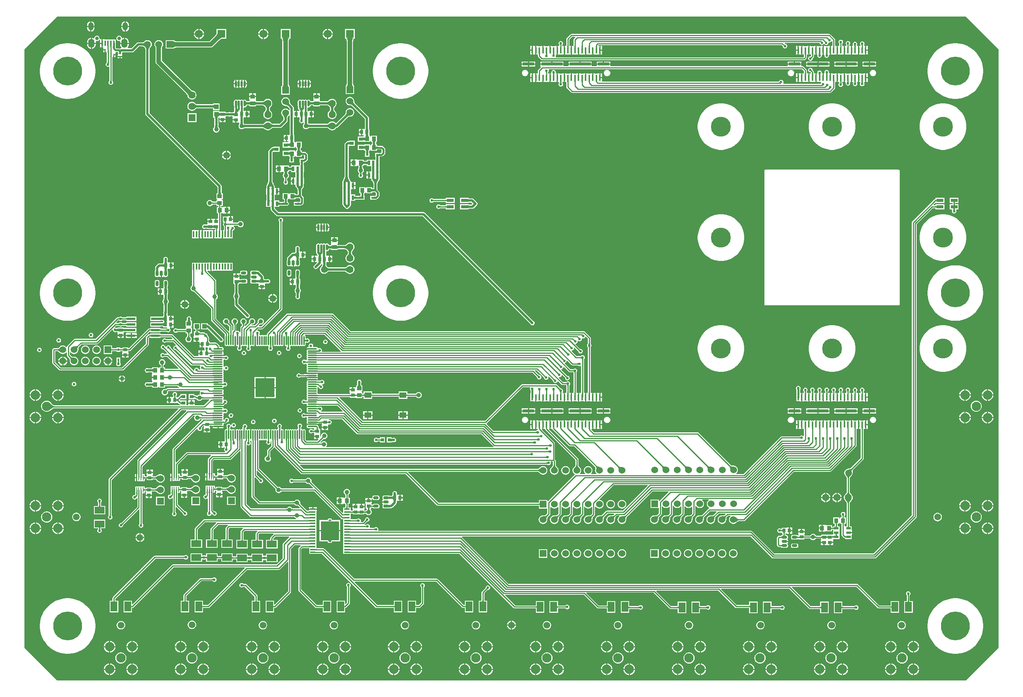
<source format=gtl>
G04 Layer_Physical_Order=1*
G04 Layer_Color=255*
%FSLAX44Y44*%
%MOMM*%
G71*
G01*
G75*
%ADD10C,1.0000*%
%ADD11R,1.0000X0.9500*%
%ADD12R,0.9144X0.7112*%
%ADD13R,0.4500X0.6000*%
%ADD14R,0.9000X0.8000*%
%ADD15R,0.7112X0.9144*%
%ADD16O,0.5000X1.3500*%
%ADD17R,0.2700X1.1684*%
%ADD18R,0.6000X0.4500*%
%ADD19R,0.5200X0.2800*%
%ADD20R,0.2800X0.5200*%
%ADD21R,1.5000X2.2000*%
%ADD22R,0.7000X0.8000*%
%ADD23R,2.2000X1.5000*%
%ADD24R,1.6000X0.8000*%
%ADD25R,0.4500X1.3000*%
%ADD26R,2.5400X0.6350*%
%ADD27R,4.6990X0.6350*%
%ADD28R,0.4572X1.4478*%
%ADD29R,1.1000X1.0000*%
%ADD30R,1.0000X1.1000*%
%ADD31R,0.9000X0.8000*%
%ADD32R,0.6000X1.0500*%
%ADD33R,0.9500X1.0000*%
%ADD34R,1.5500X1.3000*%
%ADD35O,0.3000X2.1000*%
%ADD36O,2.1000X0.3000*%
%ADD37R,4.3000X4.3000*%
G04:AMPARAMS|DCode=38|XSize=1.2mm|YSize=0.6mm|CornerRadius=0.15mm|HoleSize=0mm|Usage=FLASHONLY|Rotation=0.000|XOffset=0mm|YOffset=0mm|HoleType=Round|Shape=RoundedRectangle|*
%AMROUNDEDRECTD38*
21,1,1.2000,0.3000,0,0,0.0*
21,1,0.9000,0.6000,0,0,0.0*
1,1,0.3000,0.4500,-0.1500*
1,1,0.3000,-0.4500,-0.1500*
1,1,0.3000,-0.4500,0.1500*
1,1,0.3000,0.4500,0.1500*
%
%ADD38ROUNDEDRECTD38*%
%ADD39R,1.0500X0.6000*%
G04:AMPARAMS|DCode=40|XSize=1.2mm|YSize=0.6mm|CornerRadius=0.15mm|HoleSize=0mm|Usage=FLASHONLY|Rotation=270.000|XOffset=0mm|YOffset=0mm|HoleType=Round|Shape=RoundedRectangle|*
%AMROUNDEDRECTD40*
21,1,1.2000,0.3000,0,0,270.0*
21,1,0.9000,0.6000,0,0,270.0*
1,1,0.3000,-0.1500,-0.4500*
1,1,0.3000,-0.1500,0.4500*
1,1,0.3000,0.1500,0.4500*
1,1,0.3000,0.1500,-0.4500*
%
%ADD40ROUNDEDRECTD40*%
%ADD41R,0.3480X1.3970*%
%ADD42R,1.2700X0.3048*%
%ADD43R,4.1100X4.3600*%
%ADD44R,1.9050X0.6096*%
%ADD45C,0.5000*%
%ADD46C,0.2500*%
%ADD47C,0.2540*%
%ADD48C,0.4000*%
%ADD49C,1.0000*%
%ADD50C,1.6256*%
%ADD51R,1.6256X1.6256*%
%ADD52C,1.5240*%
%ADD53R,1.5240X1.5240*%
%ADD54C,1.5000*%
%ADD55C,1.8000*%
%ADD56R,1.8000X1.8000*%
%ADD57R,1.5240X1.5240*%
%ADD58C,2.1000*%
%ADD59O,1.1500X1.8000*%
%ADD60O,1.4000X2.0000*%
%ADD61C,0.8000*%
%ADD62C,1.6000*%
%ADD63C,6.5000*%
%ADD64C,4.5000*%
%ADD65R,1.5000X1.5000*%
%ADD66C,0.6000*%
%ADD67C,0.6600*%
G36*
X2451410Y1677927D02*
Y330073D01*
X2377927Y256590D01*
X330073D01*
X256590Y330073D01*
Y1677927D01*
X330073Y1751410D01*
X2377927D01*
X2451410Y1677927D01*
D02*
G37*
%LPC*%
G36*
X406950Y1039348D02*
X404999Y1038960D01*
X403345Y1037855D01*
X402240Y1036201D01*
X401852Y1034250D01*
X402240Y1032299D01*
X403345Y1030645D01*
X404999Y1029540D01*
X406950Y1029152D01*
X408901Y1029540D01*
X410555Y1030645D01*
X411660Y1032299D01*
X412048Y1034250D01*
X411660Y1036201D01*
X410555Y1037855D01*
X408901Y1038960D01*
X406950Y1039348D01*
D02*
G37*
G36*
X563000Y695803D02*
X560489Y695472D01*
X558148Y694503D01*
X556139Y692961D01*
X555701Y692391D01*
X555621Y692331D01*
X554293Y690859D01*
X553725Y690317D01*
X553173Y689850D01*
X552661Y689475D01*
X552192Y689187D01*
X551774Y688983D01*
X551409Y688852D01*
X551099Y688784D01*
X551081Y688783D01*
X543572D01*
Y691025D01*
X530428D01*
Y689098D01*
X527850D01*
Y693626D01*
X506150D01*
Y680016D01*
X506141Y679973D01*
X506147Y679944D01*
X506142Y679916D01*
X506150Y679631D01*
Y677942D01*
X506186D01*
Y675062D01*
X505008Y674096D01*
X505000Y674098D01*
X503049Y673710D01*
X501395Y672605D01*
X500290Y670951D01*
X499902Y669000D01*
X500290Y667049D01*
X501395Y665395D01*
X503049Y664290D01*
X505000Y663902D01*
X506951Y664290D01*
X508605Y665395D01*
X509710Y667049D01*
X511186Y666783D01*
Y647872D01*
X474844Y611530D01*
X474755Y611465D01*
X474657Y611404D01*
X474573Y611360D01*
X474503Y611330D01*
X474443Y611310D01*
X474441Y611310D01*
X474250Y611348D01*
X472299Y610960D01*
X470645Y609855D01*
X469540Y608201D01*
X469152Y606250D01*
X469540Y604299D01*
X470645Y602645D01*
X472299Y601540D01*
X474250Y601152D01*
X476201Y601540D01*
X477855Y602645D01*
X478960Y604299D01*
X479348Y606250D01*
X479310Y606441D01*
X479310Y606443D01*
X479330Y606503D01*
X479360Y606573D01*
X479404Y606657D01*
X479465Y606755D01*
X479530Y606844D01*
X514800Y642114D01*
X516186Y641540D01*
Y609654D01*
X516170Y609545D01*
X516144Y609432D01*
X516115Y609342D01*
X516087Y609270D01*
X516059Y609215D01*
X516057Y609213D01*
X515895Y609105D01*
X514790Y607451D01*
X514402Y605500D01*
X514790Y603549D01*
X515895Y601895D01*
X517549Y600790D01*
X519500Y600402D01*
X521451Y600790D01*
X523105Y601895D01*
X524210Y603549D01*
X524598Y605500D01*
X524210Y607451D01*
X523105Y609105D01*
X522943Y609213D01*
X522942Y609215D01*
X522913Y609270D01*
X522884Y609342D01*
X522856Y609432D01*
X522831Y609545D01*
X522814Y609654D01*
Y677942D01*
X527850D01*
Y682470D01*
X530428D01*
Y679913D01*
X529888Y679627D01*
Y674801D01*
X537000D01*
X544112D01*
Y679627D01*
X543572Y679913D01*
Y682155D01*
X551279D01*
X551589Y682091D01*
X551995Y681958D01*
X552479Y681751D01*
X553036Y681464D01*
X553619Y681117D01*
X555881Y679465D01*
X556117Y679268D01*
X556139Y679239D01*
X556281Y679130D01*
X556707Y678772D01*
X556848Y678695D01*
X558148Y677697D01*
X560489Y676728D01*
X563000Y676397D01*
X565511Y676728D01*
X567851Y677697D01*
X569861Y679239D01*
X571403Y681248D01*
X572372Y683589D01*
X572703Y686100D01*
X572372Y688611D01*
X571403Y690952D01*
X569861Y692961D01*
X567851Y694503D01*
X565511Y695472D01*
X563000Y695803D01*
D02*
G37*
G36*
X480612Y1032761D02*
X474770D01*
Y1027935D01*
X480612D01*
Y1032761D01*
D02*
G37*
G36*
X509514Y1031680D02*
X498719D01*
Y1027362D01*
X509514D01*
Y1031680D01*
D02*
G37*
G36*
X496179D02*
X485384D01*
Y1027362D01*
X496179D01*
Y1031680D01*
D02*
G37*
G36*
X723000Y696203D02*
X720489Y695872D01*
X718148Y694903D01*
X717256Y694218D01*
X717091Y694140D01*
X715322Y692828D01*
X713807Y691850D01*
X713173Y691496D01*
X712592Y691212D01*
X712089Y691007D01*
X711675Y690876D01*
X711373Y690814D01*
X702072D01*
Y692710D01*
X688928D01*
Y690814D01*
X686350D01*
Y695342D01*
X664650D01*
Y681732D01*
X664641Y681689D01*
X664647Y681660D01*
X664642Y681632D01*
X664650Y681347D01*
Y679658D01*
X664686D01*
Y675036D01*
X663049Y674710D01*
X661395Y673605D01*
X660290Y671951D01*
X659902Y670000D01*
X660290Y668049D01*
X661395Y666395D01*
X663049Y665290D01*
X665000Y664902D01*
X666951Y665290D01*
X668186Y666116D01*
X669686Y665519D01*
Y636154D01*
X669669Y636045D01*
X669644Y635932D01*
X669615Y635842D01*
X669587Y635770D01*
X669558Y635715D01*
X669557Y635713D01*
X669395Y635605D01*
X668290Y633951D01*
X667902Y632000D01*
X668290Y630049D01*
X669395Y628395D01*
X671049Y627290D01*
X673000Y626902D01*
X674951Y627290D01*
X676605Y628395D01*
X677710Y630049D01*
X678031Y631664D01*
X678992Y632268D01*
X679541Y632432D01*
X679977Y632124D01*
X680290Y630549D01*
X681395Y628895D01*
X683049Y627790D01*
X685000Y627402D01*
X686951Y627790D01*
X688605Y628895D01*
X689710Y630549D01*
X690098Y632500D01*
X689710Y634451D01*
X688605Y636105D01*
X686951Y637210D01*
X685000Y637598D01*
X684809Y637560D01*
X684807Y637560D01*
X684747Y637580D01*
X684677Y637610D01*
X684593Y637654D01*
X684495Y637715D01*
X684406Y637780D01*
X681314Y640872D01*
Y679658D01*
X686350D01*
Y684186D01*
X688928D01*
Y681598D01*
X688388Y681312D01*
Y676486D01*
X695500D01*
X702612D01*
Y681312D01*
X702072Y681598D01*
Y684186D01*
X711060D01*
X711086Y684184D01*
X711392Y684116D01*
X711742Y683988D01*
X712140Y683786D01*
X712581Y683503D01*
X713062Y683129D01*
X713555Y682684D01*
X714704Y681428D01*
X715301Y680667D01*
X715444Y680545D01*
X716139Y679639D01*
X718148Y678097D01*
X720489Y677128D01*
X723000Y676797D01*
X725511Y677128D01*
X727851Y678097D01*
X729861Y679639D01*
X731403Y681648D01*
X732372Y683989D01*
X732703Y686500D01*
X732372Y689011D01*
X731403Y691351D01*
X729861Y693361D01*
X727851Y694903D01*
X725511Y695872D01*
X723000Y696203D01*
D02*
G37*
G36*
X1685721Y552012D02*
X1666481D01*
Y532772D01*
X1685721D01*
Y552012D01*
D02*
G37*
G36*
X1434721Y552005D02*
X1415481D01*
Y532766D01*
X1434721D01*
Y552005D01*
D02*
G37*
G36*
X726001Y543000D02*
X700001D01*
Y536814D01*
X692001D01*
Y543000D01*
X666001D01*
Y538260D01*
X664501Y537509D01*
X663452Y538210D01*
X661501Y538598D01*
X659550Y538210D01*
X658501Y537509D01*
X657001Y538259D01*
Y543000D01*
X631001D01*
Y524000D01*
X657001D01*
Y528741D01*
X658501Y529491D01*
X659550Y528790D01*
X661501Y528402D01*
X663452Y528790D01*
X664501Y529491D01*
X666001Y528741D01*
Y524000D01*
X692001D01*
Y530186D01*
X700001D01*
Y524000D01*
X726001D01*
Y529186D01*
X734001D01*
Y523000D01*
X760001D01*
Y527234D01*
X761324Y527941D01*
X761549Y527790D01*
X763500Y527402D01*
X765451Y527790D01*
X766501Y528492D01*
X768001Y527742D01*
Y523000D01*
X794001D01*
Y527234D01*
X795324Y527941D01*
X795550Y527790D01*
X797501Y527402D01*
X799451Y527790D01*
X799677Y527941D01*
X801000Y527234D01*
Y523000D01*
X827000D01*
Y542000D01*
X801000D01*
Y537766D01*
X799677Y537059D01*
X799451Y537210D01*
X797501Y537598D01*
X795550Y537210D01*
X795324Y537059D01*
X794001Y537766D01*
Y542000D01*
X768001D01*
Y537258D01*
X766501Y536508D01*
X765451Y537210D01*
X763500Y537598D01*
X761549Y537210D01*
X761324Y537059D01*
X760001Y537766D01*
Y542000D01*
X734001D01*
Y535814D01*
X726001D01*
Y543000D01*
D02*
G37*
G36*
X642638Y695943D02*
X640127Y695612D01*
X637786Y694643D01*
X635777Y693101D01*
X635651Y692937D01*
X635233Y692553D01*
X633773Y691353D01*
X633146Y690907D01*
X632556Y690534D01*
X632023Y690245D01*
X631555Y690037D01*
X631160Y689904D01*
X630846Y689838D01*
X623210D01*
Y691765D01*
X610066D01*
Y689838D01*
X607488D01*
Y694366D01*
X585788D01*
Y680756D01*
X585779Y680713D01*
X585785Y680684D01*
X585780Y680656D01*
X585788Y680371D01*
Y678682D01*
X585824D01*
Y676304D01*
X585000Y675098D01*
X583049Y674710D01*
X581395Y673605D01*
X580290Y671951D01*
X579902Y670000D01*
X580290Y668049D01*
X581395Y666395D01*
X583049Y665290D01*
X585000Y664902D01*
X586951Y665290D01*
X588605Y666395D01*
X589324Y667472D01*
X590824Y667017D01*
Y635408D01*
X590809Y635289D01*
X590781Y635149D01*
X590750Y635028D01*
X590715Y634925D01*
X590679Y634838D01*
X590642Y634765D01*
X590603Y634703D01*
X590513Y634580D01*
X590440Y634423D01*
X589790Y633451D01*
X589402Y631500D01*
X589790Y629549D01*
X590895Y627895D01*
X592549Y626790D01*
X594500Y626402D01*
X596451Y626790D01*
X598105Y627895D01*
X599210Y629549D01*
X599598Y631500D01*
X599210Y633451D01*
X598105Y635105D01*
X597688Y635383D01*
X597651Y635430D01*
X597557Y635511D01*
X597549Y635520D01*
X597540Y635531D01*
X597528Y635551D01*
X597510Y635588D01*
X597490Y635647D01*
X597467Y635732D01*
X597452Y635824D01*
Y646902D01*
X598838Y647476D01*
X613220Y633094D01*
X613285Y633005D01*
X613346Y632907D01*
X613390Y632823D01*
X613420Y632752D01*
X613440Y632693D01*
X613440Y632691D01*
X613402Y632500D01*
X613790Y630549D01*
X614895Y628895D01*
X616549Y627790D01*
X618500Y627402D01*
X620451Y627790D01*
X622105Y628895D01*
X623210Y630549D01*
X623598Y632500D01*
X623210Y634451D01*
X622105Y636105D01*
X620451Y637210D01*
X618500Y637598D01*
X618309Y637560D01*
X618307Y637560D01*
X618247Y637580D01*
X618177Y637610D01*
X618093Y637654D01*
X617995Y637715D01*
X617906Y637780D01*
X602452Y653235D01*
Y678682D01*
X607488D01*
Y683210D01*
X610066D01*
Y680653D01*
X609526Y680367D01*
Y675541D01*
X616638D01*
Y674271D01*
D01*
Y675541D01*
X623750D01*
Y680367D01*
X623210Y680653D01*
Y683210D01*
X630756D01*
X630765Y683210D01*
X631079Y683141D01*
X631456Y683010D01*
X631894Y682803D01*
X632387Y682514D01*
X632929Y682138D01*
X633496Y681688D01*
X634817Y680456D01*
X635518Y679713D01*
X635524Y679709D01*
X635777Y679379D01*
X637786Y677837D01*
X640127Y676868D01*
X642638Y676537D01*
X645149Y676868D01*
X647489Y677837D01*
X649499Y679379D01*
X651041Y681388D01*
X652010Y683729D01*
X652341Y686240D01*
X652010Y688751D01*
X651041Y691092D01*
X649499Y693101D01*
X647489Y694643D01*
X645149Y695612D01*
X642638Y695943D01*
D02*
G37*
G36*
X472230Y1032761D02*
X468989D01*
Y1031531D01*
X468964Y1031768D01*
X468888Y1031981D01*
X468761Y1032169D01*
X468584Y1032331D01*
X468356Y1032468D01*
X468078Y1032581D01*
X467749Y1032669D01*
X467369Y1032731D01*
X467025Y1032761D01*
X466388D01*
Y1027935D01*
X472230D01*
Y1032761D01*
D02*
G37*
G36*
X967863Y592479D02*
X921683D01*
Y569409D01*
X939978D01*
X940234Y569238D01*
Y568249D01*
X940389Y567469D01*
X940831Y566808D01*
X941493Y566365D01*
X942273Y566210D01*
X947273D01*
X948053Y566365D01*
X948715Y566808D01*
X949157Y567469D01*
X949312Y568249D01*
Y569238D01*
X949568Y569409D01*
X967863D01*
Y592479D01*
D02*
G37*
G36*
X655761Y1012730D02*
X650935D01*
Y1006888D01*
X655761D01*
Y1012730D01*
D02*
G37*
G36*
X2078462Y566261D02*
X2072620D01*
Y561435D01*
X2078462D01*
Y566261D01*
D02*
G37*
G36*
X914980Y805011D02*
X909138D01*
Y800185D01*
X914980D01*
Y805011D01*
D02*
G37*
G36*
X526959Y577230D02*
X518270D01*
Y568541D01*
X519621Y568718D01*
X522063Y569730D01*
X524161Y571339D01*
X525770Y573437D01*
X526782Y575879D01*
X526959Y577230D01*
D02*
G37*
G36*
X515730D02*
X507041D01*
X507218Y575879D01*
X508230Y573437D01*
X509839Y571339D01*
X511937Y569730D01*
X514379Y568718D01*
X515730Y568541D01*
Y577230D01*
D02*
G37*
G36*
X2057080Y566261D02*
X2051238D01*
Y561435D01*
X2057080D01*
Y566261D01*
D02*
G37*
G36*
X643730Y1024261D02*
X637888D01*
Y1019435D01*
X643730D01*
Y1020072D01*
X643700Y1020416D01*
X643637Y1020796D01*
X643550Y1021125D01*
X643438Y1021403D01*
X643300Y1021631D01*
X643138Y1021808D01*
X642950Y1021935D01*
X642738Y1022011D01*
X642500Y1022036D01*
X643730D01*
Y1024261D01*
D02*
G37*
G36*
X1996350Y565069D02*
X1987350D01*
X1985984Y564797D01*
X1984827Y564023D01*
X1984053Y562866D01*
X1983781Y561500D01*
Y558500D01*
X1984053Y557134D01*
X1984827Y555977D01*
X1985984Y555203D01*
X1987350Y554931D01*
X1996350D01*
X1997716Y555203D01*
X1998873Y555977D01*
X1999647Y557134D01*
X1999919Y558500D01*
Y561500D01*
X1999647Y562866D01*
X1998873Y564023D01*
X1997716Y564797D01*
X1996350Y565069D01*
D02*
G37*
G36*
X934830Y1024178D02*
X932879Y1023790D01*
X931225Y1022685D01*
X930120Y1021031D01*
X929732Y1019080D01*
X930120Y1017129D01*
X931225Y1015475D01*
X932879Y1014370D01*
X934830Y1013982D01*
X936781Y1014370D01*
X938435Y1015475D01*
X939540Y1017129D01*
X939928Y1019080D01*
X939540Y1021031D01*
X938435Y1022685D01*
X936781Y1023790D01*
X934830Y1024178D01*
D02*
G37*
G36*
X334000Y1027598D02*
X332049Y1027210D01*
X330395Y1026105D01*
X329290Y1024451D01*
X328902Y1022500D01*
X329290Y1020549D01*
X330395Y1018895D01*
X332049Y1017790D01*
X334000Y1017402D01*
X335951Y1017790D01*
X337605Y1018895D01*
X338710Y1020549D01*
X339098Y1022500D01*
X338710Y1024451D01*
X337605Y1026105D01*
X335951Y1027210D01*
X334000Y1027598D01*
D02*
G37*
G36*
X669500Y1061000D02*
X654500D01*
Y1047000D01*
X669500D01*
X669500Y1047000D01*
Y1047000D01*
X670702Y1046309D01*
X695247Y1021764D01*
X695290Y1021549D01*
X696395Y1019895D01*
X698049Y1018790D01*
X700000Y1018402D01*
X701951Y1018790D01*
X703605Y1019895D01*
X704710Y1021549D01*
X705098Y1023500D01*
X704710Y1025451D01*
X703605Y1027105D01*
X701951Y1028210D01*
X701736Y1028253D01*
X672744Y1057244D01*
X671256Y1058239D01*
X669500Y1058588D01*
Y1061000D01*
D02*
G37*
G36*
X587868Y712686D02*
X585248D01*
Y705574D01*
X587868D01*
Y712686D01*
D02*
G37*
G36*
X496179Y1038538D02*
X485384D01*
Y1034220D01*
X496179D01*
Y1038538D01*
D02*
G37*
G36*
X508230Y711946D02*
X505610D01*
Y704834D01*
X508230D01*
Y711946D01*
D02*
G37*
G36*
X1475901Y552089D02*
X1473389Y551758D01*
X1471049Y550788D01*
X1469040Y549246D01*
X1467498Y547237D01*
X1466528Y544897D01*
X1466198Y542385D01*
X1466528Y539874D01*
X1467498Y537534D01*
X1469040Y535524D01*
X1471049Y533982D01*
X1473389Y533013D01*
X1475901Y532682D01*
X1478412Y533013D01*
X1480752Y533982D01*
X1482762Y535524D01*
X1484304Y537534D01*
X1485273Y539874D01*
X1485604Y542385D01*
X1485273Y544897D01*
X1484304Y547237D01*
X1482762Y549246D01*
X1480752Y550788D01*
X1478412Y551758D01*
X1475901Y552089D01*
D02*
G37*
G36*
X1450501D02*
X1447989Y551758D01*
X1445649Y550788D01*
X1443640Y549246D01*
X1442098Y547237D01*
X1441128Y544897D01*
X1440798Y542385D01*
X1441128Y539874D01*
X1442098Y537534D01*
X1443640Y535524D01*
X1445649Y533982D01*
X1447989Y533013D01*
X1450501Y532682D01*
X1453012Y533013D01*
X1455352Y533982D01*
X1457362Y535524D01*
X1458904Y537534D01*
X1459873Y539874D01*
X1460204Y542385D01*
X1459873Y544897D01*
X1458904Y547237D01*
X1457362Y549246D01*
X1455352Y550788D01*
X1453012Y551758D01*
X1450501Y552089D01*
D02*
G37*
G36*
X509514Y1038538D02*
X498719D01*
Y1034220D01*
X509514D01*
Y1038538D01*
D02*
G37*
G36*
X1300750Y470598D02*
X1298799Y470210D01*
X1297145Y469105D01*
X1296040Y467451D01*
X1295652Y465500D01*
X1295690Y465309D01*
X1295690Y465307D01*
X1295670Y465247D01*
X1295640Y465177D01*
X1295596Y465093D01*
X1295535Y464995D01*
X1295470Y464906D01*
X1287157Y456593D01*
X1286439Y455518D01*
X1286186Y454250D01*
Y436000D01*
X1280000D01*
Y410000D01*
X1299000D01*
Y436000D01*
X1292814D01*
Y452878D01*
X1300156Y460220D01*
X1300245Y460285D01*
X1300343Y460346D01*
X1300427Y460390D01*
X1300497Y460420D01*
X1300557Y460440D01*
X1300559Y460440D01*
X1300750Y460402D01*
X1302701Y460790D01*
X1304355Y461895D01*
X1305460Y463549D01*
X1305848Y465500D01*
X1305460Y467451D01*
X1304355Y469105D01*
X1302701Y470210D01*
X1300750Y470598D01*
D02*
G37*
G36*
X627500Y1076598D02*
X625549Y1076210D01*
X623895Y1075105D01*
X622790Y1073451D01*
X622402Y1071500D01*
X622790Y1069549D01*
X622912Y1069367D01*
Y1068838D01*
X622876Y1068427D01*
X622780Y1067853D01*
X622664Y1067423D01*
X622550Y1067143D01*
X622473Y1067017D01*
X622310Y1067000D01*
X620000D01*
Y1053500D01*
X621920D01*
Y1051500D01*
X620000D01*
Y1047814D01*
X601654D01*
X601545Y1047831D01*
X601432Y1047856D01*
X601342Y1047885D01*
X601270Y1047913D01*
X601215Y1047942D01*
X601213Y1047943D01*
X601105Y1048105D01*
X599451Y1049210D01*
X597500Y1049598D01*
X595549Y1049210D01*
X593895Y1048105D01*
X592790Y1046451D01*
X592402Y1044500D01*
X592790Y1042549D01*
X593895Y1040895D01*
X595549Y1039790D01*
X597500Y1039402D01*
X599451Y1039790D01*
X601105Y1040895D01*
X601213Y1041057D01*
X601215Y1041059D01*
X601270Y1041087D01*
X601342Y1041115D01*
X601432Y1041144D01*
X601545Y1041170D01*
X601654Y1041186D01*
X620000D01*
Y1038000D01*
X623186D01*
Y1031861D01*
X623176Y1031747D01*
X623139Y1031524D01*
X623096Y1031352D01*
X623053Y1031230D01*
X623016Y1031154D01*
X622999Y1031126D01*
X622970Y1031115D01*
X621507Y1029993D01*
X620386Y1028530D01*
X619680Y1026827D01*
X619440Y1025000D01*
X619680Y1023173D01*
X620386Y1021470D01*
X621507Y1020008D01*
X622970Y1018885D01*
X624673Y1018180D01*
X626500Y1017940D01*
X628327Y1018180D01*
X630030Y1018885D01*
X631492Y1020008D01*
X632615Y1021470D01*
X633320Y1023173D01*
X633560Y1025000D01*
X633320Y1026827D01*
X632615Y1028530D01*
X631492Y1029993D01*
X630030Y1031115D01*
X630001Y1031126D01*
X629984Y1031154D01*
X629947Y1031230D01*
X629904Y1031352D01*
X629861Y1031524D01*
X629824Y1031747D01*
X629814Y1031861D01*
Y1038000D01*
X634000D01*
Y1051500D01*
X632080D01*
Y1053500D01*
X634000D01*
Y1064926D01*
X634009Y1064969D01*
X634000Y1065013D01*
Y1067000D01*
X632383D01*
X632288Y1067295D01*
X632196Y1067732D01*
X632088Y1068822D01*
Y1069367D01*
X632210Y1069549D01*
X632598Y1071500D01*
X632210Y1073451D01*
X631105Y1075105D01*
X629451Y1076210D01*
X627500Y1076598D01*
D02*
G37*
G36*
X684500Y488848D02*
X682549Y488460D01*
X680895Y487355D01*
X680787Y487193D01*
X680785Y487192D01*
X680730Y487163D01*
X680658Y487135D01*
X680568Y487106D01*
X680455Y487080D01*
X680346Y487064D01*
X653750D01*
X652482Y486811D01*
X651407Y486093D01*
X616157Y450843D01*
X615439Y449768D01*
X615186Y448500D01*
Y436000D01*
X609000D01*
Y410000D01*
X628000D01*
Y436000D01*
X621814D01*
Y447127D01*
X655123Y480436D01*
X680346D01*
X680455Y480420D01*
X680568Y480394D01*
X680658Y480365D01*
X680730Y480337D01*
X680785Y480308D01*
X680787Y480307D01*
X680895Y480145D01*
X682549Y479040D01*
X684500Y478652D01*
X686451Y479040D01*
X688105Y480145D01*
X689210Y481799D01*
X689598Y483750D01*
X689210Y485701D01*
X688105Y487355D01*
X686451Y488460D01*
X684500Y488848D01*
D02*
G37*
G36*
X666730Y713662D02*
X664110D01*
Y706550D01*
X666730D01*
Y713662D01*
D02*
G37*
G36*
X620500Y539098D02*
X618549Y538710D01*
X616895Y537605D01*
X616787Y537443D01*
X616785Y537441D01*
X616730Y537413D01*
X616658Y537384D01*
X616568Y537356D01*
X616455Y537331D01*
X616346Y537314D01*
X550750D01*
X549482Y537061D01*
X548407Y536343D01*
X456157Y444093D01*
X455439Y443018D01*
X455186Y441750D01*
Y436000D01*
X449000D01*
Y410000D01*
X468000D01*
Y436000D01*
X461814D01*
Y440378D01*
X552123Y530686D01*
X616346D01*
X616455Y530670D01*
X616568Y530644D01*
X616658Y530616D01*
X616730Y530587D01*
X616785Y530559D01*
X616787Y530557D01*
X616895Y530395D01*
X618549Y529290D01*
X620500Y528902D01*
X622451Y529290D01*
X624105Y530395D01*
X625210Y532049D01*
X625598Y534000D01*
X625210Y535951D01*
X624105Y537605D01*
X622451Y538710D01*
X620500Y539098D01*
D02*
G37*
G36*
X1501301Y552089D02*
X1498789Y551758D01*
X1496449Y550788D01*
X1494440Y549246D01*
X1492898Y547237D01*
X1491928Y544897D01*
X1491598Y542385D01*
X1491928Y539874D01*
X1492898Y537534D01*
X1494440Y535524D01*
X1496449Y533982D01*
X1498789Y533013D01*
X1501301Y532682D01*
X1503812Y533013D01*
X1506152Y533982D01*
X1508162Y535524D01*
X1509704Y537534D01*
X1510673Y539874D01*
X1511004Y542385D01*
X1510673Y544897D01*
X1509704Y547237D01*
X1508162Y549246D01*
X1506152Y550788D01*
X1503812Y551758D01*
X1501301Y552089D01*
D02*
G37*
G36*
X1777701Y552095D02*
X1775189Y551764D01*
X1772849Y550795D01*
X1770840Y549253D01*
X1769298Y547243D01*
X1768328Y544903D01*
X1767998Y542392D01*
X1768328Y539881D01*
X1769298Y537541D01*
X1770840Y535531D01*
X1772849Y533989D01*
X1775189Y533020D01*
X1777701Y532689D01*
X1780212Y533020D01*
X1782552Y533989D01*
X1784562Y535531D01*
X1786104Y537541D01*
X1787073Y539881D01*
X1787404Y542392D01*
X1787073Y544903D01*
X1786104Y547243D01*
X1784562Y549253D01*
X1782552Y550795D01*
X1780212Y551764D01*
X1777701Y552095D01*
D02*
G37*
G36*
X1752301D02*
X1749789Y551764D01*
X1747449Y550795D01*
X1745440Y549253D01*
X1743898Y547243D01*
X1742928Y544903D01*
X1742598Y542392D01*
X1742928Y539881D01*
X1743898Y537541D01*
X1745440Y535531D01*
X1747449Y533989D01*
X1749789Y533020D01*
X1752301Y532689D01*
X1754812Y533020D01*
X1757152Y533989D01*
X1759162Y535531D01*
X1760704Y537541D01*
X1761673Y539881D01*
X1762004Y542392D01*
X1761673Y544903D01*
X1760704Y547243D01*
X1759162Y549253D01*
X1757152Y550795D01*
X1754812Y551764D01*
X1752301Y552095D01*
D02*
G37*
G36*
X1803101D02*
X1800589Y551764D01*
X1798249Y550795D01*
X1796240Y549253D01*
X1794698Y547243D01*
X1793728Y544903D01*
X1793398Y542392D01*
X1793728Y539881D01*
X1794698Y537541D01*
X1796240Y535531D01*
X1798249Y533989D01*
X1800589Y533020D01*
X1803101Y532689D01*
X1805612Y533020D01*
X1807952Y533989D01*
X1809962Y535531D01*
X1811504Y537541D01*
X1812473Y539881D01*
X1812804Y542392D01*
X1812473Y544903D01*
X1811504Y547243D01*
X1809962Y549253D01*
X1807952Y550795D01*
X1805612Y551764D01*
X1803101Y552095D01*
D02*
G37*
G36*
X1853901D02*
X1851389Y551764D01*
X1849049Y550795D01*
X1847040Y549253D01*
X1845498Y547243D01*
X1844528Y544903D01*
X1844198Y542392D01*
X1844528Y539881D01*
X1845498Y537541D01*
X1847040Y535531D01*
X1849049Y533989D01*
X1851389Y533020D01*
X1853901Y532689D01*
X1856412Y533020D01*
X1858752Y533989D01*
X1860762Y535531D01*
X1862304Y537541D01*
X1863273Y539881D01*
X1863604Y542392D01*
X1863273Y544903D01*
X1862304Y547243D01*
X1860762Y549253D01*
X1858752Y550795D01*
X1856412Y551764D01*
X1853901Y552095D01*
D02*
G37*
G36*
X1828501D02*
X1825989Y551764D01*
X1823649Y550795D01*
X1821640Y549253D01*
X1820098Y547243D01*
X1819128Y544903D01*
X1818798Y542392D01*
X1819128Y539881D01*
X1820098Y537541D01*
X1821640Y535531D01*
X1823649Y533989D01*
X1825989Y533020D01*
X1828501Y532689D01*
X1831012Y533020D01*
X1833352Y533989D01*
X1835362Y535531D01*
X1836904Y537541D01*
X1837873Y539881D01*
X1838204Y542392D01*
X1837873Y544903D01*
X1836904Y547243D01*
X1835362Y549253D01*
X1833352Y550795D01*
X1831012Y551764D01*
X1828501Y552095D01*
D02*
G37*
G36*
X1726901D02*
X1724389Y551764D01*
X1722049Y550795D01*
X1720040Y549253D01*
X1718498Y547243D01*
X1717528Y544903D01*
X1717198Y542392D01*
X1717528Y539881D01*
X1718498Y537541D01*
X1720040Y535531D01*
X1722049Y533989D01*
X1724389Y533020D01*
X1726901Y532689D01*
X1729412Y533020D01*
X1731752Y533989D01*
X1733762Y535531D01*
X1735304Y537541D01*
X1736273Y539881D01*
X1736604Y542392D01*
X1736273Y544903D01*
X1735304Y547243D01*
X1733762Y549253D01*
X1731752Y550795D01*
X1729412Y551764D01*
X1726901Y552095D01*
D02*
G37*
G36*
X1552101Y552089D02*
X1549589Y551758D01*
X1547249Y550788D01*
X1545240Y549246D01*
X1543698Y547237D01*
X1542728Y544897D01*
X1542398Y542385D01*
X1542728Y539874D01*
X1543698Y537534D01*
X1545240Y535524D01*
X1547249Y533982D01*
X1549589Y533013D01*
X1552101Y532682D01*
X1554612Y533013D01*
X1556952Y533982D01*
X1558962Y535524D01*
X1560504Y537534D01*
X1561473Y539874D01*
X1561804Y542385D01*
X1561473Y544897D01*
X1560504Y547237D01*
X1558962Y549246D01*
X1556952Y550788D01*
X1554612Y551758D01*
X1552101Y552089D01*
D02*
G37*
G36*
X1526701D02*
X1524189Y551758D01*
X1521849Y550788D01*
X1519840Y549246D01*
X1518298Y547237D01*
X1517328Y544897D01*
X1516998Y542385D01*
X1517328Y539874D01*
X1518298Y537534D01*
X1519840Y535524D01*
X1521849Y533982D01*
X1524189Y533013D01*
X1526701Y532682D01*
X1529212Y533013D01*
X1531552Y533982D01*
X1533562Y535524D01*
X1535104Y537534D01*
X1536073Y539874D01*
X1536404Y542385D01*
X1536073Y544897D01*
X1535104Y547237D01*
X1533562Y549246D01*
X1531552Y550788D01*
X1529212Y551758D01*
X1526701Y552089D01*
D02*
G37*
G36*
X1577501D02*
X1574989Y551758D01*
X1572649Y550788D01*
X1570640Y549246D01*
X1569098Y547237D01*
X1568128Y544897D01*
X1567798Y542385D01*
X1568128Y539874D01*
X1569098Y537534D01*
X1570640Y535524D01*
X1572649Y533982D01*
X1574989Y533013D01*
X1577501Y532682D01*
X1580012Y533013D01*
X1582352Y533982D01*
X1584362Y535524D01*
X1585904Y537534D01*
X1586873Y539874D01*
X1587204Y542385D01*
X1586873Y544897D01*
X1585904Y547237D01*
X1584362Y549246D01*
X1582352Y550788D01*
X1580012Y551758D01*
X1577501Y552089D01*
D02*
G37*
G36*
X1701501Y552095D02*
X1698989Y551764D01*
X1696649Y550795D01*
X1694640Y549253D01*
X1693098Y547243D01*
X1692128Y544903D01*
X1691798Y542392D01*
X1692128Y539881D01*
X1693098Y537541D01*
X1694640Y535531D01*
X1696649Y533989D01*
X1698989Y533020D01*
X1701501Y532689D01*
X1704012Y533020D01*
X1706352Y533989D01*
X1708362Y535531D01*
X1709904Y537541D01*
X1710873Y539881D01*
X1711204Y542392D01*
X1710873Y544903D01*
X1709904Y547243D01*
X1708362Y549253D01*
X1706352Y550795D01*
X1704012Y551764D01*
X1701501Y552095D01*
D02*
G37*
G36*
X1602901Y552089D02*
X1600389Y551758D01*
X1598049Y550788D01*
X1596040Y549246D01*
X1594498Y547237D01*
X1593528Y544897D01*
X1593198Y542385D01*
X1593528Y539874D01*
X1594498Y537534D01*
X1596040Y535524D01*
X1598049Y533982D01*
X1600389Y533013D01*
X1602901Y532682D01*
X1605412Y533013D01*
X1607752Y533982D01*
X1609762Y535524D01*
X1611304Y537534D01*
X1612273Y539874D01*
X1612604Y542385D01*
X1612273Y544897D01*
X1611304Y547237D01*
X1609762Y549246D01*
X1607752Y550788D01*
X1605412Y551758D01*
X1602901Y552089D01*
D02*
G37*
G36*
X1068995Y804000D02*
X1057995D01*
Y801314D01*
X1053154D01*
X1053045Y801330D01*
X1052932Y801356D01*
X1052842Y801385D01*
X1052770Y801413D01*
X1052715Y801441D01*
X1052713Y801443D01*
X1052605Y801605D01*
X1050951Y802710D01*
X1049000Y803098D01*
X1047049Y802710D01*
X1045395Y801605D01*
X1044290Y799951D01*
X1043902Y798000D01*
X1044290Y796049D01*
X1045395Y794395D01*
X1047049Y793290D01*
X1049000Y792902D01*
X1050951Y793290D01*
X1052605Y794395D01*
X1052713Y794557D01*
X1052715Y794558D01*
X1052770Y794587D01*
X1052842Y794615D01*
X1052932Y794644D01*
X1053045Y794669D01*
X1053154Y794686D01*
X1057995D01*
Y792000D01*
X1068995D01*
Y804000D01*
D02*
G37*
G36*
X1986065Y592730D02*
X1981239D01*
Y586888D01*
X1986065D01*
Y592730D01*
D02*
G37*
G36*
X2439385Y597830D02*
X2427670D01*
Y586115D01*
X2429804Y586396D01*
X2432976Y587710D01*
X2435700Y589800D01*
X2437790Y592524D01*
X2439104Y595696D01*
X2439385Y597830D01*
D02*
G37*
G36*
X472750Y983570D02*
X464250D01*
Y975644D01*
X464241Y975601D01*
X464250Y975557D01*
Y973570D01*
X464250D01*
X464538Y972070D01*
X463790Y970951D01*
X463402Y969000D01*
X463790Y967049D01*
X464895Y965395D01*
X466549Y964290D01*
X468500Y963902D01*
X470451Y964290D01*
X472105Y965395D01*
X473210Y967049D01*
X473598Y969000D01*
X473210Y970951D01*
X472462Y972070D01*
X472750Y973570D01*
X472750Y973570D01*
Y975557D01*
X472759Y975601D01*
X472750Y975644D01*
Y983570D01*
D02*
G37*
G36*
X439000Y618500D02*
X413000D01*
Y599500D01*
X422686D01*
Y597904D01*
X422669Y597795D01*
X422644Y597682D01*
X422616Y597592D01*
X422587Y597520D01*
X422559Y597465D01*
X422557Y597463D01*
X422395Y597355D01*
X421290Y595701D01*
X420902Y593750D01*
X421290Y591799D01*
X422395Y590145D01*
X424049Y589040D01*
X426000Y588652D01*
X427951Y589040D01*
X429605Y590145D01*
X430710Y591799D01*
X431098Y593750D01*
X430710Y595701D01*
X429605Y597355D01*
X429443Y597463D01*
X429441Y597465D01*
X429413Y597520D01*
X429384Y597592D01*
X429356Y597682D01*
X429330Y597795D01*
X429314Y597904D01*
Y599500D01*
X439000D01*
Y618500D01*
D02*
G37*
G36*
X1551739Y842418D02*
X1546278D01*
Y832639D01*
Y822860D01*
X1551739D01*
Y832639D01*
Y842418D01*
D02*
G37*
G36*
X341930Y985881D02*
X340548Y985698D01*
X338076Y984675D01*
X335954Y983046D01*
X334325Y980924D01*
X333302Y978452D01*
X333120Y977070D01*
X341930D01*
Y985881D01*
D02*
G37*
G36*
X2388585Y597830D02*
X2376870D01*
Y586115D01*
X2379004Y586396D01*
X2382176Y587710D01*
X2384900Y589800D01*
X2386990Y592524D01*
X2388304Y595696D01*
X2388585Y597830D01*
D02*
G37*
G36*
X345385Y597830D02*
X333670D01*
Y586115D01*
X335804Y586396D01*
X338976Y587710D01*
X341700Y589800D01*
X343790Y592524D01*
X345104Y595696D01*
X345385Y597830D01*
D02*
G37*
G36*
X446070Y985759D02*
Y977070D01*
X454759D01*
X454582Y978421D01*
X453570Y980863D01*
X451961Y982961D01*
X449863Y984570D01*
X447421Y985582D01*
X446070Y985759D01*
D02*
G37*
G36*
X344470Y985881D02*
Y977070D01*
X353280D01*
X353098Y978452D01*
X352075Y980924D01*
X350446Y983046D01*
X348324Y984675D01*
X345852Y985698D01*
X344470Y985881D01*
D02*
G37*
G36*
X443530Y985759D02*
X442179Y985582D01*
X439737Y984570D01*
X437639Y982961D01*
X436030Y980863D01*
X435018Y978421D01*
X434841Y977070D01*
X443530D01*
Y985759D01*
D02*
G37*
G36*
X1557836Y831369D02*
X1554279D01*
Y822860D01*
X1557836D01*
Y831369D01*
D02*
G37*
G36*
X454759Y974530D02*
X446070D01*
Y965841D01*
X447421Y966019D01*
X449863Y967030D01*
X451961Y968639D01*
X453570Y970737D01*
X454582Y973179D01*
X454759Y974530D01*
D02*
G37*
G36*
X394000Y985503D02*
X391489Y985172D01*
X389148Y984203D01*
X387139Y982661D01*
X385597Y980651D01*
X384628Y978311D01*
X384297Y975800D01*
X384628Y973289D01*
X385597Y970948D01*
X387139Y968939D01*
X389148Y967397D01*
X391489Y966428D01*
X394000Y966097D01*
X396511Y966428D01*
X398852Y967397D01*
X400861Y968939D01*
X402403Y970948D01*
X403372Y973289D01*
X403703Y975800D01*
X403372Y978311D01*
X402403Y980651D01*
X400861Y982661D01*
X398852Y984203D01*
X396511Y985172D01*
X394000Y985503D01*
D02*
G37*
G36*
X443530Y974530D02*
X434841D01*
X435018Y973179D01*
X436030Y970737D01*
X437639Y968639D01*
X439737Y967030D01*
X442179Y966019D01*
X443530Y965841D01*
Y974530D01*
D02*
G37*
G36*
X341930Y974530D02*
X333120D01*
X333302Y973148D01*
X334325Y970676D01*
X335954Y968554D01*
X338076Y966925D01*
X340548Y965901D01*
X341930Y965720D01*
Y974530D01*
D02*
G37*
G36*
X353280D02*
X344470D01*
Y965720D01*
X345852Y965901D01*
X348324Y966925D01*
X350446Y968554D01*
X352075Y970676D01*
X353098Y973148D01*
X353280Y974530D01*
D02*
G37*
G36*
X419400Y985503D02*
X416889Y985172D01*
X414548Y984203D01*
X412539Y982661D01*
X410997Y980651D01*
X410028Y978311D01*
X409697Y975800D01*
X410028Y973289D01*
X410997Y970948D01*
X412539Y968939D01*
X414548Y967397D01*
X416889Y966428D01*
X419400Y966097D01*
X421911Y966428D01*
X424252Y967397D01*
X426261Y968939D01*
X427803Y970948D01*
X428772Y973289D01*
X429103Y975800D01*
X428772Y978311D01*
X427803Y980651D01*
X426261Y982661D01*
X424252Y984203D01*
X421911Y985172D01*
X419400Y985503D01*
D02*
G37*
G36*
X2052330Y598230D02*
X2046310D01*
Y591960D01*
X2052330D01*
Y598230D01*
D02*
G37*
G36*
X1998721Y831369D02*
X1995164D01*
Y822860D01*
X1998721D01*
Y831369D01*
D02*
G37*
G36*
X2006080Y597565D02*
X2000238D01*
Y592739D01*
X2006080D01*
Y597565D01*
D02*
G37*
G36*
X2006721Y842418D02*
X2001261D01*
Y832639D01*
Y822860D01*
X2006721D01*
Y832639D01*
Y842418D01*
D02*
G37*
G36*
X2014462Y597565D02*
X2008620D01*
Y592739D01*
X2014462D01*
Y597565D01*
D02*
G37*
G36*
X419400Y1010903D02*
X416889Y1010572D01*
X414548Y1009603D01*
X412539Y1008061D01*
X410997Y1006051D01*
X410028Y1003711D01*
X409697Y1001200D01*
X410028Y998689D01*
X410997Y996348D01*
X412539Y994339D01*
X414548Y992797D01*
X416889Y991828D01*
X419400Y991497D01*
X421911Y991828D01*
X424252Y992797D01*
X426261Y994339D01*
X427803Y996348D01*
X428772Y998689D01*
X429103Y1001200D01*
X428772Y1003711D01*
X427803Y1006051D01*
X426261Y1008061D01*
X424252Y1009603D01*
X421911Y1010572D01*
X419400Y1010903D01*
D02*
G37*
G36*
X932480Y825261D02*
X926638D01*
Y820435D01*
X932480D01*
Y825261D01*
D02*
G37*
G36*
X394000Y1010903D02*
X391489Y1010572D01*
X389148Y1009603D01*
X387139Y1008061D01*
X385597Y1006051D01*
X384628Y1003711D01*
X384297Y1001200D01*
X384628Y998689D01*
X385597Y996348D01*
X387139Y994339D01*
X389148Y992797D01*
X391489Y991828D01*
X394000Y991497D01*
X396511Y991828D01*
X398852Y992797D01*
X400861Y994339D01*
X402403Y996348D01*
X403372Y998689D01*
X403703Y1001200D01*
X403372Y1003711D01*
X402403Y1006051D01*
X400861Y1008061D01*
X398852Y1009603D01*
X396511Y1010572D01*
X394000Y1010903D01*
D02*
G37*
G36*
X1399720Y831369D02*
X1396165D01*
Y822860D01*
X1399720D01*
Y831369D01*
D02*
G37*
G36*
X940862Y825261D02*
X935020D01*
Y820435D01*
X940862D01*
Y825261D01*
D02*
G37*
G36*
X653761Y1000112D02*
X648935D01*
Y994270D01*
X653761D01*
Y1000112D01*
D02*
G37*
G36*
X675112Y819761D02*
X669270D01*
Y814935D01*
X675112D01*
Y819761D01*
D02*
G37*
G36*
X666730D02*
X660888D01*
Y814935D01*
X666730D01*
Y819761D01*
D02*
G37*
G36*
X515730Y588460D02*
X514379Y588282D01*
X511937Y587270D01*
X509839Y585661D01*
X508230Y583563D01*
X507218Y581121D01*
X507041Y579770D01*
X515730D01*
Y588460D01*
D02*
G37*
G36*
X518270Y588459D02*
Y579770D01*
X526959D01*
X526782Y581121D01*
X525770Y583563D01*
X524161Y585661D01*
X522063Y587270D01*
X519621Y588282D01*
X518270Y588459D01*
D02*
G37*
G36*
X290500Y1006098D02*
X288549Y1005710D01*
X286895Y1004605D01*
X285790Y1002951D01*
X285402Y1001000D01*
X285790Y999049D01*
X286895Y997395D01*
X288549Y996290D01*
X290500Y995902D01*
X292451Y996290D01*
X294105Y997395D01*
X295210Y999049D01*
X295598Y1001000D01*
X295210Y1002951D01*
X294105Y1004605D01*
X292451Y1005710D01*
X290500Y1006098D01*
D02*
G37*
G36*
X830500Y999098D02*
X828549Y998710D01*
X826895Y997605D01*
X825790Y995951D01*
X825402Y994000D01*
X825790Y992049D01*
X826895Y990395D01*
X828549Y989290D01*
X830500Y988902D01*
X832451Y989290D01*
X834105Y990395D01*
X835210Y992049D01*
X835598Y994000D01*
X835210Y995951D01*
X834105Y997605D01*
X832451Y998710D01*
X830500Y999098D01*
D02*
G37*
G36*
X2425130Y597830D02*
X2413415D01*
X2413696Y595696D01*
X2415010Y592524D01*
X2417100Y589800D01*
X2419824Y587710D01*
X2422996Y586396D01*
X2425130Y586115D01*
Y597830D01*
D02*
G37*
G36*
X2374330D02*
X2362615D01*
X2362896Y595696D01*
X2364210Y592524D01*
X2366300Y589800D01*
X2369024Y587710D01*
X2372196Y586396D01*
X2374330Y586115D01*
Y597830D01*
D02*
G37*
G36*
X280330Y597830D02*
X268615D01*
X268896Y595696D01*
X270210Y592524D01*
X272300Y589800D01*
X275024Y587710D01*
X278196Y586396D01*
X280330Y586115D01*
Y597830D01*
D02*
G37*
G36*
X294585D02*
X282870D01*
Y586115D01*
X285004Y586396D01*
X288176Y587710D01*
X290900Y589800D01*
X292990Y592524D01*
X294304Y595696D01*
X294585Y597830D01*
D02*
G37*
G36*
X331130D02*
X319415D01*
X319696Y595696D01*
X321010Y592524D01*
X323100Y589800D01*
X325824Y587710D01*
X328996Y586396D01*
X331130Y586115D01*
Y597830D01*
D02*
G37*
G36*
X876250Y992348D02*
X874299Y991960D01*
X872645Y990855D01*
X871540Y989201D01*
X871152Y987250D01*
X871540Y985299D01*
X872645Y983645D01*
X874299Y982540D01*
X876250Y982152D01*
X878201Y982540D01*
X879855Y983645D01*
X880960Y985299D01*
X881348Y987250D01*
X880960Y989201D01*
X879855Y990855D01*
X878201Y991960D01*
X876250Y992348D01*
D02*
G37*
G36*
X1407721Y842418D02*
X1402260D01*
Y832639D01*
Y822860D01*
X1407721D01*
Y832639D01*
Y842418D01*
D02*
G37*
G36*
X751250Y999098D02*
X749299Y998710D01*
X747645Y997605D01*
X746540Y995951D01*
X746152Y994000D01*
X746540Y992049D01*
X747645Y990395D01*
X749299Y989290D01*
X751250Y988902D01*
X753201Y989290D01*
X754855Y990395D01*
X755960Y992049D01*
X756348Y994000D01*
X755960Y995951D01*
X754855Y997605D01*
X753201Y998710D01*
X751250Y999098D01*
D02*
G37*
G36*
X1543738Y842418D02*
X1538277D01*
Y832639D01*
Y822860D01*
X1543738D01*
Y832639D01*
Y842418D01*
D02*
G37*
G36*
X482730Y988261D02*
X476888D01*
Y983435D01*
X482716D01*
X482716Y983435D01*
X482730Y983593D01*
Y984073D01*
X482700Y984417D01*
X482637Y984796D01*
X482550Y985125D01*
X482438Y985403D01*
X482300Y985631D01*
X482137Y985808D01*
X481950Y985935D01*
X481738Y986011D01*
X481500Y986036D01*
X482730D01*
Y988261D01*
D02*
G37*
G36*
X491112D02*
X485270D01*
Y986036D01*
X486500D01*
X486263Y986011D01*
X486050Y985935D01*
X485863Y985808D01*
X485700Y985631D01*
X485563Y985403D01*
X485450Y985125D01*
X485363Y984796D01*
X485300Y984417D01*
X485270Y984072D01*
Y983594D01*
X485284Y983435D01*
X485284Y983435D01*
X491112D01*
Y988261D01*
D02*
G37*
G36*
X908761Y1204730D02*
X903935D01*
Y1198888D01*
X908761D01*
Y1204730D01*
D02*
G37*
G36*
X950065Y1204730D02*
X945239D01*
Y1198888D01*
X950065D01*
Y1204730D01*
D02*
G37*
G36*
X1915000Y390582D02*
X1912520Y390256D01*
X1910209Y389298D01*
X1908225Y387775D01*
X1906702Y385791D01*
X1905745Y383480D01*
X1905418Y381000D01*
X1905745Y378520D01*
X1906702Y376209D01*
X1908225Y374225D01*
X1910209Y372702D01*
X1912520Y371744D01*
X1915000Y371418D01*
X1917480Y371744D01*
X1919791Y372702D01*
X1921776Y374225D01*
X1923298Y376209D01*
X1924256Y378520D01*
X1924582Y381000D01*
X1924256Y383480D01*
X1923298Y385791D01*
X1921776Y387775D01*
X1919791Y389298D01*
X1917480Y390256D01*
X1915000Y390582D01*
D02*
G37*
G36*
X2233000D02*
X2230520Y390256D01*
X2228209Y389298D01*
X2226225Y387775D01*
X2224702Y385791D01*
X2223745Y383480D01*
X2223418Y381000D01*
X2223745Y378520D01*
X2224702Y376209D01*
X2226225Y374225D01*
X2228209Y372702D01*
X2230520Y371744D01*
X2233000Y371418D01*
X2235480Y371744D01*
X2237791Y372702D01*
X2239776Y374225D01*
X2241298Y376209D01*
X2242256Y378520D01*
X2242582Y381000D01*
X2242256Y383480D01*
X2241298Y385791D01*
X2239776Y387775D01*
X2237791Y389298D01*
X2235480Y390256D01*
X2233000Y390582D01*
D02*
G37*
G36*
X2075000D02*
X2072520Y390256D01*
X2070209Y389298D01*
X2068224Y387775D01*
X2066702Y385791D01*
X2065744Y383480D01*
X2065418Y381000D01*
X2065744Y378520D01*
X2066702Y376209D01*
X2068224Y374225D01*
X2070209Y372702D01*
X2072520Y371744D01*
X2075000Y371418D01*
X2077480Y371744D01*
X2079791Y372702D01*
X2081775Y374225D01*
X2083298Y376209D01*
X2084255Y378520D01*
X2084582Y381000D01*
X2084255Y383480D01*
X2083298Y385791D01*
X2081775Y387775D01*
X2079791Y389298D01*
X2077480Y390256D01*
X2075000Y390582D01*
D02*
G37*
G36*
X1829441Y1306500D02*
X1822559D01*
X1815736Y1305602D01*
X1809088Y1303820D01*
X1802730Y1301187D01*
X1796770Y1297746D01*
X1791310Y1293556D01*
X1786444Y1288690D01*
X1782254Y1283230D01*
X1778813Y1277270D01*
X1776180Y1270912D01*
X1774398Y1264264D01*
X1773500Y1257441D01*
Y1250559D01*
X1774398Y1243736D01*
X1776180Y1237088D01*
X1778813Y1230730D01*
X1782254Y1224770D01*
X1786444Y1219310D01*
X1791310Y1214444D01*
X1796770Y1210254D01*
X1802730Y1206813D01*
X1809088Y1204180D01*
X1815736Y1202398D01*
X1822559Y1201500D01*
X1829441D01*
X1836264Y1202398D01*
X1842912Y1204180D01*
X1849270Y1206813D01*
X1855230Y1210254D01*
X1860690Y1214444D01*
X1865556Y1219310D01*
X1869746Y1224770D01*
X1873187Y1230730D01*
X1875820Y1237088D01*
X1877602Y1243736D01*
X1878500Y1250559D01*
Y1257441D01*
X1877602Y1264264D01*
X1875820Y1270912D01*
X1873187Y1277270D01*
X1869746Y1283230D01*
X1865556Y1288690D01*
X1860690Y1293556D01*
X1855230Y1297746D01*
X1849270Y1301187D01*
X1842912Y1303820D01*
X1836264Y1305602D01*
X1829441Y1306500D01*
D02*
G37*
G36*
X908761Y1213112D02*
X903935D01*
Y1207270D01*
X908761D01*
Y1213112D01*
D02*
G37*
G36*
X950065D02*
X945239D01*
Y1207270D01*
X950065D01*
Y1213112D01*
D02*
G37*
G36*
X1594000Y390582D02*
X1591520Y390256D01*
X1589209Y389298D01*
X1587225Y387775D01*
X1585702Y385791D01*
X1584745Y383480D01*
X1584418Y381000D01*
X1584745Y378520D01*
X1585702Y376209D01*
X1587225Y374225D01*
X1589209Y372702D01*
X1591520Y371744D01*
X1594000Y371418D01*
X1596480Y371744D01*
X1598791Y372702D01*
X1600775Y374225D01*
X1602298Y376209D01*
X1603255Y378520D01*
X1603582Y381000D01*
X1603255Y383480D01*
X1602298Y385791D01*
X1600775Y387775D01*
X1598791Y389298D01*
X1596480Y390256D01*
X1594000Y390582D01*
D02*
G37*
G36*
X2329441Y1306500D02*
X2322559D01*
X2315736Y1305602D01*
X2309088Y1303820D01*
X2302730Y1301187D01*
X2296770Y1297746D01*
X2291310Y1293556D01*
X2286444Y1288690D01*
X2282254Y1283230D01*
X2278813Y1277270D01*
X2276180Y1270912D01*
X2274398Y1264264D01*
X2273500Y1257441D01*
Y1250559D01*
X2274398Y1243736D01*
X2276180Y1237088D01*
X2278813Y1230730D01*
X2282254Y1224770D01*
X2286444Y1219310D01*
X2291310Y1214444D01*
X2296770Y1210254D01*
X2302730Y1206813D01*
X2309088Y1204180D01*
X2315736Y1202398D01*
X2322559Y1201500D01*
X2329441D01*
X2336264Y1202398D01*
X2342912Y1204180D01*
X2349270Y1206813D01*
X2355230Y1210254D01*
X2360690Y1214444D01*
X2365556Y1219310D01*
X2369746Y1224770D01*
X2373187Y1230730D01*
X2375820Y1237088D01*
X2377602Y1243736D01*
X2378500Y1250559D01*
Y1257441D01*
X2377602Y1264264D01*
X2375820Y1270912D01*
X2373187Y1277270D01*
X2369746Y1283230D01*
X2365556Y1288690D01*
X2360690Y1293556D01*
X2355230Y1297746D01*
X2349270Y1301187D01*
X2342912Y1303820D01*
X2336264Y1305602D01*
X2329441Y1306500D01*
D02*
G37*
G36*
X1754000Y390582D02*
X1751520Y390256D01*
X1749209Y389298D01*
X1747224Y387775D01*
X1745702Y385791D01*
X1744745Y383480D01*
X1744418Y381000D01*
X1744745Y378520D01*
X1745702Y376209D01*
X1747224Y374225D01*
X1749209Y372702D01*
X1751520Y371744D01*
X1754000Y371418D01*
X1756480Y371744D01*
X1758791Y372702D01*
X1760775Y374225D01*
X1762298Y376209D01*
X1763255Y378520D01*
X1763582Y381000D01*
X1763255Y383480D01*
X1762298Y385791D01*
X1760775Y387775D01*
X1758791Y389298D01*
X1756480Y390256D01*
X1754000Y390582D01*
D02*
G37*
G36*
X592815Y1198112D02*
X587989D01*
Y1192270D01*
X592815D01*
Y1198112D01*
D02*
G37*
G36*
X2247750Y457348D02*
X2245799Y456960D01*
X2244145Y455855D01*
X2243040Y454201D01*
X2242652Y452250D01*
X2243040Y450299D01*
X2244145Y448645D01*
X2244307Y448537D01*
X2244308Y448535D01*
X2244337Y448480D01*
X2244366Y448408D01*
X2244394Y448318D01*
X2244420Y448205D01*
X2244436Y448096D01*
Y435000D01*
X2239000D01*
Y409000D01*
X2258000D01*
Y435000D01*
X2251064D01*
Y448096D01*
X2251080Y448205D01*
X2251106Y448318D01*
X2251134Y448408D01*
X2251163Y448480D01*
X2251192Y448535D01*
X2251193Y448537D01*
X2251355Y448645D01*
X2252460Y450299D01*
X2252848Y452250D01*
X2252460Y454201D01*
X2251355Y455855D01*
X2249701Y456960D01*
X2247750Y457348D01*
D02*
G37*
G36*
X834500Y1298348D02*
X832549Y1297960D01*
X830895Y1296855D01*
X829790Y1295201D01*
X829402Y1293250D01*
X829790Y1291299D01*
X830895Y1289645D01*
X831057Y1289537D01*
X831059Y1289535D01*
X831087Y1289480D01*
X831115Y1289408D01*
X831144Y1289318D01*
X831170Y1289205D01*
X831186Y1289096D01*
Y1094873D01*
X790377Y1054064D01*
X784710D01*
X784136Y1055450D01*
X786492Y1057806D01*
X786580Y1057879D01*
X786764Y1058011D01*
X786916Y1058102D01*
X787033Y1058157D01*
X787112Y1058185D01*
X787144Y1058192D01*
X787173Y1058180D01*
X789000Y1057940D01*
X790827Y1058180D01*
X792530Y1058885D01*
X793992Y1060008D01*
X795114Y1061470D01*
X795820Y1063173D01*
X796060Y1065000D01*
X795820Y1066827D01*
X795114Y1068530D01*
X793992Y1069992D01*
X792530Y1071115D01*
X790827Y1071820D01*
X789000Y1072060D01*
X787173Y1071820D01*
X785470Y1071115D01*
X784007Y1069992D01*
X782886Y1068530D01*
X782180Y1066827D01*
X781940Y1065000D01*
X782180Y1063173D01*
X782192Y1063144D01*
X782185Y1063112D01*
X782157Y1063033D01*
X782102Y1062916D01*
X782011Y1062764D01*
X781879Y1062580D01*
X781806Y1062492D01*
X775627Y1056314D01*
X768783D01*
X768091Y1057814D01*
X768302Y1058061D01*
X768367Y1058089D01*
X769500Y1057940D01*
X771327Y1058180D01*
X773030Y1058885D01*
X774492Y1060008D01*
X775614Y1061470D01*
X776320Y1063173D01*
X776560Y1065000D01*
X776320Y1066827D01*
X775614Y1068530D01*
X774492Y1069992D01*
X773030Y1071115D01*
X771327Y1071820D01*
X769500Y1072060D01*
X767673Y1071820D01*
X765970Y1071115D01*
X764508Y1069992D01*
X763385Y1068530D01*
X762680Y1066827D01*
X762440Y1065000D01*
X762680Y1063173D01*
X762692Y1063144D01*
X762685Y1063112D01*
X762657Y1063033D01*
X762602Y1062916D01*
X762511Y1062764D01*
X762379Y1062580D01*
X762306Y1062492D01*
X754814Y1055000D01*
X753314Y1055621D01*
Y1058139D01*
X753324Y1058253D01*
X753361Y1058476D01*
X753404Y1058649D01*
X753447Y1058770D01*
X753484Y1058846D01*
X753502Y1058874D01*
X753530Y1058885D01*
X754993Y1060008D01*
X756115Y1061470D01*
X756820Y1063173D01*
X757060Y1065000D01*
X756820Y1066827D01*
X756115Y1068530D01*
X754993Y1069992D01*
X753530Y1071115D01*
X751827Y1071820D01*
X750000Y1072060D01*
X748173Y1071820D01*
X746470Y1071115D01*
X745008Y1069992D01*
X743886Y1068530D01*
X743180Y1066827D01*
X742940Y1065000D01*
X743180Y1063173D01*
X743886Y1061470D01*
X745008Y1060008D01*
X746470Y1058885D01*
X746499Y1058874D01*
X746516Y1058846D01*
X746553Y1058770D01*
X746596Y1058648D01*
X746639Y1058476D01*
X746676Y1058253D01*
X746686Y1058139D01*
Y1056373D01*
X744157Y1053843D01*
X743439Y1052768D01*
X743186Y1051500D01*
Y1041217D01*
X741710Y1040951D01*
X740605Y1042605D01*
X738951Y1043710D01*
X737000Y1044098D01*
X735191Y1043738D01*
X734353Y1044202D01*
X733814Y1044688D01*
Y1058139D01*
X733824Y1058253D01*
X733861Y1058476D01*
X733904Y1058648D01*
X733947Y1058770D01*
X733984Y1058846D01*
X734001Y1058874D01*
X734030Y1058885D01*
X735492Y1060008D01*
X736615Y1061470D01*
X737320Y1063173D01*
X737560Y1065000D01*
X737320Y1066827D01*
X736615Y1068530D01*
X735492Y1069992D01*
X734030Y1071115D01*
X732327Y1071820D01*
X730500Y1072060D01*
X728673Y1071820D01*
X726970Y1071115D01*
X725508Y1069992D01*
X724386Y1068530D01*
X723680Y1066827D01*
X723440Y1065000D01*
X723680Y1063173D01*
X724386Y1061470D01*
X725508Y1060008D01*
X726970Y1058885D01*
X726999Y1058874D01*
X727016Y1058846D01*
X727053Y1058770D01*
X727096Y1058649D01*
X727139Y1058476D01*
X727176Y1058253D01*
X727186Y1058139D01*
Y1045873D01*
X726199Y1044886D01*
X724814Y1045460D01*
Y1054500D01*
X724561Y1055768D01*
X723843Y1056843D01*
X718194Y1062492D01*
X718121Y1062580D01*
X717989Y1062764D01*
X717898Y1062916D01*
X717843Y1063033D01*
X717815Y1063112D01*
X717808Y1063144D01*
X717820Y1063173D01*
X718060Y1065000D01*
X717820Y1066827D01*
X717114Y1068530D01*
X715993Y1069992D01*
X714530Y1071115D01*
X712827Y1071820D01*
X711000Y1072060D01*
X709173Y1071820D01*
X707470Y1071115D01*
X706008Y1069992D01*
X704886Y1068530D01*
X704180Y1066827D01*
X703940Y1065000D01*
X704180Y1063173D01*
X704886Y1061470D01*
X706008Y1060008D01*
X707470Y1058885D01*
X709173Y1058180D01*
X711000Y1057940D01*
X712827Y1058180D01*
X712856Y1058192D01*
X712888Y1058185D01*
X712968Y1058157D01*
X713084Y1058102D01*
X713236Y1058011D01*
X713420Y1057879D01*
X713508Y1057806D01*
X718186Y1053128D01*
Y1043960D01*
X716801Y1043386D01*
X688814Y1071373D01*
Y1114139D01*
X688824Y1114253D01*
X688861Y1114476D01*
X688904Y1114648D01*
X688947Y1114770D01*
X688984Y1114846D01*
X689001Y1114874D01*
X689030Y1114885D01*
X690492Y1116008D01*
X691615Y1117470D01*
X692320Y1119173D01*
X692560Y1121000D01*
X692320Y1122827D01*
X691615Y1124530D01*
X690492Y1125992D01*
X689030Y1127114D01*
X689001Y1127126D01*
X688984Y1127154D01*
X688947Y1127230D01*
X688904Y1127352D01*
X688861Y1127523D01*
X688824Y1127747D01*
X688814Y1127861D01*
Y1156500D01*
X688561Y1157768D01*
X687843Y1158843D01*
X668747Y1177939D01*
X669321Y1179325D01*
X672470D01*
Y1178785D01*
X675480D01*
Y1188310D01*
Y1197835D01*
X672470D01*
Y1197295D01*
X634010D01*
Y1181399D01*
X634001Y1181355D01*
X634010Y1181312D01*
Y1179325D01*
X634436D01*
Y1146361D01*
X634426Y1146247D01*
X634389Y1146024D01*
X634346Y1145852D01*
X634303Y1145730D01*
X634266Y1145654D01*
X634249Y1145626D01*
X634220Y1145614D01*
X632758Y1144492D01*
X631636Y1143030D01*
X630930Y1141327D01*
X630690Y1139500D01*
X630930Y1137673D01*
X631636Y1135970D01*
X632758Y1134508D01*
X634220Y1133385D01*
X635923Y1132680D01*
X637750Y1132440D01*
X637874Y1132456D01*
X637885Y1132456D01*
X637955Y1132444D01*
X638049Y1132419D01*
X638168Y1132375D01*
X638315Y1132305D01*
X638487Y1132205D01*
X638658Y1132089D01*
X639023Y1131790D01*
X677686Y1093127D01*
Y1068136D01*
X677939Y1066868D01*
X678657Y1065793D01*
X708186Y1036264D01*
Y1032888D01*
X708178Y1032440D01*
X708156Y1032130D01*
X707932Y1031000D01*
Y1013000D01*
X708203Y1011634D01*
X708977Y1010477D01*
X710134Y1009703D01*
X711500Y1009431D01*
X712866Y1009703D01*
X714000Y1010461D01*
X715134Y1009703D01*
X716500Y1009431D01*
X717866Y1009703D01*
X719000Y1010461D01*
X720134Y1009703D01*
X721500Y1009431D01*
X722866Y1009703D01*
X724000Y1010461D01*
X725134Y1009703D01*
X726500Y1009431D01*
X727866Y1009703D01*
X728542Y1010155D01*
X728587Y1010087D01*
X729924Y1009194D01*
X730230Y1009133D01*
Y1010128D01*
X730116Y1012427D01*
X730230D01*
Y1022000D01*
X732770D01*
Y1012427D01*
X732884D01*
X732859Y1012363D01*
X732836Y1012254D01*
X732816Y1012099D01*
X732784Y1011651D01*
X732770Y1010873D01*
Y1009133D01*
X733076Y1009194D01*
X734413Y1010087D01*
X734458Y1010155D01*
X735134Y1009703D01*
X736500Y1009431D01*
X737281Y1008211D01*
X737377Y1007702D01*
X737372Y1007570D01*
X736290Y1005951D01*
X735902Y1004000D01*
X736290Y1002049D01*
X737395Y1000395D01*
X739049Y999290D01*
X741000Y998902D01*
X742951Y999290D01*
X744605Y1000395D01*
X745710Y1002049D01*
X746098Y1004000D01*
X746043Y1004275D01*
X746088Y1004500D01*
X745739Y1006256D01*
X745024Y1007325D01*
X744966Y1008207D01*
X746387Y1009454D01*
X746500Y1009431D01*
X747866Y1009703D01*
X749000Y1010461D01*
X750134Y1009703D01*
X751500Y1009431D01*
X752866Y1009703D01*
X754000Y1010461D01*
X755134Y1009703D01*
X756500Y1009431D01*
X756623Y1009456D01*
X757792Y1008540D01*
X757895Y1007105D01*
X756790Y1005451D01*
X756402Y1003500D01*
X756790Y1001549D01*
X757895Y999895D01*
X759549Y998790D01*
X761500Y998402D01*
X763451Y998790D01*
X765105Y999895D01*
X766210Y1001549D01*
X766598Y1003500D01*
X766210Y1005451D01*
X765105Y1007105D01*
X765208Y1008540D01*
X766377Y1009456D01*
X766500Y1009431D01*
X767866Y1009703D01*
X769000Y1010461D01*
X770134Y1009703D01*
X771500Y1009431D01*
X772866Y1009703D01*
X773542Y1010155D01*
X773587Y1010087D01*
X774924Y1009194D01*
X775230Y1009133D01*
Y1010128D01*
X775116Y1012427D01*
X775230D01*
Y1022000D01*
X777770D01*
Y1012427D01*
X777884D01*
X777859Y1012363D01*
X777836Y1012254D01*
X777816Y1012099D01*
X777784Y1011651D01*
X777770Y1010873D01*
Y1009133D01*
X778076Y1009194D01*
X779413Y1010087D01*
X779458Y1010155D01*
X780134Y1009703D01*
X781500Y1009431D01*
X782866Y1009703D01*
X784000Y1010461D01*
X785134Y1009703D01*
X786500Y1009431D01*
X787866Y1009703D01*
X789000Y1010461D01*
X790134Y1009703D01*
X791500Y1009431D01*
X792866Y1009703D01*
X794000Y1010461D01*
X795134Y1009703D01*
X796500Y1009431D01*
X797866Y1009703D01*
X799000Y1010461D01*
X800134Y1009703D01*
X801500Y1009431D01*
X802866Y1009703D01*
X804000Y1010461D01*
X805134Y1009703D01*
X806500Y1009431D01*
X807281Y1008211D01*
X807377Y1007703D01*
X807372Y1007570D01*
X806290Y1005951D01*
X805902Y1004000D01*
X806290Y1002049D01*
X807395Y1000395D01*
X809049Y999290D01*
X811000Y998902D01*
X812951Y999290D01*
X814605Y1000395D01*
X815710Y1002049D01*
X816098Y1004000D01*
X816043Y1004275D01*
X816088Y1004500D01*
X815739Y1006256D01*
X815024Y1007325D01*
X815003Y1007649D01*
X815230Y1007848D01*
Y1010128D01*
X815116Y1012427D01*
X815230D01*
Y1022000D01*
X817770D01*
Y1012427D01*
X817884D01*
X817859Y1012363D01*
X817836Y1012254D01*
X817816Y1012099D01*
X817784Y1011651D01*
X817770Y1010873D01*
Y1009133D01*
X818076Y1009194D01*
X819413Y1010087D01*
X819458Y1010155D01*
X820134Y1009703D01*
X821500Y1009431D01*
X822866Y1009703D01*
X824000Y1010461D01*
X825134Y1009703D01*
X826500Y1009431D01*
X827866Y1009703D01*
X829000Y1010461D01*
X830134Y1009703D01*
X831500Y1009431D01*
X832866Y1009703D01*
X834000Y1010461D01*
X835134Y1009703D01*
X836500Y1009431D01*
X837866Y1009703D01*
X838542Y1010155D01*
X838587Y1010087D01*
X839924Y1009194D01*
X840230Y1009133D01*
Y1010128D01*
X840116Y1012427D01*
X840230D01*
Y1022000D01*
X842770D01*
Y1012427D01*
X842884D01*
X842859Y1012363D01*
X842836Y1012254D01*
X842816Y1012099D01*
X842784Y1011651D01*
X842770Y1010873D01*
Y1009133D01*
X843076Y1009194D01*
X844413Y1010087D01*
X844458Y1010155D01*
X845134Y1009703D01*
X846500Y1009431D01*
X847281Y1008211D01*
X847377Y1007702D01*
X847372Y1007570D01*
X846290Y1005951D01*
X845902Y1004000D01*
X846290Y1002049D01*
X847395Y1000395D01*
X849049Y999290D01*
X851000Y998902D01*
X852951Y999290D01*
X854605Y1000395D01*
X855710Y1002049D01*
X856098Y1004000D01*
X856043Y1004275D01*
X856088Y1004500D01*
X855739Y1006256D01*
X855024Y1007325D01*
X854966Y1008207D01*
X856387Y1009454D01*
X856500Y1009431D01*
X857866Y1009703D01*
X859000Y1010461D01*
X860134Y1009703D01*
X861500Y1009431D01*
X862866Y1009703D01*
X864000Y1010461D01*
X865134Y1009703D01*
X866500Y1009431D01*
X867866Y1009703D01*
X869000Y1010461D01*
X870134Y1009703D01*
X871500Y1009431D01*
X872866Y1009703D01*
X874000Y1010461D01*
X875134Y1009703D01*
X876500Y1009431D01*
X877866Y1009703D01*
X879000Y1010461D01*
X880134Y1009703D01*
X881500Y1009431D01*
X882866Y1009703D01*
X884000Y1010461D01*
X885134Y1009703D01*
X886500Y1009431D01*
X887866Y1009703D01*
X889023Y1010477D01*
X889797Y1011634D01*
X890069Y1013000D01*
Y1016976D01*
X891569Y1017778D01*
X892299Y1017290D01*
X894250Y1016902D01*
X896201Y1017290D01*
X897855Y1018395D01*
X898960Y1020049D01*
X899348Y1022000D01*
X898960Y1023951D01*
X897855Y1025605D01*
X896201Y1026710D01*
X894250Y1027098D01*
X892299Y1026710D01*
X891569Y1026222D01*
X890069Y1027023D01*
Y1031000D01*
X889797Y1032366D01*
X889023Y1033523D01*
X888091Y1034146D01*
X888151Y1035109D01*
X888341Y1035646D01*
X932128D01*
X969460Y998314D01*
X968839Y996814D01*
X927551D01*
X926762Y998314D01*
X927098Y1000000D01*
X926710Y1001951D01*
X925605Y1003605D01*
X923951Y1004710D01*
X922000Y1005098D01*
X920049Y1004710D01*
X919483Y1004332D01*
X917816Y1005022D01*
X917806Y1005076D01*
X916913Y1006413D01*
X915576Y1007306D01*
X914000Y1007619D01*
X908172D01*
X907123Y1009119D01*
X907348Y1010250D01*
X906960Y1012201D01*
X905855Y1013855D01*
X904201Y1014960D01*
X902250Y1015348D01*
X900299Y1014960D01*
X898645Y1013855D01*
X897540Y1012201D01*
X897152Y1010250D01*
X897377Y1009119D01*
X896328Y1007619D01*
X896000D01*
X894424Y1007306D01*
X893087Y1006413D01*
X892194Y1005076D01*
X892133Y1004770D01*
X893129D01*
X895427Y1004884D01*
Y1004770D01*
X905000D01*
Y1002230D01*
X895427D01*
Y1002116D01*
X895363Y1002141D01*
X895254Y1002164D01*
X895099Y1002184D01*
X894651Y1002216D01*
X893870Y1002230D01*
X892133D01*
X892194Y1001924D01*
X893087Y1000587D01*
X893155Y1000542D01*
X892703Y999866D01*
X892431Y998500D01*
X892703Y997134D01*
X893461Y996000D01*
X892703Y994866D01*
X892431Y993500D01*
X892703Y992134D01*
X893461Y991000D01*
X892703Y989866D01*
X892431Y988500D01*
X892703Y987134D01*
X893461Y986000D01*
X892703Y984866D01*
X892431Y983500D01*
X892703Y982134D01*
X893461Y981000D01*
X892703Y979866D01*
X892431Y978500D01*
X892468Y978314D01*
X892190Y977933D01*
X890605Y977605D01*
X888951Y978710D01*
X887000Y979098D01*
X885049Y978710D01*
X883395Y977605D01*
X882290Y975951D01*
X881902Y974000D01*
X882290Y972049D01*
X883395Y970395D01*
X885049Y969290D01*
X887000Y968902D01*
X888951Y969290D01*
X889720Y969804D01*
X889895Y969877D01*
X890023Y969962D01*
X890094Y970002D01*
X890176Y970040D01*
X890274Y970078D01*
X890388Y970113D01*
X890519Y970145D01*
X890644Y970167D01*
X890846Y970186D01*
X891251D01*
X892468Y968686D01*
X892431Y968500D01*
X892703Y967134D01*
X893461Y966000D01*
X892703Y964866D01*
X892431Y963500D01*
X892703Y962134D01*
X893461Y961000D01*
X892703Y959866D01*
X892431Y958500D01*
X892703Y957134D01*
X893461Y956000D01*
X892703Y954866D01*
X892431Y953500D01*
X892703Y952134D01*
X893155Y951458D01*
X893087Y951413D01*
X892194Y950076D01*
X892133Y949770D01*
X893130D01*
X895427Y949884D01*
Y949770D01*
X905000D01*
X918971D01*
X919313Y950186D01*
X1401127D01*
X1410970Y940344D01*
X1411035Y940255D01*
X1411096Y940157D01*
X1411140Y940073D01*
X1411170Y940003D01*
X1411190Y939943D01*
X1411190Y939941D01*
X1411152Y939750D01*
X1411540Y937799D01*
X1412645Y936145D01*
X1414299Y935040D01*
X1416250Y934652D01*
X1418201Y935040D01*
X1419855Y936145D01*
X1420960Y937799D01*
X1421348Y939750D01*
X1420960Y941701D01*
X1419855Y943355D01*
X1418201Y944460D01*
X1416250Y944848D01*
X1416059Y944810D01*
X1416057Y944810D01*
X1415997Y944830D01*
X1415927Y944860D01*
X1415843Y944904D01*
X1415745Y944965D01*
X1415656Y945030D01*
X1406886Y953801D01*
X1407460Y955186D01*
X1410627D01*
X1426720Y939094D01*
X1426785Y939005D01*
X1426846Y938907D01*
X1426890Y938823D01*
X1426920Y938753D01*
X1426940Y938693D01*
X1426940Y938691D01*
X1426902Y938500D01*
X1427290Y936549D01*
X1428395Y934895D01*
X1430049Y933790D01*
X1432000Y933402D01*
X1433951Y933790D01*
X1435605Y934895D01*
X1436710Y936549D01*
X1437098Y938500D01*
X1436710Y940451D01*
X1436646Y940546D01*
X1437811Y941503D01*
X1447220Y932094D01*
X1447285Y932005D01*
X1447346Y931907D01*
X1447390Y931823D01*
X1447420Y931753D01*
X1447440Y931693D01*
X1447440Y931691D01*
X1447402Y931500D01*
X1447790Y929549D01*
X1448895Y927895D01*
X1450549Y926790D01*
X1452500Y926402D01*
X1454451Y926790D01*
X1456105Y927895D01*
X1457210Y929549D01*
X1457282Y929911D01*
X1458909Y930404D01*
X1466657Y922657D01*
X1467732Y921939D01*
X1469000Y921686D01*
X1476846D01*
X1476955Y921669D01*
X1477068Y921644D01*
X1477158Y921616D01*
X1477230Y921587D01*
X1477285Y921559D01*
X1477287Y921557D01*
X1477395Y921395D01*
X1477558Y921287D01*
X1477559Y921284D01*
X1477587Y921229D01*
X1477616Y921158D01*
X1477644Y921067D01*
X1477670Y920955D01*
X1477687Y920846D01*
Y904140D01*
X1474269D01*
Y894361D01*
Y884582D01*
X1477825D01*
Y885122D01*
X1484176D01*
Y884582D01*
X1487731D01*
Y894361D01*
Y904140D01*
X1484314D01*
Y920846D01*
X1484331Y920955D01*
X1484357Y921068D01*
X1484385Y921159D01*
X1484414Y921230D01*
X1484442Y921285D01*
X1484443Y921287D01*
X1484605Y921395D01*
X1485710Y923049D01*
X1486098Y925000D01*
X1485710Y926951D01*
X1484605Y928605D01*
X1482951Y929710D01*
X1481000Y930098D01*
X1479049Y929710D01*
X1477395Y928605D01*
X1477287Y928443D01*
X1477285Y928441D01*
X1477230Y928413D01*
X1477158Y928384D01*
X1477068Y928356D01*
X1476955Y928331D01*
X1476846Y928314D01*
X1470373D01*
X1460643Y938043D01*
X1461382Y939426D01*
X1461500Y939402D01*
X1463451Y939790D01*
X1465105Y940895D01*
X1466210Y942549D01*
X1466531Y944162D01*
X1467499Y944656D01*
X1468061Y944753D01*
X1474720Y938094D01*
X1474785Y938005D01*
X1474846Y937907D01*
X1474890Y937823D01*
X1474920Y937753D01*
X1474940Y937693D01*
X1474940Y937691D01*
X1474902Y937500D01*
X1475290Y935549D01*
X1476395Y933895D01*
X1478049Y932790D01*
X1480000Y932402D01*
X1481951Y932790D01*
X1483605Y933895D01*
X1484710Y935549D01*
X1485098Y937500D01*
X1484710Y939451D01*
X1483605Y941105D01*
X1481951Y942210D01*
X1480000Y942598D01*
X1479809Y942560D01*
X1479807Y942560D01*
X1479747Y942580D01*
X1479677Y942610D01*
X1479593Y942654D01*
X1479495Y942715D01*
X1479406Y942780D01*
X1466179Y956008D01*
X1466672Y957635D01*
X1467451Y957790D01*
X1469105Y958895D01*
X1470210Y960549D01*
X1470531Y962162D01*
X1471499Y962656D01*
X1472061Y962753D01*
X1483157Y951657D01*
X1484232Y950939D01*
X1485500Y950686D01*
X1492846D01*
X1492955Y950669D01*
X1493068Y950644D01*
X1493158Y950615D01*
X1493230Y950587D01*
X1493285Y950558D01*
X1493287Y950557D01*
X1493395Y950395D01*
X1493559Y950286D01*
X1493561Y950283D01*
X1493589Y950228D01*
X1493618Y950156D01*
X1493646Y950066D01*
X1493672Y949954D01*
X1493689Y949845D01*
Y904140D01*
X1490271D01*
Y894361D01*
Y884582D01*
X1493828D01*
Y885122D01*
X1500177D01*
Y884582D01*
X1503733D01*
Y894361D01*
Y904140D01*
X1500316D01*
Y949848D01*
X1500333Y949957D01*
X1500359Y950070D01*
X1500387Y950160D01*
X1500416Y950232D01*
X1500444Y950287D01*
X1500445Y950288D01*
X1500605Y950395D01*
X1501710Y952049D01*
X1502098Y954000D01*
X1501710Y955951D01*
X1500605Y957605D01*
X1498951Y958710D01*
X1497000Y959098D01*
X1495049Y958710D01*
X1493395Y957605D01*
X1493287Y957443D01*
X1493285Y957441D01*
X1493230Y957413D01*
X1493158Y957384D01*
X1493068Y957356D01*
X1492955Y957330D01*
X1492846Y957314D01*
X1486873D01*
X1474096Y970091D01*
X1474589Y971718D01*
X1474951Y971790D01*
X1476605Y972895D01*
X1477710Y974549D01*
X1478031Y976162D01*
X1478999Y976656D01*
X1479561Y976753D01*
X1489157Y967157D01*
X1490232Y966439D01*
X1491500Y966186D01*
X1502846D01*
X1502955Y966170D01*
X1503068Y966144D01*
X1503158Y966115D01*
X1503230Y966087D01*
X1503285Y966059D01*
X1503287Y966057D01*
X1503395Y965895D01*
X1505049Y964790D01*
X1507000Y964402D01*
X1508951Y964790D01*
X1509186Y964947D01*
X1510686Y964146D01*
Y905285D01*
X1509830Y904140D01*
X1506273D01*
Y894361D01*
Y884582D01*
X1509830D01*
Y885122D01*
X1516180D01*
Y884582D01*
X1519735D01*
Y894361D01*
Y904140D01*
X1517314D01*
Y979846D01*
X1517330Y979955D01*
X1517356Y980068D01*
X1517384Y980158D01*
X1517413Y980230D01*
X1517442Y980285D01*
X1517443Y980287D01*
X1517605Y980395D01*
X1518710Y982049D01*
X1519098Y984000D01*
X1518710Y985951D01*
X1517605Y987605D01*
X1515951Y988710D01*
X1514000Y989098D01*
X1512049Y988710D01*
X1510395Y987605D01*
X1510287Y987443D01*
X1510285Y987441D01*
X1510230Y987413D01*
X1510158Y987384D01*
X1510068Y987356D01*
X1509955Y987330D01*
X1509846Y987314D01*
X1500373D01*
X1489746Y997940D01*
X1490255Y999552D01*
X1491451Y999790D01*
X1493105Y1000895D01*
X1494210Y1002549D01*
X1494598Y1004500D01*
X1494326Y1005866D01*
X1495709Y1006605D01*
X1504138Y998175D01*
X1504212Y998080D01*
X1504291Y997962D01*
X1504354Y997854D01*
X1504402Y997758D01*
X1504437Y997672D01*
X1504462Y997594D01*
X1504478Y997523D01*
X1504501Y997373D01*
X1504559Y997213D01*
X1504790Y996049D01*
X1505895Y994395D01*
X1507549Y993290D01*
X1509500Y992902D01*
X1511451Y993290D01*
X1513105Y994395D01*
X1514210Y996049D01*
X1514598Y998000D01*
X1514210Y999951D01*
X1513105Y1001605D01*
X1511451Y1002710D01*
X1509500Y1003098D01*
X1509018Y1003002D01*
X1508963Y1003009D01*
X1508839Y1002999D01*
X1508826Y1003000D01*
X1508811Y1003002D01*
X1508787Y1003008D01*
X1508748Y1003022D01*
X1508691Y1003049D01*
X1508614Y1003094D01*
X1508538Y1003148D01*
X1498246Y1013440D01*
X1498755Y1015052D01*
X1499951Y1015290D01*
X1501605Y1016395D01*
X1502710Y1018049D01*
X1503098Y1020000D01*
X1502930Y1020846D01*
X1504305Y1021621D01*
X1505549Y1020790D01*
X1507500Y1020402D01*
X1509451Y1020790D01*
X1511105Y1021895D01*
X1512210Y1023549D01*
X1512598Y1025500D01*
X1512455Y1026217D01*
X1512979Y1026731D01*
X1513780Y1027244D01*
X1515500Y1026902D01*
X1517451Y1027290D01*
X1519105Y1028395D01*
X1520183Y1030009D01*
X1520347Y1030226D01*
X1521802Y1030512D01*
X1525693Y1026621D01*
Y1015157D01*
X1525676Y1015049D01*
X1525650Y1014937D01*
X1525622Y1014847D01*
X1525594Y1014776D01*
X1525565Y1014721D01*
X1525563Y1014717D01*
X1525395Y1014605D01*
X1524290Y1012951D01*
X1523902Y1011000D01*
X1524290Y1009049D01*
X1525395Y1007395D01*
X1525557Y1007287D01*
X1525558Y1007285D01*
X1525587Y1007230D01*
X1525616Y1007158D01*
X1525644Y1007068D01*
X1525670Y1006955D01*
X1525686Y1006846D01*
Y913000D01*
X1525693Y912967D01*
Y904140D01*
X1522275D01*
Y894361D01*
Y884582D01*
X1525831D01*
Y885122D01*
X1532182D01*
Y884582D01*
X1535737D01*
Y894361D01*
Y904140D01*
X1532320D01*
Y912993D01*
Y1006850D01*
X1532337Y1006959D01*
X1532363Y1007072D01*
X1532391Y1007163D01*
X1532420Y1007235D01*
X1532448Y1007291D01*
X1532605Y1007395D01*
X1533710Y1009049D01*
X1534098Y1011000D01*
X1533710Y1012951D01*
X1532605Y1014605D01*
X1532448Y1014709D01*
X1532420Y1014765D01*
X1532391Y1014837D01*
X1532363Y1014928D01*
X1532337Y1015041D01*
X1532320Y1015150D01*
Y1027993D01*
X1532068Y1029262D01*
X1531350Y1030337D01*
X1519343Y1042343D01*
X1518268Y1043061D01*
X1517000Y1043314D01*
X991373D01*
X952883Y1081803D01*
X951808Y1082521D01*
X950540Y1082774D01*
X849621D01*
X848353Y1082521D01*
X847278Y1081803D01*
X804157Y1038682D01*
X803439Y1037607D01*
X803186Y1036339D01*
Y1035749D01*
X801686Y1034531D01*
X801500Y1034568D01*
X800134Y1034297D01*
X799000Y1033539D01*
X797866Y1034297D01*
X796500Y1034568D01*
X795134Y1034297D01*
X794000Y1033539D01*
X792866Y1034297D01*
X791500Y1034568D01*
X790134Y1034297D01*
X789000Y1033539D01*
X787866Y1034297D01*
X786779Y1034513D01*
X786214Y1035402D01*
X786009Y1036000D01*
X786710Y1037049D01*
X787098Y1039000D01*
X786710Y1040951D01*
X785605Y1042605D01*
X783951Y1043710D01*
X782000Y1044098D01*
X781882Y1044074D01*
X781143Y1045457D01*
X783122Y1047436D01*
X791750D01*
X793018Y1047689D01*
X794093Y1048407D01*
X836843Y1091157D01*
X837561Y1092232D01*
X837814Y1093500D01*
Y1289096D01*
X837831Y1289205D01*
X837856Y1289318D01*
X837885Y1289408D01*
X837913Y1289480D01*
X837942Y1289535D01*
X837943Y1289537D01*
X838105Y1289645D01*
X839210Y1291299D01*
X839598Y1293250D01*
X839210Y1295201D01*
X838105Y1296855D01*
X836451Y1297960D01*
X834500Y1298348D01*
D02*
G37*
G36*
X746000Y476098D02*
X744049Y475710D01*
X742395Y474605D01*
X741290Y472951D01*
X740902Y471000D01*
X741290Y469049D01*
X742395Y467395D01*
X744049Y466290D01*
X746000Y465902D01*
X747951Y466290D01*
X749605Y467395D01*
X749713Y467557D01*
X749715Y467559D01*
X749770Y467587D01*
X749842Y467616D01*
X749932Y467644D01*
X750045Y467669D01*
X750154Y467686D01*
X753127D01*
X775186Y445627D01*
Y436000D01*
X769000D01*
Y410000D01*
X788000D01*
Y436000D01*
X781814D01*
Y447000D01*
X781561Y448268D01*
X780843Y449343D01*
X756843Y473343D01*
X755768Y474061D01*
X754500Y474314D01*
X750154D01*
X750045Y474330D01*
X749932Y474356D01*
X749842Y474384D01*
X749770Y474413D01*
X749715Y474441D01*
X749713Y474443D01*
X749605Y474605D01*
X747951Y475710D01*
X746000Y476098D01*
D02*
G37*
G36*
X2099500Y434000D02*
X2080500D01*
Y408000D01*
X2099500D01*
Y417436D01*
X2126596D01*
X2126705Y417420D01*
X2126818Y417394D01*
X2126908Y417365D01*
X2126980Y417337D01*
X2127035Y417309D01*
X2127037Y417307D01*
X2127145Y417145D01*
X2128799Y416040D01*
X2130750Y415652D01*
X2132701Y416040D01*
X2134355Y417145D01*
X2135460Y418799D01*
X2135848Y420750D01*
X2135460Y422701D01*
X2134355Y424355D01*
X2132701Y425460D01*
X2130750Y425848D01*
X2128799Y425460D01*
X2127145Y424355D01*
X2127037Y424193D01*
X2127035Y424192D01*
X2126980Y424163D01*
X2126908Y424134D01*
X2126818Y424106D01*
X2126705Y424081D01*
X2126596Y424064D01*
X2099500D01*
Y434000D01*
D02*
G37*
G36*
X1939500D02*
X1920500D01*
Y408000D01*
X1939500D01*
Y417186D01*
X1960096D01*
X1960205Y417169D01*
X1960318Y417144D01*
X1960408Y417116D01*
X1960480Y417087D01*
X1960535Y417058D01*
X1960537Y417057D01*
X1960645Y416895D01*
X1962299Y415790D01*
X1964250Y415402D01*
X1966201Y415790D01*
X1967855Y416895D01*
X1968960Y418549D01*
X1969348Y420500D01*
X1968960Y422451D01*
X1967855Y424105D01*
X1966201Y425210D01*
X1964250Y425598D01*
X1962299Y425210D01*
X1960645Y424105D01*
X1960537Y423943D01*
X1960535Y423941D01*
X1960480Y423913D01*
X1960408Y423885D01*
X1960318Y423856D01*
X1960205Y423830D01*
X1960096Y423814D01*
X1939500D01*
Y434000D01*
D02*
G37*
G36*
X681030Y1197835D02*
X678020D01*
Y1188310D01*
Y1178785D01*
X681030D01*
Y1179325D01*
X725990D01*
Y1197295D01*
X681030D01*
Y1197835D01*
D02*
G37*
G36*
X634000Y391585D02*
X631520Y391259D01*
X629209Y390302D01*
X627225Y388779D01*
X625702Y386794D01*
X624744Y384483D01*
X624418Y382003D01*
X624744Y379523D01*
X625702Y377212D01*
X627225Y375228D01*
X629209Y373705D01*
X631520Y372748D01*
X634000Y372421D01*
X636480Y372748D01*
X638791Y373705D01*
X640776Y375228D01*
X642298Y377212D01*
X643255Y379523D01*
X643582Y382003D01*
X643255Y384483D01*
X642298Y386794D01*
X640776Y388779D01*
X638791Y390302D01*
X636480Y391259D01*
X634000Y391585D01*
D02*
G37*
G36*
X872000Y1235098D02*
X870049Y1234710D01*
X868395Y1233605D01*
X867290Y1231951D01*
X866902Y1230000D01*
X867290Y1228049D01*
X867412Y1227867D01*
Y1223108D01*
X867377Y1222401D01*
X867319Y1221864D01*
X867312Y1221822D01*
X866475D01*
Y1220150D01*
X866473Y1220149D01*
X866162Y1220045D01*
X865732Y1219950D01*
X864631Y1219838D01*
X861500D01*
X859744Y1219489D01*
X858256Y1218494D01*
X849756Y1209994D01*
X848761Y1208506D01*
X848412Y1206750D01*
Y1204571D01*
X848402Y1204255D01*
X848335Y1203464D01*
X848301Y1203231D01*
X848285Y1203150D01*
X848203Y1203028D01*
X847931Y1201662D01*
Y1192662D01*
X848203Y1191296D01*
X848977Y1190139D01*
X850134Y1189365D01*
X851500Y1189093D01*
X854500D01*
X855866Y1189365D01*
X857023Y1190139D01*
X858419Y1189528D01*
X859424Y1188857D01*
X861000Y1188543D01*
X861230D01*
Y1197162D01*
X863770D01*
Y1188543D01*
X864000D01*
X865576Y1188857D01*
X866581Y1189528D01*
X867977Y1190139D01*
X869134Y1189365D01*
X870500Y1189093D01*
X873500D01*
X874866Y1189365D01*
X876023Y1190139D01*
X876797Y1191296D01*
X877069Y1192662D01*
Y1201662D01*
X876797Y1203028D01*
X876763Y1203078D01*
X876588Y1206096D01*
Y1207332D01*
X876602Y1207586D01*
X877873Y1208138D01*
X877873Y1208138D01*
X882699D01*
Y1215250D01*
Y1222362D01*
X877873D01*
X876617Y1222952D01*
X876588Y1223368D01*
Y1227867D01*
X876710Y1228049D01*
X877098Y1230000D01*
X876710Y1231951D01*
X875605Y1233605D01*
X873951Y1234710D01*
X872000Y1235098D01*
D02*
G37*
G36*
X592815Y1189730D02*
X587989D01*
Y1183888D01*
X592815D01*
Y1189730D01*
D02*
G37*
G36*
X1355270Y390959D02*
Y382270D01*
X1363959D01*
X1363782Y383621D01*
X1362770Y386063D01*
X1361161Y388161D01*
X1359063Y389770D01*
X1356621Y390782D01*
X1355270Y390959D01*
D02*
G37*
G36*
X1352730D02*
X1351379Y390782D01*
X1348937Y389770D01*
X1346839Y388161D01*
X1345230Y386063D01*
X1344218Y383621D01*
X1344041Y382270D01*
X1352730D01*
Y390959D01*
D02*
G37*
G36*
X917480Y1275449D02*
X913611D01*
Y1272469D01*
X914002Y1270503D01*
X915116Y1268836D01*
X916784Y1267721D01*
X917480Y1267583D01*
Y1275449D01*
D02*
G37*
G36*
X933020Y1285855D02*
Y1276719D01*
Y1267583D01*
X933717Y1267721D01*
X935000Y1268579D01*
X936283Y1267721D01*
X936980Y1267583D01*
Y1276719D01*
Y1285855D01*
X936283Y1285717D01*
X935000Y1284859D01*
X933717Y1285717D01*
X933020Y1285855D01*
D02*
G37*
G36*
X943389Y1275449D02*
X939520D01*
Y1267583D01*
X940217Y1267721D01*
X941884Y1268836D01*
X942998Y1270503D01*
X943389Y1272469D01*
Y1275449D01*
D02*
G37*
G36*
X649480Y1270955D02*
X646470D01*
Y1270415D01*
X634010D01*
Y1252445D01*
X646470D01*
Y1251905D01*
X649480D01*
Y1261430D01*
Y1270955D01*
D02*
G37*
G36*
X655980D02*
X652020D01*
Y1261430D01*
Y1251905D01*
X655980D01*
Y1261430D01*
Y1270955D01*
D02*
G37*
G36*
X1352730Y379730D02*
X1344041D01*
X1344218Y378379D01*
X1345230Y375937D01*
X1346839Y373839D01*
X1348937Y372230D01*
X1351379Y371218D01*
X1352730Y371041D01*
Y379730D01*
D02*
G37*
G36*
X2047330Y345385D02*
X2045196Y345104D01*
X2042024Y343790D01*
X2039300Y341700D01*
X2037210Y338976D01*
X2035896Y335804D01*
X2035615Y333670D01*
X2047330D01*
Y345385D01*
D02*
G37*
G36*
X681980Y1270955D02*
X678970D01*
Y1270415D01*
X661530D01*
Y1270955D01*
X658520D01*
Y1261430D01*
Y1251905D01*
X661530D01*
Y1252445D01*
X678970D01*
Y1251905D01*
X681980D01*
Y1261430D01*
Y1270955D01*
D02*
G37*
G36*
X2049870Y345385D02*
Y333670D01*
X2061586D01*
X2061305Y335804D01*
X2059991Y338976D01*
X2057900Y341700D01*
X2055177Y343790D01*
X2052004Y345104D01*
X2049870Y345385D01*
D02*
G37*
G36*
X2100670D02*
Y333670D01*
X2112386D01*
X2112105Y335804D01*
X2110791Y338976D01*
X2108700Y341700D01*
X2105977Y343790D01*
X2102804Y345104D01*
X2100670Y345385D01*
D02*
G37*
G36*
X2098130D02*
X2095996Y345104D01*
X2092824Y343790D01*
X2090100Y341700D01*
X2088010Y338976D01*
X2086696Y335804D01*
X2086415Y333670D01*
X2098130D01*
Y345385D01*
D02*
G37*
G36*
X962540Y1255040D02*
X956270D01*
Y1249020D01*
X962540D01*
Y1255040D01*
D02*
G37*
G36*
X1114000Y390582D02*
X1111520Y390256D01*
X1109209Y389298D01*
X1107225Y387775D01*
X1105702Y385791D01*
X1104745Y383480D01*
X1104418Y381000D01*
X1104745Y378520D01*
X1105702Y376209D01*
X1107225Y374225D01*
X1109209Y372702D01*
X1111520Y371744D01*
X1114000Y371418D01*
X1116480Y371744D01*
X1118791Y372702D01*
X1120776Y374225D01*
X1122298Y376209D01*
X1123255Y378520D01*
X1123582Y381000D01*
X1123255Y383480D01*
X1122298Y385791D01*
X1120776Y387775D01*
X1118791Y389298D01*
X1116480Y390256D01*
X1114000Y390582D01*
D02*
G37*
G36*
X890065Y1222362D02*
X885239D01*
Y1216520D01*
X890065D01*
Y1222362D01*
D02*
G37*
G36*
X1274000Y390582D02*
X1271520Y390256D01*
X1269209Y389298D01*
X1267225Y387775D01*
X1265702Y385791D01*
X1264744Y383480D01*
X1264418Y381000D01*
X1264744Y378520D01*
X1265702Y376209D01*
X1267225Y374225D01*
X1269209Y372702D01*
X1271520Y371744D01*
X1274000Y371418D01*
X1276480Y371744D01*
X1278791Y372702D01*
X1280775Y374225D01*
X1282298Y376209D01*
X1283255Y378520D01*
X1283582Y381000D01*
X1283255Y383480D01*
X1282298Y385791D01*
X1280775Y387775D01*
X1278791Y389298D01*
X1276480Y390256D01*
X1274000Y390582D01*
D02*
G37*
G36*
X890065Y1213980D02*
X885239D01*
Y1208138D01*
X890065D01*
Y1213980D01*
D02*
G37*
G36*
X1434000Y390582D02*
X1431520Y390256D01*
X1429209Y389298D01*
X1427225Y387775D01*
X1425702Y385791D01*
X1424745Y383480D01*
X1424418Y381000D01*
X1424745Y378520D01*
X1425702Y376209D01*
X1427225Y374225D01*
X1429209Y372702D01*
X1431520Y371744D01*
X1434000Y371418D01*
X1436480Y371744D01*
X1438791Y372702D01*
X1440775Y374225D01*
X1442298Y376209D01*
X1443255Y378520D01*
X1443582Y381000D01*
X1443255Y383480D01*
X1442298Y385791D01*
X1440775Y387775D01*
X1438791Y389298D01*
X1436480Y390256D01*
X1434000Y390582D01*
D02*
G37*
G36*
X954000D02*
X951520Y390256D01*
X949209Y389298D01*
X947225Y387775D01*
X945702Y385791D01*
X944744Y383480D01*
X944418Y381000D01*
X944744Y378520D01*
X945702Y376209D01*
X947225Y374225D01*
X949209Y372702D01*
X951520Y371744D01*
X954000Y371418D01*
X956480Y371744D01*
X958791Y372702D01*
X960775Y374225D01*
X962298Y376209D01*
X963255Y378520D01*
X963582Y381000D01*
X963255Y383480D01*
X962298Y385791D01*
X960775Y387775D01*
X958791Y389298D01*
X956480Y390256D01*
X954000Y390582D01*
D02*
G37*
G36*
X962540Y1246480D02*
X947460D01*
Y1240460D01*
X947903D01*
X948000Y1239000D01*
X948000D01*
Y1237180D01*
X947932Y1237142D01*
X947636Y1237033D01*
X947188Y1236925D01*
X946598Y1236836D01*
X946233Y1236807D01*
X944588D01*
X944152Y1236844D01*
X943545Y1236942D01*
X943085Y1237061D01*
X942780Y1237181D01*
X942685Y1237237D01*
X942489Y1238225D01*
X941494Y1239713D01*
X940006Y1240708D01*
X938250Y1241057D01*
X936494Y1240708D01*
X935006Y1239713D01*
X934994D01*
X933506Y1240708D01*
X931750Y1241057D01*
X929994Y1240708D01*
X928506Y1239713D01*
X928494D01*
X927006Y1240708D01*
X925250Y1241057D01*
X923494Y1240708D01*
X922006Y1239713D01*
X921994D01*
X920506Y1240708D01*
X918750Y1241057D01*
X916994Y1240708D01*
X915506Y1239713D01*
X914511Y1238225D01*
X914162Y1236469D01*
Y1232219D01*
Y1220188D01*
X914511Y1218432D01*
X915506Y1216944D01*
X917337Y1215113D01*
X917202Y1213643D01*
X916127Y1213112D01*
X911301D01*
Y1206000D01*
Y1198888D01*
X915278D01*
X915899Y1197388D01*
X911264Y1192753D01*
X911049Y1192710D01*
X909395Y1191605D01*
X908290Y1189951D01*
X907902Y1188000D01*
X908290Y1186049D01*
X909395Y1184395D01*
X911049Y1183290D01*
X913000Y1182902D01*
X914951Y1183290D01*
X916605Y1184395D01*
X917710Y1186049D01*
X917753Y1186264D01*
X925244Y1193756D01*
X925943Y1194801D01*
X927443Y1194346D01*
Y1192834D01*
X927407Y1192539D01*
X927304Y1192045D01*
X927161Y1191566D01*
X926976Y1191099D01*
X926748Y1190639D01*
X926474Y1190184D01*
X926151Y1189733D01*
X925777Y1189285D01*
X925464Y1188959D01*
X925225Y1188775D01*
X923702Y1186791D01*
X922745Y1184480D01*
X922418Y1182000D01*
X922745Y1179520D01*
X923702Y1177209D01*
X925225Y1175225D01*
X927209Y1173702D01*
X929520Y1172745D01*
X932000Y1172418D01*
X934480Y1172745D01*
X936791Y1173702D01*
X938775Y1175225D01*
X938951Y1175453D01*
X939260Y1175748D01*
X939710Y1176122D01*
X940164Y1176444D01*
X940621Y1176718D01*
X941083Y1176946D01*
X941553Y1177131D01*
X942033Y1177273D01*
X942527Y1177376D01*
X942822Y1177412D01*
X978329D01*
X978682Y1177366D01*
X979206Y1177250D01*
X979723Y1177086D01*
X980238Y1176873D01*
X980753Y1176608D01*
X981270Y1176288D01*
X981789Y1175910D01*
X982309Y1175472D01*
X982672Y1175124D01*
X982868Y1174868D01*
X984957Y1173265D01*
X987390Y1172257D01*
X990000Y1171914D01*
X992610Y1172257D01*
X995043Y1173265D01*
X997132Y1174868D01*
X998735Y1176957D01*
X999743Y1179389D01*
X1000086Y1182000D01*
X999743Y1184611D01*
X998735Y1187043D01*
X997132Y1189132D01*
X995043Y1190735D01*
X992610Y1191743D01*
X990000Y1192086D01*
X987390Y1191743D01*
X984957Y1190735D01*
X982868Y1189132D01*
X982672Y1188876D01*
X982309Y1188528D01*
X981789Y1188090D01*
X981270Y1187712D01*
X980753Y1187392D01*
X980238Y1187127D01*
X979723Y1186914D01*
X979206Y1186750D01*
X978682Y1186634D01*
X978329Y1186588D01*
X942822D01*
X942527Y1186624D01*
X942032Y1186727D01*
X941553Y1186870D01*
X941083Y1187054D01*
X940621Y1187282D01*
X940164Y1187556D01*
X939711Y1187878D01*
X939260Y1188252D01*
X938951Y1188547D01*
X938775Y1188775D01*
X938557Y1188943D01*
X938281Y1189235D01*
X937907Y1189688D01*
X937586Y1190144D01*
X937312Y1190603D01*
X937084Y1191067D01*
X936900Y1191538D01*
X936757Y1192020D01*
X936655Y1192515D01*
X936619Y1192810D01*
Y1198111D01*
X936628Y1198274D01*
X937873Y1198888D01*
X942699D01*
Y1206000D01*
Y1213112D01*
X937873D01*
Y1213112D01*
X936427Y1213243D01*
X936338Y1214268D01*
Y1222232D01*
X937838Y1223463D01*
X938250Y1223381D01*
X940006Y1223730D01*
X941494Y1224725D01*
X942489Y1226213D01*
X942685Y1227201D01*
X942780Y1227257D01*
X943085Y1227377D01*
X943545Y1227496D01*
X944151Y1227594D01*
X944588Y1227631D01*
X946252D01*
X946605Y1227604D01*
X947199Y1227517D01*
X947651Y1227410D01*
X947951Y1227303D01*
X948000Y1227277D01*
Y1225500D01*
X949987D01*
X950031Y1225491D01*
X950074Y1225500D01*
X959926D01*
X959969Y1225491D01*
X960013Y1225500D01*
X962000D01*
Y1227299D01*
X962058Y1227330D01*
X962356Y1227439D01*
X962806Y1227546D01*
X963399Y1227634D01*
X963757Y1227662D01*
X978551D01*
X978892Y1227619D01*
X979432Y1227507D01*
X979974Y1227348D01*
X980519Y1227140D01*
X981068Y1226881D01*
X981625Y1226569D01*
X982188Y1226202D01*
X982757Y1225778D01*
X982832Y1225714D01*
X982868Y1225668D01*
X983091Y1225497D01*
X983136Y1225459D01*
X983472Y1225109D01*
X983910Y1224589D01*
X984288Y1224070D01*
X984608Y1223553D01*
X984873Y1223038D01*
X985086Y1222523D01*
X985249Y1222006D01*
X985366Y1221482D01*
X985412Y1221129D01*
Y1219071D01*
X985366Y1218718D01*
X985249Y1218194D01*
X985086Y1217677D01*
X984873Y1217162D01*
X984608Y1216647D01*
X984288Y1216130D01*
X983910Y1215611D01*
X983472Y1215091D01*
X983124Y1214728D01*
X982868Y1214532D01*
X981265Y1212443D01*
X980257Y1210011D01*
X979914Y1207400D01*
X980257Y1204790D01*
X981265Y1202357D01*
X982868Y1200268D01*
X984957Y1198665D01*
X987390Y1197657D01*
X990000Y1197314D01*
X992610Y1197657D01*
X995043Y1198665D01*
X997132Y1200268D01*
X998735Y1202357D01*
X999743Y1204790D01*
X1000086Y1207400D01*
X999743Y1210011D01*
X998735Y1212443D01*
X997132Y1214532D01*
X996876Y1214728D01*
X996528Y1215091D01*
X996090Y1215611D01*
X995712Y1216130D01*
X995392Y1216647D01*
X995127Y1217162D01*
X994914Y1217677D01*
X994751Y1218194D01*
X994634Y1218718D01*
X994588Y1219071D01*
Y1221129D01*
X994634Y1221482D01*
X994751Y1222006D01*
X994914Y1222523D01*
X995127Y1223038D01*
X995392Y1223553D01*
X995712Y1224070D01*
X996090Y1224589D01*
X996528Y1225109D01*
X996876Y1225472D01*
X997132Y1225668D01*
X998735Y1227757D01*
X999743Y1230190D01*
X1000086Y1232800D01*
X999743Y1235411D01*
X998735Y1237843D01*
X997132Y1239932D01*
X995043Y1241535D01*
X992610Y1242543D01*
X990000Y1242886D01*
X987390Y1242543D01*
X984957Y1241535D01*
X982868Y1239932D01*
X982470Y1239414D01*
X982410Y1239370D01*
X981896Y1238807D01*
X981425Y1238361D01*
X980952Y1237977D01*
X980477Y1237654D01*
X979998Y1237386D01*
X979515Y1237171D01*
X979022Y1237006D01*
X978515Y1236887D01*
X978156Y1236838D01*
X963757D01*
X963399Y1236866D01*
X962806Y1236954D01*
X962356Y1237061D01*
X962058Y1237170D01*
X962000Y1237201D01*
Y1239000D01*
X962000D01*
X962097Y1240460D01*
X962540D01*
Y1246480D01*
D02*
G37*
G36*
X953730Y1255040D02*
X947460D01*
Y1249020D01*
X953730D01*
Y1255040D01*
D02*
G37*
G36*
X1363959Y379730D02*
X1355270D01*
Y371041D01*
X1356621Y371218D01*
X1359063Y372230D01*
X1361161Y373839D01*
X1362770Y375937D01*
X1363782Y378379D01*
X1363959Y379730D01*
D02*
G37*
G36*
X794000Y390582D02*
X791520Y390256D01*
X789209Y389298D01*
X787225Y387775D01*
X785702Y385791D01*
X784745Y383480D01*
X784418Y381000D01*
X784745Y378520D01*
X785702Y376209D01*
X787225Y374225D01*
X789209Y372702D01*
X791520Y371744D01*
X794000Y371418D01*
X796480Y371744D01*
X798791Y372702D01*
X800776Y374225D01*
X802298Y376209D01*
X803255Y378520D01*
X803582Y381000D01*
X803255Y383480D01*
X802298Y385791D01*
X800776Y387775D01*
X798791Y389298D01*
X796480Y390256D01*
X794000Y390582D01*
D02*
G37*
G36*
X474000D02*
X471520Y390256D01*
X469209Y389298D01*
X467225Y387775D01*
X465702Y385791D01*
X464744Y383480D01*
X464418Y381000D01*
X464744Y378520D01*
X465702Y376209D01*
X467225Y374225D01*
X469209Y372702D01*
X471520Y371744D01*
X474000Y371418D01*
X476480Y371744D01*
X478791Y372702D01*
X480775Y374225D01*
X482298Y376209D01*
X483255Y378520D01*
X483582Y381000D01*
X483255Y383480D01*
X482298Y385791D01*
X480775Y387775D01*
X478791Y389298D01*
X476480Y390256D01*
X474000Y390582D01*
D02*
G37*
G36*
X1619000Y435000D02*
X1600000D01*
Y409000D01*
X1619000D01*
Y417686D01*
X1640846D01*
X1640955Y417669D01*
X1641068Y417644D01*
X1641158Y417616D01*
X1641230Y417587D01*
X1641285Y417559D01*
X1641287Y417557D01*
X1641395Y417395D01*
X1643049Y416290D01*
X1645000Y415902D01*
X1646951Y416290D01*
X1648605Y417395D01*
X1649710Y419049D01*
X1650098Y421000D01*
X1649710Y422951D01*
X1648605Y424605D01*
X1646951Y425710D01*
X1645000Y426098D01*
X1643049Y425710D01*
X1641395Y424605D01*
X1641287Y424443D01*
X1641285Y424441D01*
X1641230Y424413D01*
X1641158Y424384D01*
X1641068Y424356D01*
X1640955Y424330D01*
X1640846Y424314D01*
X1619000D01*
Y435000D01*
D02*
G37*
G36*
X2226000Y1406730D02*
X1926000D01*
X1925009Y1406533D01*
X1924169Y1405971D01*
X1923607Y1405131D01*
X1923410Y1404140D01*
Y1104140D01*
X1923607Y1103149D01*
X1924169Y1102309D01*
X1925009Y1101747D01*
X1926000Y1101550D01*
X2226000D01*
X2226991Y1101747D01*
X2227831Y1102309D01*
X2228393Y1103149D01*
X2228590Y1104140D01*
Y1404140D01*
X2228393Y1405131D01*
X2227831Y1405971D01*
X2226991Y1406533D01*
X2226000Y1406730D01*
D02*
G37*
G36*
X616730Y1113459D02*
X615379Y1113282D01*
X612937Y1112270D01*
X610839Y1110661D01*
X609230Y1108563D01*
X608218Y1106121D01*
X608041Y1104770D01*
X616730D01*
Y1113459D01*
D02*
G37*
G36*
Y1102230D02*
X608041D01*
X608218Y1100879D01*
X609230Y1098437D01*
X610839Y1096339D01*
X612937Y1094730D01*
X615379Y1093718D01*
X616730Y1093541D01*
Y1102230D01*
D02*
G37*
G36*
X576249Y1158231D02*
X573249D01*
X571883Y1157959D01*
X570726Y1157185D01*
X569952Y1156028D01*
X569680Y1154662D01*
Y1145662D01*
X569952Y1144296D01*
X569986Y1144246D01*
X570161Y1141229D01*
Y1140684D01*
X569127Y1139612D01*
X564301D01*
Y1132500D01*
Y1125388D01*
X569127D01*
X570161Y1124316D01*
Y1118271D01*
X570089Y1117321D01*
X570005Y1116743D01*
X569897Y1116206D01*
X569771Y1115733D01*
X569630Y1115324D01*
X569480Y1114979D01*
X569325Y1114696D01*
X569106Y1114376D01*
X569048Y1114241D01*
X568634Y1113702D01*
X567929Y1111999D01*
X567689Y1110172D01*
X567929Y1108345D01*
X568634Y1106642D01*
X569048Y1106103D01*
X569106Y1105968D01*
X569325Y1105648D01*
X569480Y1105365D01*
X569630Y1105020D01*
X569771Y1104611D01*
X569897Y1104138D01*
X570005Y1103601D01*
X570089Y1103023D01*
X570161Y1102073D01*
Y1086990D01*
X569821Y1086482D01*
X569433Y1084531D01*
X569821Y1082580D01*
X569943Y1082398D01*
Y1078889D01*
X569905Y1078156D01*
X569846Y1077623D01*
X569838Y1077572D01*
X568975D01*
Y1075938D01*
X568674Y1075840D01*
X568240Y1075747D01*
X567146Y1075638D01*
X563531D01*
X563076Y1075670D01*
Y1076098D01*
X561089D01*
X561045Y1076107D01*
X561002Y1076098D01*
X560908D01*
X560887Y1076101D01*
X560878Y1076098D01*
X540026D01*
Y1066002D01*
X560878D01*
X560887Y1066000D01*
X560908Y1066002D01*
X561002D01*
X561045Y1065993D01*
X561089Y1066002D01*
X563076D01*
Y1066361D01*
X564531Y1066462D01*
X567260D01*
X567589Y1066438D01*
X568190Y1066354D01*
X568650Y1066250D01*
X568957Y1066145D01*
X568975Y1066136D01*
Y1063173D01*
X568750Y1063110D01*
X568286Y1063026D01*
X567248Y1062938D01*
X563531D01*
X563076Y1062970D01*
Y1063398D01*
X561089D01*
X561045Y1063407D01*
X561002Y1063398D01*
X560908D01*
X560887Y1063401D01*
X560878Y1063398D01*
X540026D01*
Y1053302D01*
X560878D01*
X560887Y1053299D01*
X560908Y1053302D01*
X561002D01*
X561045Y1053293D01*
X561089Y1053302D01*
X563076D01*
Y1053661D01*
X564531Y1053762D01*
X567166D01*
X567559Y1053729D01*
X568140Y1053636D01*
X568577Y1053523D01*
X568864Y1053411D01*
X568966Y1053352D01*
X568975Y1053267D01*
Y1051428D01*
X570962D01*
X571006Y1051419D01*
X571049Y1051428D01*
X577798D01*
X578253Y1049928D01*
X577245Y1049255D01*
X577137Y1049093D01*
X577135Y1049092D01*
X577080Y1049063D01*
X577008Y1049035D01*
X576918Y1049006D01*
X576805Y1048981D01*
X576696Y1048964D01*
X563076D01*
Y1050698D01*
X540026D01*
Y1049314D01*
X538000D01*
X536732Y1049061D01*
X535657Y1048343D01*
X492072Y1004758D01*
X490572Y1005104D01*
Y1007025D01*
X477428D01*
Y1004514D01*
X472750D01*
Y1006430D01*
X464250D01*
Y1004514D01*
X454300D01*
Y1010700D01*
X435300D01*
Y991700D01*
X454300D01*
Y997886D01*
X464250D01*
Y996430D01*
X472750D01*
Y997886D01*
X477428D01*
Y995913D01*
X476888Y995627D01*
Y990801D01*
X484000D01*
X491112D01*
Y995627D01*
X490572Y995913D01*
Y997886D01*
X493200D01*
X494468Y998139D01*
X495543Y998857D01*
X538526Y1041840D01*
X540026Y1041218D01*
Y1040602D01*
X563076D01*
Y1042336D01*
X576696D01*
X576805Y1042319D01*
X576918Y1042294D01*
X577008Y1042266D01*
X577080Y1042237D01*
X577135Y1042208D01*
X577137Y1042207D01*
X577245Y1042045D01*
X578899Y1040940D01*
X580850Y1040552D01*
X582801Y1040940D01*
X584455Y1042045D01*
X585560Y1043699D01*
X585948Y1045650D01*
X585560Y1047601D01*
X584455Y1049255D01*
X584255Y1049388D01*
X584711Y1050888D01*
X585199D01*
Y1058000D01*
X586469D01*
Y1059270D01*
X589964D01*
Y1060500D01*
X589989Y1060263D01*
X590065Y1060050D01*
X590192Y1059863D01*
X590369Y1059700D01*
X590597Y1059563D01*
X590875Y1059450D01*
X591204Y1059362D01*
X591584Y1059300D01*
X591927Y1059270D01*
X592565D01*
Y1063888D01*
Y1069730D01*
X591929D01*
X591584Y1069700D01*
X591204Y1069638D01*
X590875Y1069550D01*
X590597Y1069437D01*
X590369Y1069300D01*
X590192Y1069137D01*
X590065Y1068950D01*
X589989Y1068737D01*
X589964Y1068500D01*
Y1069730D01*
X586469D01*
Y1071000D01*
X585199D01*
Y1078112D01*
X580373D01*
X579142Y1078761D01*
X579119Y1079095D01*
Y1082398D01*
X579241Y1082580D01*
X579629Y1084531D01*
X579337Y1085998D01*
Y1102073D01*
X579409Y1103023D01*
X579493Y1103601D01*
X579601Y1104138D01*
X579727Y1104611D01*
X579868Y1105020D01*
X580018Y1105365D01*
X580173Y1105648D01*
X580392Y1105968D01*
X580450Y1106103D01*
X580863Y1106642D01*
X581569Y1108345D01*
X581809Y1110172D01*
X581569Y1111999D01*
X580863Y1113702D01*
X580450Y1114241D01*
X580392Y1114376D01*
X580173Y1114696D01*
X580018Y1114979D01*
X579868Y1115324D01*
X579727Y1115733D01*
X579601Y1116206D01*
X579493Y1116743D01*
X579409Y1117321D01*
X579337Y1118271D01*
Y1124432D01*
X579392Y1125310D01*
X579460Y1125819D01*
X579482Y1125928D01*
X580525D01*
Y1127915D01*
X580534Y1127959D01*
X580525Y1128002D01*
Y1136998D01*
X580534Y1137041D01*
X580525Y1137085D01*
Y1139072D01*
X579482D01*
X579470Y1139130D01*
X579337Y1140736D01*
Y1142329D01*
X579420Y1143749D01*
X579456Y1144056D01*
X579481Y1144199D01*
X579546Y1144296D01*
X579818Y1145662D01*
Y1154662D01*
X579546Y1156028D01*
X578772Y1157185D01*
X577615Y1157959D01*
X576249Y1158231D01*
D02*
G37*
G36*
X627959Y1102230D02*
X619270D01*
Y1093541D01*
X620621Y1093718D01*
X623063Y1094730D01*
X625161Y1096339D01*
X626770Y1098437D01*
X627782Y1100879D01*
X627959Y1102230D01*
D02*
G37*
G36*
X619270Y1113459D02*
Y1104770D01*
X627959D01*
X627782Y1106121D01*
X626770Y1108563D01*
X625161Y1110661D01*
X623063Y1112270D01*
X620621Y1113282D01*
X619270Y1113459D01*
D02*
G37*
G36*
X698261Y786730D02*
X693435D01*
Y780888D01*
X698261D01*
Y786730D01*
D02*
G37*
G36*
X873500Y1182231D02*
X870500D01*
X869134Y1181959D01*
X867977Y1181185D01*
X867203Y1180028D01*
X866931Y1178662D01*
Y1169662D01*
X867203Y1168296D01*
X867237Y1168246D01*
X867412Y1165229D01*
Y1162787D01*
X866627Y1161612D01*
X861801D01*
Y1154500D01*
Y1147388D01*
X866627D01*
X867858Y1146739D01*
X867881Y1146405D01*
Y1142599D01*
X867809Y1141648D01*
X867725Y1141071D01*
X867617Y1140534D01*
X867491Y1140061D01*
X867350Y1139652D01*
X867200Y1139307D01*
X867045Y1139024D01*
X866826Y1138704D01*
X866768Y1138568D01*
X866355Y1138030D01*
X865649Y1136327D01*
X865409Y1134500D01*
X865649Y1132673D01*
X866355Y1130970D01*
X866768Y1130431D01*
X866826Y1130296D01*
X867045Y1129976D01*
X867200Y1129693D01*
X867350Y1129348D01*
X867491Y1128939D01*
X867617Y1128466D01*
X867725Y1127929D01*
X867809Y1127351D01*
X867881Y1126401D01*
Y1122337D01*
X867790Y1122201D01*
X867402Y1120250D01*
X867790Y1118299D01*
X868895Y1116645D01*
X870549Y1115540D01*
X872500Y1115152D01*
X874451Y1115540D01*
X876105Y1116645D01*
X877210Y1118299D01*
X877598Y1120250D01*
X877210Y1122201D01*
X877057Y1122430D01*
Y1126401D01*
X877129Y1127351D01*
X877213Y1127928D01*
X877321Y1128466D01*
X877447Y1128939D01*
X877588Y1129348D01*
X877738Y1129693D01*
X877893Y1129976D01*
X878112Y1130296D01*
X878170Y1130431D01*
X878584Y1130970D01*
X879289Y1132673D01*
X879529Y1134500D01*
X879289Y1136327D01*
X878584Y1138030D01*
X878170Y1138569D01*
X878112Y1138704D01*
X877893Y1139024D01*
X877738Y1139307D01*
X877588Y1139652D01*
X877447Y1140061D01*
X877321Y1140534D01*
X877213Y1141071D01*
X877129Y1141648D01*
X877057Y1142599D01*
Y1146611D01*
X877095Y1147344D01*
X877154Y1147878D01*
X877162Y1147928D01*
X878025D01*
Y1149915D01*
X878034Y1149958D01*
X878025Y1150002D01*
Y1158998D01*
X878034Y1159042D01*
X878025Y1159085D01*
Y1161072D01*
X876782D01*
X876739Y1161246D01*
X876662Y1161730D01*
X876588Y1162712D01*
Y1166329D01*
X876671Y1167749D01*
X876707Y1168056D01*
X876731Y1168199D01*
X876797Y1168296D01*
X877069Y1169662D01*
Y1178662D01*
X876797Y1180028D01*
X876023Y1181185D01*
X874866Y1181959D01*
X873500Y1182231D01*
D02*
G37*
G36*
X1475900Y739303D02*
X1473389Y738972D01*
X1471048Y738003D01*
X1469039Y736461D01*
X1467497Y734452D01*
X1466528Y732111D01*
X1466197Y729600D01*
X1466528Y727089D01*
X1467497Y724749D01*
X1469039Y722739D01*
X1471048Y721197D01*
X1473389Y720228D01*
X1475900Y719897D01*
X1478411Y720228D01*
X1480751Y721197D01*
X1482761Y722739D01*
X1484303Y724749D01*
X1485272Y727089D01*
X1485603Y729600D01*
X1485272Y732111D01*
X1484303Y734452D01*
X1482761Y736461D01*
X1480751Y738003D01*
X1478411Y738972D01*
X1475900Y739303D01*
D02*
G37*
G36*
X826209Y1115730D02*
X817520D01*
Y1107041D01*
X818871Y1107218D01*
X821313Y1108230D01*
X823411Y1109839D01*
X825020Y1111937D01*
X826032Y1114379D01*
X826209Y1115730D01*
D02*
G37*
G36*
X814980D02*
X806291D01*
X806468Y1114379D01*
X807480Y1111937D01*
X809089Y1109839D01*
X811187Y1108230D01*
X813629Y1107218D01*
X814980Y1107041D01*
Y1115730D01*
D02*
G37*
G36*
X698261Y795112D02*
X693435D01*
Y789270D01*
X698261D01*
Y795112D01*
D02*
G37*
G36*
X508230Y721598D02*
X505610D01*
Y714486D01*
X508230D01*
Y721598D01*
D02*
G37*
G36*
X587868Y722338D02*
X585248D01*
Y715226D01*
X587868D01*
Y722338D01*
D02*
G37*
G36*
X1153750Y475348D02*
X1151799Y474960D01*
X1150145Y473855D01*
X1149040Y472201D01*
X1148652Y470250D01*
X1149040Y468299D01*
X1150145Y466645D01*
X1150307Y466537D01*
X1150309Y466535D01*
X1150337Y466480D01*
X1150366Y466408D01*
X1150394Y466318D01*
X1150419Y466205D01*
X1150436Y466096D01*
Y431872D01*
X1144877Y426314D01*
X1139000D01*
Y436000D01*
X1120000D01*
Y410000D01*
X1139000D01*
Y419686D01*
X1146250D01*
X1147518Y419939D01*
X1148593Y420657D01*
X1156093Y428157D01*
X1156811Y429232D01*
X1157064Y430500D01*
Y466096D01*
X1157081Y466205D01*
X1157106Y466318D01*
X1157134Y466408D01*
X1157163Y466480D01*
X1157191Y466535D01*
X1157193Y466537D01*
X1157355Y466645D01*
X1158460Y468299D01*
X1158848Y470250D01*
X1158460Y472201D01*
X1157355Y473855D01*
X1155701Y474960D01*
X1153750Y475348D01*
D02*
G37*
G36*
X592565Y1056730D02*
X591928D01*
X591584Y1056700D01*
X591204Y1056637D01*
X590875Y1056550D01*
X590597Y1056438D01*
X590369Y1056300D01*
X590192Y1056137D01*
X590065Y1055950D01*
X589989Y1055738D01*
X589964Y1055500D01*
Y1056730D01*
X587739D01*
Y1050888D01*
X592565D01*
Y1056730D01*
D02*
G37*
G36*
X986750Y476348D02*
X984799Y475960D01*
X983145Y474855D01*
X982040Y473201D01*
X981652Y471250D01*
X982040Y469299D01*
X983145Y467645D01*
X983307Y467537D01*
X983308Y467535D01*
X983337Y467480D01*
X983365Y467408D01*
X983394Y467318D01*
X983419Y467205D01*
X983436Y467096D01*
Y431873D01*
X980386Y428822D01*
X979000Y429396D01*
Y436000D01*
X960000D01*
Y410000D01*
X979000D01*
Y419686D01*
X979250D01*
X980518Y419939D01*
X981593Y420657D01*
X989093Y428157D01*
X989811Y429232D01*
X990064Y430500D01*
Y467096D01*
X990080Y467205D01*
X990106Y467318D01*
X990135Y467408D01*
X990163Y467480D01*
X990191Y467535D01*
X990193Y467537D01*
X990355Y467645D01*
X991460Y469299D01*
X991848Y471250D01*
X991460Y473201D01*
X990355Y474855D01*
X988701Y475960D01*
X986750Y476348D01*
D02*
G37*
G36*
X666730Y723314D02*
X664110D01*
Y716202D01*
X666730D01*
Y723314D01*
D02*
G37*
G36*
X2357070Y1191500D02*
X2350930D01*
X2344818Y1190898D01*
X2338795Y1189700D01*
X2332919Y1187917D01*
X2327246Y1185567D01*
X2321830Y1182673D01*
X2316724Y1179261D01*
X2311977Y1175365D01*
X2307635Y1171023D01*
X2303739Y1166276D01*
X2300327Y1161170D01*
X2297433Y1155754D01*
X2295083Y1150081D01*
X2293300Y1144205D01*
X2292102Y1138182D01*
X2291500Y1132070D01*
Y1125929D01*
X2292102Y1119818D01*
X2293300Y1113795D01*
X2295083Y1107919D01*
X2297433Y1102246D01*
X2300327Y1096830D01*
X2303739Y1091724D01*
X2307635Y1086977D01*
X2311977Y1082635D01*
X2316724Y1078739D01*
X2321830Y1075327D01*
X2327246Y1072432D01*
X2332919Y1070082D01*
X2338795Y1068300D01*
X2344818Y1067102D01*
X2350930Y1066500D01*
X2357070D01*
X2363182Y1067102D01*
X2369205Y1068300D01*
X2375081Y1070082D01*
X2380754Y1072432D01*
X2386170Y1075327D01*
X2391276Y1078739D01*
X2396023Y1082635D01*
X2400365Y1086977D01*
X2404261Y1091724D01*
X2407673Y1096830D01*
X2410567Y1102246D01*
X2412917Y1107919D01*
X2414700Y1113795D01*
X2415898Y1119818D01*
X2416500Y1125929D01*
Y1132070D01*
X2415898Y1138182D01*
X2414700Y1144205D01*
X2412917Y1150081D01*
X2410567Y1155754D01*
X2407673Y1161170D01*
X2404261Y1166276D01*
X2400365Y1171023D01*
X2396023Y1175365D01*
X2391276Y1179261D01*
X2386170Y1182673D01*
X2380754Y1185567D01*
X2375081Y1187917D01*
X2369205Y1189700D01*
X2363182Y1190898D01*
X2357070Y1191500D01*
D02*
G37*
G36*
X592565Y1078112D02*
X587739D01*
Y1072270D01*
X589964D01*
Y1073500D01*
X589989Y1073262D01*
X590065Y1073050D01*
X590192Y1072862D01*
X590369Y1072700D01*
X590597Y1072562D01*
X590875Y1072450D01*
X591204Y1072363D01*
X591584Y1072300D01*
X591927Y1072270D01*
X592565D01*
Y1078112D01*
D02*
G37*
G36*
X1107070Y1191500D02*
X1100929D01*
X1094818Y1190898D01*
X1088795Y1189700D01*
X1082919Y1187917D01*
X1077246Y1185567D01*
X1071830Y1182673D01*
X1066724Y1179261D01*
X1061977Y1175365D01*
X1057635Y1171023D01*
X1053739Y1166276D01*
X1050327Y1161170D01*
X1047432Y1155754D01*
X1045082Y1150081D01*
X1043300Y1144205D01*
X1042102Y1138182D01*
X1041500Y1132070D01*
Y1125929D01*
X1042102Y1119818D01*
X1043300Y1113795D01*
X1045082Y1107919D01*
X1047432Y1102246D01*
X1050327Y1096830D01*
X1053739Y1091724D01*
X1057635Y1086977D01*
X1061977Y1082635D01*
X1066724Y1078739D01*
X1071830Y1075327D01*
X1077246Y1072432D01*
X1082919Y1070082D01*
X1088795Y1068300D01*
X1094818Y1067102D01*
X1100929Y1066500D01*
X1107070D01*
X1113182Y1067102D01*
X1119205Y1068300D01*
X1125081Y1070082D01*
X1130754Y1072432D01*
X1136170Y1075327D01*
X1141276Y1078739D01*
X1146023Y1082635D01*
X1150365Y1086977D01*
X1154261Y1091724D01*
X1157673Y1096830D01*
X1160567Y1102246D01*
X1162917Y1107919D01*
X1164700Y1113795D01*
X1165898Y1119818D01*
X1166500Y1125929D01*
Y1132070D01*
X1165898Y1138182D01*
X1164700Y1144205D01*
X1162917Y1150081D01*
X1160567Y1155754D01*
X1157673Y1161170D01*
X1154261Y1166276D01*
X1150365Y1171023D01*
X1146023Y1175365D01*
X1141276Y1179261D01*
X1136170Y1182673D01*
X1130754Y1185567D01*
X1125081Y1187917D01*
X1119205Y1189700D01*
X1113182Y1190898D01*
X1107070Y1191500D01*
D02*
G37*
G36*
X1081964Y804009D02*
X1081921Y804000D01*
X1072995D01*
Y792000D01*
X1081921D01*
X1081964Y791991D01*
X1082008Y792000D01*
X1083995D01*
Y793223D01*
X1084163Y793263D01*
X1084649Y793340D01*
X1085623Y793412D01*
X1086867D01*
X1087049Y793290D01*
X1089000Y792902D01*
X1090951Y793290D01*
X1092605Y794395D01*
X1093710Y796049D01*
X1094098Y798000D01*
X1093710Y799951D01*
X1092605Y801605D01*
X1090951Y802710D01*
X1089000Y803098D01*
X1087049Y802710D01*
X1086867Y802588D01*
X1085498D01*
X1085297Y802595D01*
X1084674Y802656D01*
X1084163Y802737D01*
X1083995Y802777D01*
Y804000D01*
X1082008D01*
X1081964Y804009D01*
D02*
G37*
G36*
X357070Y1191500D02*
X350929D01*
X344818Y1190898D01*
X338795Y1189700D01*
X332919Y1187917D01*
X327246Y1185567D01*
X321830Y1182673D01*
X316724Y1179261D01*
X311977Y1175365D01*
X307635Y1171023D01*
X303739Y1166276D01*
X300327Y1161170D01*
X297432Y1155754D01*
X295082Y1150081D01*
X293300Y1144205D01*
X292102Y1138182D01*
X291500Y1132070D01*
Y1125929D01*
X292102Y1119818D01*
X293300Y1113795D01*
X295082Y1107919D01*
X297432Y1102246D01*
X300327Y1096830D01*
X303739Y1091724D01*
X307635Y1086977D01*
X311977Y1082635D01*
X316724Y1078739D01*
X321830Y1075327D01*
X327246Y1072432D01*
X332919Y1070082D01*
X338795Y1068300D01*
X344818Y1067102D01*
X350929Y1066500D01*
X357070D01*
X363182Y1067102D01*
X369205Y1068300D01*
X375081Y1070082D01*
X380754Y1072432D01*
X386170Y1075327D01*
X391276Y1078739D01*
X396023Y1082635D01*
X400365Y1086977D01*
X404261Y1091724D01*
X407673Y1096830D01*
X410568Y1102246D01*
X412918Y1107919D01*
X414700Y1113795D01*
X415898Y1119818D01*
X416500Y1125929D01*
Y1132070D01*
X415898Y1138182D01*
X414700Y1144205D01*
X412918Y1150081D01*
X410568Y1155754D01*
X407673Y1161170D01*
X404261Y1166276D01*
X400365Y1171023D01*
X396023Y1175365D01*
X391276Y1179261D01*
X386170Y1182673D01*
X380754Y1185567D01*
X375081Y1187917D01*
X369205Y1189700D01*
X363182Y1190898D01*
X357070Y1191500D01*
D02*
G37*
G36*
X741362Y1165699D02*
X734250D01*
X727138D01*
Y1160873D01*
X727678Y1160587D01*
Y1151549D01*
X727669Y1151506D01*
X727678Y1151462D01*
Y1149475D01*
X729350D01*
X729351Y1149473D01*
X729455Y1149162D01*
X729549Y1148732D01*
X729662Y1147631D01*
Y1130099D01*
X729590Y1129149D01*
X729506Y1128571D01*
X729398Y1128034D01*
X729272Y1127561D01*
X729131Y1127152D01*
X728981Y1126807D01*
X728826Y1126524D01*
X728607Y1126204D01*
X728549Y1126069D01*
X728136Y1125530D01*
X727430Y1123827D01*
X727190Y1122000D01*
X727430Y1120173D01*
X728136Y1118470D01*
X728549Y1117931D01*
X728607Y1117796D01*
X728826Y1117476D01*
X728981Y1117193D01*
X729131Y1116848D01*
X729272Y1116439D01*
X729398Y1115966D01*
X729506Y1115429D01*
X729590Y1114851D01*
X729662Y1113901D01*
Y1102750D01*
X730011Y1100994D01*
X731006Y1099506D01*
X754497Y1076014D01*
X754540Y1075799D01*
X755645Y1074145D01*
X757299Y1073040D01*
X759250Y1072652D01*
X761201Y1073040D01*
X762855Y1074145D01*
X763960Y1075799D01*
X764348Y1077750D01*
X763960Y1079701D01*
X762855Y1081355D01*
X761201Y1082460D01*
X760986Y1082503D01*
X738838Y1104650D01*
Y1113901D01*
X738910Y1114851D01*
X738994Y1115428D01*
X739102Y1115966D01*
X739228Y1116439D01*
X739369Y1116848D01*
X739519Y1117193D01*
X739674Y1117476D01*
X739893Y1117796D01*
X739951Y1117931D01*
X740365Y1118470D01*
X741070Y1120173D01*
X741310Y1122000D01*
X741070Y1123827D01*
X740365Y1125530D01*
X739951Y1126069D01*
X739893Y1126204D01*
X739674Y1126524D01*
X739519Y1126807D01*
X739369Y1127152D01*
X739228Y1127561D01*
X739102Y1128034D01*
X738994Y1128571D01*
X738910Y1129149D01*
X738838Y1130099D01*
Y1147779D01*
X738861Y1148094D01*
X738943Y1148699D01*
X739045Y1149162D01*
X739149Y1149473D01*
X739150Y1149475D01*
X740822D01*
Y1150718D01*
X740996Y1150761D01*
X741480Y1150838D01*
X742462Y1150912D01*
X742916D01*
X744337Y1150829D01*
X744644Y1150793D01*
X744787Y1150769D01*
X744884Y1150703D01*
X746250Y1150431D01*
X755250D01*
X756616Y1150703D01*
X757773Y1151477D01*
X758547Y1152634D01*
X758819Y1154000D01*
Y1157000D01*
X758547Y1158366D01*
X757773Y1159523D01*
X756616Y1160297D01*
X755250Y1160569D01*
X746250D01*
X744884Y1160297D01*
X744834Y1160263D01*
X742555Y1160131D01*
X741362Y1161408D01*
Y1165699D01*
D02*
G37*
G36*
X859261Y1161612D02*
X854435D01*
Y1155770D01*
X859261D01*
Y1161612D01*
D02*
G37*
G36*
X778250Y1179569D02*
X769250D01*
X767884Y1179297D01*
X766727Y1178523D01*
X765953Y1177366D01*
X765681Y1176000D01*
Y1173000D01*
X765953Y1171634D01*
X766727Y1170477D01*
X766116Y1169081D01*
X765444Y1168076D01*
X765131Y1166500D01*
Y1166270D01*
X773750D01*
Y1163730D01*
X765131D01*
Y1163500D01*
X765444Y1161924D01*
X766116Y1160919D01*
X766727Y1159523D01*
X765953Y1158366D01*
X765681Y1157000D01*
Y1154000D01*
X765953Y1152634D01*
X766727Y1151477D01*
X767884Y1150703D01*
X769250Y1150431D01*
X778250D01*
X779616Y1150703D01*
X779666Y1150737D01*
X782683Y1150912D01*
X783582D01*
X783836Y1150898D01*
X784388Y1149627D01*
X784388Y1149627D01*
Y1144801D01*
X791500D01*
X798612D01*
Y1149627D01*
X799202Y1150883D01*
X799618Y1150912D01*
X803367D01*
X803549Y1150790D01*
X805500Y1150402D01*
X807451Y1150790D01*
X809105Y1151895D01*
X810210Y1153549D01*
X810598Y1155500D01*
X810210Y1157451D01*
X809105Y1159105D01*
X807451Y1160210D01*
X805500Y1160598D01*
X803549Y1160210D01*
X803367Y1160088D01*
X799358D01*
X798651Y1160123D01*
X798114Y1160181D01*
X798072Y1160188D01*
Y1161025D01*
X796400D01*
X796399Y1161027D01*
X796295Y1161338D01*
X796200Y1161768D01*
X796088Y1162869D01*
Y1165250D01*
X795739Y1167006D01*
X794744Y1168494D01*
X785494Y1177744D01*
X784006Y1178739D01*
X782250Y1179088D01*
X779928D01*
X779616Y1179297D01*
X778250Y1179569D01*
D02*
G37*
G36*
X705112Y733065D02*
X699270D01*
Y732428D01*
X699300Y732084D01*
X699362Y731704D01*
X699450Y731375D01*
X699563Y731097D01*
X699700Y730869D01*
X699863Y730692D01*
X700050Y730565D01*
X700263Y730489D01*
X700500Y730464D01*
X699270D01*
Y728239D01*
X705112D01*
Y733065D01*
D02*
G37*
G36*
X859261Y1153230D02*
X854435D01*
Y1147388D01*
X859261D01*
Y1153230D01*
D02*
G37*
G36*
X1458749Y434999D02*
X1439749D01*
Y408999D01*
X1458749D01*
Y418685D01*
X1475347D01*
X1475456Y418668D01*
X1475568Y418643D01*
X1475659Y418615D01*
X1475730Y418586D01*
X1475786Y418557D01*
X1475788Y418556D01*
X1475895Y418395D01*
X1477549Y417290D01*
X1479500Y416902D01*
X1481451Y417290D01*
X1483105Y418395D01*
X1484210Y420049D01*
X1484598Y422000D01*
X1484210Y423951D01*
X1483105Y425605D01*
X1481451Y426710D01*
X1479500Y427098D01*
X1477549Y426710D01*
X1475895Y425605D01*
X1475786Y425442D01*
X1475784Y425440D01*
X1475729Y425412D01*
X1475657Y425383D01*
X1475567Y425355D01*
X1475454Y425330D01*
X1475346Y425313D01*
X1458749D01*
Y434999D01*
D02*
G37*
G36*
X732980Y1173065D02*
X727138D01*
Y1168239D01*
X732980D01*
Y1173065D01*
D02*
G37*
G36*
X755250Y1179569D02*
X746250D01*
X744884Y1179297D01*
X743727Y1178523D01*
X742953Y1177366D01*
X742681Y1176000D01*
Y1173582D01*
X742681Y1173501D01*
X741362Y1173065D01*
X741203Y1173065D01*
X740519D01*
X740446Y1173065D01*
X735520D01*
Y1168239D01*
X741362D01*
Y1171565D01*
X741362Y1171944D01*
X742862Y1172092D01*
X742953Y1171634D01*
X743727Y1170477D01*
X744884Y1169703D01*
X746250Y1169431D01*
X755250D01*
X756616Y1169703D01*
X757773Y1170477D01*
X758547Y1171634D01*
X758819Y1173000D01*
Y1176000D01*
X758547Y1177366D01*
X757773Y1178523D01*
X756616Y1179297D01*
X755250Y1179569D01*
D02*
G37*
G36*
X854500Y1182231D02*
X851500D01*
X850134Y1181959D01*
X848977Y1181185D01*
X848203Y1180028D01*
X847931Y1178662D01*
Y1169662D01*
X848203Y1168296D01*
X848977Y1167139D01*
X850134Y1166365D01*
X851500Y1166094D01*
X854500D01*
X855866Y1166365D01*
X857023Y1167139D01*
X857797Y1168296D01*
X858069Y1169662D01*
Y1178662D01*
X857797Y1180028D01*
X857023Y1181185D01*
X855866Y1181959D01*
X854500Y1182231D01*
D02*
G37*
G36*
X1778500Y434000D02*
X1759500D01*
Y408000D01*
X1778500D01*
Y417686D01*
X1792846D01*
X1792955Y417669D01*
X1793068Y417644D01*
X1793158Y417616D01*
X1793230Y417587D01*
X1793285Y417559D01*
X1793287Y417557D01*
X1793395Y417395D01*
X1795049Y416290D01*
X1797000Y415902D01*
X1798951Y416290D01*
X1800605Y417395D01*
X1801710Y419049D01*
X1802098Y421000D01*
X1801710Y422951D01*
X1800605Y424605D01*
X1798951Y425710D01*
X1797000Y426098D01*
X1795049Y425710D01*
X1793395Y424605D01*
X1793287Y424443D01*
X1793285Y424441D01*
X1793230Y424413D01*
X1793158Y424384D01*
X1793068Y424356D01*
X1792955Y424330D01*
X1792846Y424314D01*
X1778500D01*
Y434000D01*
D02*
G37*
G36*
X574750Y1210598D02*
X572799Y1210210D01*
X571145Y1209105D01*
X570040Y1207451D01*
X569652Y1205500D01*
X570040Y1203549D01*
X570162Y1203367D01*
Y1198857D01*
X570127Y1198151D01*
X570069Y1197615D01*
X570062Y1197572D01*
X569225D01*
Y1195900D01*
X569223Y1195899D01*
X568912Y1195795D01*
X568482Y1195701D01*
X567381Y1195588D01*
X560500D01*
X558744Y1195239D01*
X557256Y1194244D01*
X552505Y1189493D01*
X551510Y1188005D01*
X551161Y1186249D01*
Y1180996D01*
X551078Y1179575D01*
X551042Y1179268D01*
X551017Y1179126D01*
X550952Y1179028D01*
X550680Y1177662D01*
Y1168662D01*
X550952Y1167296D01*
X551726Y1166139D01*
X552883Y1165365D01*
X554249Y1165094D01*
X557249D01*
X558615Y1165365D01*
X559772Y1166139D01*
X561168Y1165528D01*
X562173Y1164856D01*
X563749Y1164543D01*
X563979D01*
Y1173162D01*
X566519D01*
Y1164543D01*
X566749D01*
X568325Y1164856D01*
X569330Y1165528D01*
X570726Y1166139D01*
X571883Y1165365D01*
X573249Y1165094D01*
X576249D01*
X577615Y1165365D01*
X578772Y1166139D01*
X579546Y1167296D01*
X579818Y1168662D01*
Y1177662D01*
X579579Y1178860D01*
X579369Y1182144D01*
Y1183111D01*
X579378Y1183274D01*
X580623Y1183888D01*
X585449D01*
Y1191000D01*
Y1198112D01*
X580623D01*
X579367Y1198702D01*
X579338Y1199118D01*
Y1203367D01*
X579460Y1203549D01*
X579848Y1205500D01*
X579460Y1207451D01*
X578355Y1209105D01*
X576701Y1210210D01*
X574750Y1210598D01*
D02*
G37*
G36*
X696730Y733065D02*
X690888D01*
Y728239D01*
X696730D01*
Y730464D01*
X695500D01*
X695738Y730489D01*
X695950Y730565D01*
X696137Y730692D01*
X696300Y730869D01*
X696438Y731097D01*
X696550Y731375D01*
X696637Y731704D01*
X696700Y732084D01*
X696730Y732428D01*
Y733065D01*
D02*
G37*
G36*
X561761Y1131230D02*
X556935D01*
Y1125388D01*
X561761D01*
Y1131230D01*
D02*
G37*
G36*
X546112Y731065D02*
X540270D01*
Y726239D01*
X546112D01*
Y731065D01*
D02*
G37*
G36*
X537730D02*
X531888D01*
Y726239D01*
X537730D01*
Y731065D01*
D02*
G37*
G36*
X814980Y1126959D02*
X813629Y1126782D01*
X811187Y1125770D01*
X809089Y1124161D01*
X807480Y1122063D01*
X806468Y1119621D01*
X806291Y1118270D01*
X814980D01*
Y1126959D01*
D02*
G37*
G36*
X817520D02*
Y1118270D01*
X826209D01*
X826032Y1119621D01*
X825020Y1122063D01*
X823411Y1124161D01*
X821313Y1125770D01*
X818871Y1126782D01*
X817520Y1126959D01*
D02*
G37*
G36*
X561761Y1139612D02*
X556935D01*
Y1133770D01*
X561761D01*
Y1139612D01*
D02*
G37*
G36*
X625112Y732034D02*
X619371D01*
X619327Y731839D01*
X619284Y731565D01*
X619270Y731406D01*
Y731397D01*
X619300Y731052D01*
X619362Y730673D01*
X619450Y730344D01*
X619562Y730066D01*
X619700Y729838D01*
X619863Y729661D01*
X620050Y729534D01*
X620262Y729458D01*
X620500Y729433D01*
X619270D01*
Y727208D01*
X625112D01*
Y732034D01*
D02*
G37*
G36*
X557249Y1158231D02*
X554249D01*
X552883Y1157959D01*
X551726Y1157185D01*
X550952Y1156028D01*
X550680Y1154662D01*
Y1145662D01*
X550952Y1144296D01*
X551726Y1143139D01*
X552883Y1142365D01*
X554249Y1142094D01*
X557249D01*
X558615Y1142365D01*
X559772Y1143139D01*
X560546Y1144296D01*
X560818Y1145662D01*
Y1154662D01*
X560546Y1156028D01*
X559772Y1157185D01*
X558615Y1157959D01*
X557249Y1158231D01*
D02*
G37*
G36*
X798612Y1142261D02*
X792770D01*
Y1137435D01*
X798612D01*
Y1142261D01*
D02*
G37*
G36*
X616629Y732034D02*
X610888D01*
Y727208D01*
X616730D01*
Y729433D01*
X615500D01*
X615737Y729458D01*
X615950Y729534D01*
X616138Y729661D01*
X616300Y729838D01*
X616437Y730066D01*
X616550Y730344D01*
X616637Y730673D01*
X616700Y731052D01*
X616730Y731396D01*
Y731406D01*
X616716Y731565D01*
X616674Y731839D01*
X616629Y732034D01*
D02*
G37*
G36*
X790230Y1142261D02*
X784388D01*
Y1137435D01*
X790230D01*
Y1142261D01*
D02*
G37*
G36*
X947273Y621289D02*
X942273D01*
X941493Y621133D01*
X940831Y620691D01*
X940389Y620030D01*
X940234Y619249D01*
Y618260D01*
X939978Y618089D01*
X921683D01*
Y595019D01*
X967863D01*
Y618089D01*
X949568D01*
X949312Y618260D01*
Y619249D01*
X949157Y620030D01*
X948715Y620691D01*
X948053Y621133D01*
X947273Y621289D01*
D02*
G37*
G36*
X2128000Y916098D02*
X2126049Y915710D01*
X2124395Y914605D01*
X2123290Y912951D01*
X2122902Y911000D01*
X2123290Y909049D01*
X2124395Y907395D01*
X2124563Y907283D01*
X2124565Y907279D01*
X2124594Y907224D01*
X2124622Y907153D01*
X2124650Y907063D01*
X2124676Y906951D01*
X2124693Y906843D01*
Y904140D01*
X2121275D01*
Y894361D01*
Y884582D01*
X2124832D01*
Y885122D01*
X2131181D01*
Y884582D01*
X2134738D01*
Y894361D01*
Y904140D01*
X2131320D01*
Y906850D01*
X2131337Y906959D01*
X2131363Y907072D01*
X2131391Y907163D01*
X2131420Y907235D01*
X2131448Y907291D01*
X2131605Y907395D01*
X2132710Y909049D01*
X2133098Y911000D01*
X2132710Y912951D01*
X2131605Y914605D01*
X2129951Y915710D01*
X2128000Y916098D01*
D02*
G37*
G36*
X2144000D02*
X2142049Y915710D01*
X2140395Y914605D01*
X2139290Y912951D01*
X2138902Y911000D01*
X2139290Y909049D01*
X2140395Y907395D01*
X2140557Y907287D01*
X2140558Y907285D01*
X2140587Y907230D01*
X2140616Y907158D01*
X2140644Y907068D01*
X2140670Y906955D01*
X2140686Y906846D01*
Y904140D01*
X2137278D01*
Y894361D01*
Y884582D01*
X2140833D01*
Y885122D01*
X2147184D01*
Y884582D01*
X2150739D01*
Y894361D01*
Y904140D01*
X2147314D01*
Y906846D01*
X2147330Y906955D01*
X2147356Y907068D01*
X2147384Y907158D01*
X2147413Y907230D01*
X2147442Y907285D01*
X2147443Y907287D01*
X2147605Y907395D01*
X2148710Y909049D01*
X2149098Y911000D01*
X2148710Y912951D01*
X2147605Y914605D01*
X2145951Y915710D01*
X2144000Y916098D01*
D02*
G37*
G36*
X2112000D02*
X2110049Y915710D01*
X2108395Y914605D01*
X2107290Y912951D01*
X2106902Y911000D01*
X2107290Y909049D01*
X2108395Y907395D01*
X2108557Y907287D01*
X2108559Y907285D01*
X2108587Y907230D01*
X2108616Y907158D01*
X2108644Y907068D01*
X2108669Y906955D01*
X2108686Y906846D01*
Y904140D01*
X2105273D01*
Y894361D01*
Y884582D01*
X2108829D01*
Y885122D01*
X2115179D01*
Y884582D01*
X2118736D01*
Y894361D01*
Y904140D01*
X2115314D01*
Y906846D01*
X2115331Y906955D01*
X2115356Y907068D01*
X2115385Y907158D01*
X2115413Y907230D01*
X2115441Y907285D01*
X2115443Y907287D01*
X2115605Y907395D01*
X2116710Y909049D01*
X2117098Y911000D01*
X2116710Y912951D01*
X2115605Y914605D01*
X2113951Y915710D01*
X2112000Y916098D01*
D02*
G37*
G36*
X2080000D02*
X2078049Y915710D01*
X2076395Y914605D01*
X2075290Y912951D01*
X2074902Y911000D01*
X2075290Y909049D01*
X2076395Y907395D01*
X2076558Y907287D01*
X2076559Y907285D01*
X2076587Y907229D01*
X2076616Y907158D01*
X2076644Y907067D01*
X2076670Y906955D01*
X2076687Y906846D01*
Y904140D01*
X2073270D01*
Y894361D01*
Y884582D01*
X2076826D01*
Y885122D01*
X2083176D01*
Y884582D01*
X2086732D01*
Y894361D01*
Y904140D01*
X2083314D01*
Y906846D01*
X2083331Y906955D01*
X2083357Y907068D01*
X2083385Y907159D01*
X2083414Y907230D01*
X2083442Y907286D01*
X2083443Y907287D01*
X2083605Y907395D01*
X2084710Y909049D01*
X2085098Y911000D01*
X2084710Y912951D01*
X2083605Y914605D01*
X2081951Y915710D01*
X2080000Y916098D01*
D02*
G37*
G36*
X2096000D02*
X2094049Y915710D01*
X2092395Y914605D01*
X2091290Y912951D01*
X2090902Y911000D01*
X2091290Y909049D01*
X2092395Y907395D01*
X2092559Y907286D01*
X2092561Y907283D01*
X2092589Y907227D01*
X2092618Y907156D01*
X2092646Y907066D01*
X2092672Y906954D01*
X2092689Y906845D01*
Y904140D01*
X2089272D01*
Y894361D01*
Y884582D01*
X2092827D01*
Y885122D01*
X2099178D01*
Y884582D01*
X2102733D01*
Y894361D01*
Y904140D01*
X2099316D01*
Y906848D01*
X2099333Y906957D01*
X2099359Y907070D01*
X2099387Y907160D01*
X2099416Y907232D01*
X2099444Y907288D01*
X2099445Y907288D01*
X2099605Y907395D01*
X2100710Y909049D01*
X2101098Y911000D01*
X2100710Y912951D01*
X2099605Y914605D01*
X2097951Y915710D01*
X2096000Y916098D01*
D02*
G37*
G36*
X2156835Y893091D02*
X2153280D01*
Y884582D01*
X2156835D01*
Y893091D01*
D02*
G37*
G36*
X331130Y898230D02*
X319415D01*
X319696Y896096D01*
X321010Y892924D01*
X323100Y890200D01*
X325824Y888110D01*
X328996Y886796D01*
X331130Y886515D01*
Y898230D01*
D02*
G37*
G36*
X2374330Y898230D02*
X2362615D01*
X2362896Y896096D01*
X2364210Y892924D01*
X2366300Y890200D01*
X2369024Y888110D01*
X2372196Y886796D01*
X2374330Y886515D01*
Y898230D01*
D02*
G37*
G36*
X280330Y898230D02*
X268615D01*
X268896Y896096D01*
X270210Y892924D01*
X272300Y890200D01*
X275024Y888110D01*
X278196Y886796D01*
X280330Y886515D01*
Y898230D01*
D02*
G37*
G36*
X572620Y670320D02*
X553380D01*
Y651080D01*
X572620D01*
Y670320D01*
D02*
G37*
G36*
X582261Y886730D02*
X580036D01*
Y886000D01*
X580011Y886237D01*
X579935Y886450D01*
X579808Y886637D01*
X579707Y886730D01*
X577435D01*
Y880888D01*
X582261D01*
Y886730D01*
D02*
G37*
G36*
X2064000Y916098D02*
X2062049Y915710D01*
X2060395Y914605D01*
X2059290Y912951D01*
X2058902Y911000D01*
X2059290Y909049D01*
X2060395Y907395D01*
X2060556Y907288D01*
X2060557Y907286D01*
X2060585Y907231D01*
X2060614Y907160D01*
X2060642Y907069D01*
X2060668Y906956D01*
X2060685Y906847D01*
Y904140D01*
X2057267D01*
Y894361D01*
Y884582D01*
X2060824D01*
Y885122D01*
X2067173D01*
Y884582D01*
X2070730D01*
Y894361D01*
Y904140D01*
X2067312D01*
Y906845D01*
X2067329Y906954D01*
X2067355Y907067D01*
X2067383Y907157D01*
X2067412Y907228D01*
X2067440Y907284D01*
X2067442Y907286D01*
X2067605Y907395D01*
X2068710Y909049D01*
X2069098Y911000D01*
X2068710Y912951D01*
X2067605Y914605D01*
X2065951Y915710D01*
X2064000Y916098D01*
D02*
G37*
G36*
X640290Y887790D02*
X634520D01*
Y882520D01*
X640290D01*
Y887790D01*
D02*
G37*
G36*
X1543738Y904140D02*
X1538277D01*
Y894361D01*
Y884582D01*
X1543738D01*
Y894361D01*
Y904140D01*
D02*
G37*
G36*
X631980Y887790D02*
X626210D01*
Y882520D01*
X631980D01*
Y887790D01*
D02*
G37*
G36*
X2425130Y662885D02*
X2422996Y662604D01*
X2419824Y661290D01*
X2417100Y659200D01*
X2415010Y656476D01*
X2413696Y653304D01*
X2413415Y651170D01*
X2425130D01*
Y662885D01*
D02*
G37*
G36*
X2374330D02*
X2372196Y662604D01*
X2369024Y661290D01*
X2366300Y659200D01*
X2364210Y656476D01*
X2362896Y653304D01*
X2362615Y651170D01*
X2374330D01*
Y662885D01*
D02*
G37*
G36*
X1551739Y904140D02*
X1546278D01*
Y894361D01*
Y884582D01*
X1551739D01*
Y894361D01*
Y904140D01*
D02*
G37*
G36*
X2032000Y916098D02*
X2030049Y915710D01*
X2028395Y914605D01*
X2027290Y912951D01*
X2026902Y911000D01*
X2027290Y909049D01*
X2028395Y907395D01*
X2028553Y907290D01*
X2028581Y907234D01*
X2028610Y907163D01*
X2028638Y907072D01*
X2028664Y906958D01*
X2028681Y906849D01*
Y904140D01*
X2025264D01*
Y894361D01*
Y884582D01*
X2028819D01*
Y885122D01*
X2035170D01*
Y884582D01*
X2038725D01*
Y894361D01*
Y904140D01*
X2035308D01*
Y906843D01*
X2035325Y906952D01*
X2035351Y907064D01*
X2035379Y907154D01*
X2035408Y907225D01*
X2035436Y907280D01*
X2035438Y907284D01*
X2035605Y907395D01*
X2036710Y909049D01*
X2037098Y911000D01*
X2036710Y912951D01*
X2035605Y914605D01*
X2033951Y915710D01*
X2032000Y916098D01*
D02*
G37*
G36*
X2048000D02*
X2046049Y915710D01*
X2044395Y914605D01*
X2043290Y912951D01*
X2042902Y911000D01*
X2043290Y909049D01*
X2044395Y907395D01*
X2044554Y907289D01*
X2044555Y907288D01*
X2044583Y907232D01*
X2044612Y907161D01*
X2044640Y907070D01*
X2044666Y906957D01*
X2044683Y906848D01*
Y904140D01*
X2041266D01*
Y894361D01*
Y884582D01*
X2044821D01*
Y885122D01*
X2051172D01*
Y884582D01*
X2054727D01*
Y894361D01*
Y904140D01*
X2051310D01*
Y906844D01*
X2051327Y906953D01*
X2051353Y907066D01*
X2051381Y907156D01*
X2051410Y907227D01*
X2051438Y907282D01*
X2051440Y907285D01*
X2051605Y907395D01*
X2052710Y909049D01*
X2053098Y911000D01*
X2052710Y912951D01*
X2051605Y914605D01*
X2049951Y915710D01*
X2048000Y916098D01*
D02*
G37*
G36*
X2016000D02*
X2014049Y915710D01*
X2012395Y914605D01*
X2011290Y912951D01*
X2010902Y911000D01*
X2011290Y909049D01*
X2012395Y907395D01*
X2012551Y907291D01*
X2012579Y907236D01*
X2012608Y907164D01*
X2012636Y907073D01*
X2012662Y906960D01*
X2012679Y906851D01*
Y904140D01*
X2009261D01*
Y894361D01*
Y884582D01*
X2012818D01*
Y885122D01*
X2019167D01*
Y884582D01*
X2022724D01*
Y894361D01*
Y904140D01*
X2019306D01*
Y906842D01*
X2019323Y906950D01*
X2019349Y907063D01*
X2019377Y907152D01*
X2019406Y907223D01*
X2019433Y907278D01*
X2019437Y907283D01*
X2019605Y907395D01*
X2020710Y909049D01*
X2021098Y911000D01*
X2020710Y912951D01*
X2019605Y914605D01*
X2017951Y915710D01*
X2016000Y916098D01*
D02*
G37*
G36*
X1557836Y893091D02*
X1554279D01*
Y884582D01*
X1557836D01*
Y893091D01*
D02*
G37*
G36*
X2000000Y920098D02*
X1998049Y919710D01*
X1996395Y918605D01*
X1995290Y916951D01*
X1994902Y915000D01*
X1995290Y913049D01*
X1995896Y912143D01*
X1995922Y911652D01*
Y903600D01*
X1995704D01*
Y901613D01*
X1995696Y901570D01*
X1995704Y901526D01*
Y895880D01*
X1995402Y894361D01*
X1995704Y892842D01*
Y885122D01*
X2003165D01*
Y884582D01*
X2006721D01*
Y894361D01*
Y904140D01*
X2004087D01*
X2004078Y904276D01*
Y912104D01*
X2004710Y913049D01*
X2005098Y915000D01*
X2004710Y916951D01*
X2003605Y918605D01*
X2001951Y919710D01*
X2000000Y920098D01*
D02*
G37*
G36*
X2425130Y861685D02*
X2422996Y861404D01*
X2419824Y860090D01*
X2417100Y858000D01*
X2415010Y855276D01*
X2413696Y852104D01*
X2413415Y849970D01*
X2425130D01*
Y861685D01*
D02*
G37*
G36*
X2374330D02*
X2372196Y861404D01*
X2369024Y860090D01*
X2366300Y858000D01*
X2364210Y855276D01*
X2362896Y852104D01*
X2362615Y849970D01*
X2374330D01*
Y861685D01*
D02*
G37*
G36*
X2376870D02*
Y849970D01*
X2388585D01*
X2388304Y852104D01*
X2386990Y855276D01*
X2384900Y858000D01*
X2382176Y860090D01*
X2379004Y861404D01*
X2376870Y861685D01*
D02*
G37*
G36*
X823040Y914730D02*
X800270D01*
Y891960D01*
X823040D01*
Y914730D01*
D02*
G37*
G36*
X2427670Y861685D02*
Y849970D01*
X2439385D01*
X2439104Y852104D01*
X2437790Y855276D01*
X2435700Y858000D01*
X2432976Y860090D01*
X2429804Y861404D01*
X2427670Y861685D01*
D02*
G37*
G36*
X1557836Y904140D02*
X1554279D01*
Y895631D01*
X1557836D01*
Y904140D01*
D02*
G37*
G36*
X1602900Y663103D02*
X1600389Y662772D01*
X1598049Y661803D01*
X1596039Y660261D01*
X1594497Y658251D01*
X1593528Y655911D01*
X1593197Y653400D01*
X1593528Y650889D01*
X1594497Y648549D01*
X1596039Y646539D01*
X1598049Y644997D01*
X1600389Y644028D01*
X1602900Y643697D01*
X1605411Y644028D01*
X1607751Y644997D01*
X1609761Y646539D01*
X1611303Y648549D01*
X1612272Y650889D01*
X1612603Y653400D01*
X1612272Y655911D01*
X1611303Y658251D01*
X1609761Y660261D01*
X1607751Y661803D01*
X1605411Y662772D01*
X1602900Y663103D01*
D02*
G37*
G36*
X1577500D02*
X1574989Y662772D01*
X1572648Y661803D01*
X1570639Y660261D01*
X1569097Y658251D01*
X1568128Y655911D01*
X1567797Y653400D01*
X1568128Y650889D01*
X1569097Y648549D01*
X1570639Y646539D01*
X1572648Y644997D01*
X1574989Y644028D01*
X1577500Y643697D01*
X1580011Y644028D01*
X1582352Y644997D01*
X1584361Y646539D01*
X1585903Y648549D01*
X1586872Y650889D01*
X1587203Y653400D01*
X1586872Y655911D01*
X1585903Y658251D01*
X1584361Y660261D01*
X1582352Y661803D01*
X1580011Y662772D01*
X1577500Y663103D01*
D02*
G37*
G36*
X905276Y646564D02*
X897656D01*
Y643770D01*
X905276D01*
Y646564D01*
D02*
G37*
G36*
X2156835Y904140D02*
X2153280D01*
Y895631D01*
X2156835D01*
Y904140D01*
D02*
G37*
G36*
X915436Y646564D02*
X907816D01*
Y643770D01*
X915436D01*
Y646564D01*
D02*
G37*
G36*
X797730Y914730D02*
X774960D01*
Y891960D01*
X797730D01*
Y914730D01*
D02*
G37*
G36*
X294585Y898230D02*
X282870D01*
Y886515D01*
X285004Y886796D01*
X288176Y888110D01*
X290900Y890200D01*
X292990Y892924D01*
X294304Y896096D01*
X294585Y898230D01*
D02*
G37*
G36*
X345385D02*
X333670D01*
Y886515D01*
X335804Y886796D01*
X338976Y888110D01*
X341700Y890200D01*
X343790Y892924D01*
X345104Y896096D01*
X345385Y898230D01*
D02*
G37*
G36*
X2439385Y898230D02*
X2427670D01*
Y886515D01*
X2429804Y886796D01*
X2432976Y888110D01*
X2435700Y890200D01*
X2437790Y892924D01*
X2439104Y896096D01*
X2439385Y898230D01*
D02*
G37*
G36*
X2425130D02*
X2413415D01*
X2413696Y896096D01*
X2415010Y892924D01*
X2417100Y890200D01*
X2419824Y888110D01*
X2422996Y886796D01*
X2425130Y886515D01*
Y898230D01*
D02*
G37*
G36*
X2388585D02*
X2376870D01*
Y886515D01*
X2379004Y886796D01*
X2382176Y888110D01*
X2384900Y890200D01*
X2386990Y892924D01*
X2388304Y896096D01*
X2388585Y898230D01*
D02*
G37*
G36*
X282870Y861685D02*
Y849970D01*
X294585D01*
X294304Y852104D01*
X292990Y855276D01*
X290900Y858000D01*
X288176Y860090D01*
X285004Y861404D01*
X282870Y861685D01*
D02*
G37*
G36*
X1001650Y654065D02*
X995808D01*
Y649239D01*
X1001650D01*
Y654065D01*
D02*
G37*
G36*
X280330Y861685D02*
X278196Y861404D01*
X275024Y860090D01*
X272300Y858000D01*
X270210Y855276D01*
X268896Y852104D01*
X268615Y849970D01*
X280330D01*
Y861685D01*
D02*
G37*
G36*
X1023032Y654065D02*
X1017190D01*
Y649239D01*
X1023032D01*
Y654065D01*
D02*
G37*
G36*
X331130Y861685D02*
X328996Y861404D01*
X325824Y860090D01*
X323100Y858000D01*
X321010Y855276D01*
X319696Y852104D01*
X319415Y849970D01*
X331130D01*
Y861685D01*
D02*
G37*
G36*
X582261Y895112D02*
X577435D01*
Y889753D01*
X577517Y889750D01*
X577986Y889762D01*
X578416Y889800D01*
X578796Y889863D01*
X579125Y889950D01*
X579403Y890062D01*
X579631Y890200D01*
X579808Y890362D01*
X579935Y890550D01*
X580011Y890762D01*
X580036Y891000D01*
Y889270D01*
X582261D01*
Y895112D01*
D02*
G37*
G36*
X2376870Y662885D02*
Y651170D01*
X2388585D01*
X2388304Y653304D01*
X2386990Y656476D01*
X2384900Y659200D01*
X2382176Y661290D01*
X2379004Y662604D01*
X2376870Y662885D01*
D02*
G37*
G36*
X1576695Y862230D02*
X1562725D01*
Y857785D01*
X1576695D01*
Y862230D01*
D02*
G37*
G36*
X1990275D02*
X1976305D01*
Y857785D01*
X1990275D01*
Y862230D01*
D02*
G37*
G36*
X1560185D02*
X1546215D01*
Y857785D01*
X1560185D01*
Y862230D01*
D02*
G37*
G36*
X1507480D02*
X1482715D01*
Y857785D01*
X1507480D01*
Y862230D01*
D02*
G37*
G36*
X1534785D02*
X1510020D01*
Y857785D01*
X1534785D01*
Y862230D01*
D02*
G37*
G36*
X2006785D02*
X1992815D01*
Y857785D01*
X2006785D01*
Y862230D01*
D02*
G37*
G36*
X2133785D02*
X2109020D01*
Y857785D01*
X2133785D01*
Y862230D01*
D02*
G37*
G36*
X2159185D02*
X2145215D01*
Y857785D01*
X2159185D01*
Y862230D01*
D02*
G37*
G36*
X2106480D02*
X2081715D01*
Y857785D01*
X2106480D01*
Y862230D01*
D02*
G37*
G36*
X2042980D02*
X2018215D01*
Y857785D01*
X2042980D01*
Y862230D01*
D02*
G37*
G36*
X2070285D02*
X2045520D01*
Y857785D01*
X2070285D01*
Y862230D01*
D02*
G37*
G36*
X1471285D02*
X1446520D01*
Y857785D01*
X1471285D01*
Y862230D01*
D02*
G37*
G36*
X1028980Y863040D02*
X1019960D01*
Y855270D01*
X1028980D01*
Y863040D01*
D02*
G37*
G36*
X1040540D02*
X1031520D01*
Y855270D01*
X1040540D01*
Y863040D01*
D02*
G37*
G36*
X652258Y670460D02*
X633018D01*
Y651220D01*
X652258D01*
Y670460D01*
D02*
G37*
G36*
X333670Y861685D02*
Y849970D01*
X345385D01*
X345104Y852104D01*
X343790Y855276D01*
X341700Y858000D01*
X338976Y860090D01*
X335804Y861404D01*
X333670Y861685D01*
D02*
G37*
G36*
X732620Y670720D02*
X713380D01*
Y651480D01*
X732620D01*
Y670720D01*
D02*
G37*
G36*
X1108480Y863040D02*
X1099460D01*
Y855270D01*
X1108480D01*
Y863040D01*
D02*
G37*
G36*
X1407785Y862230D02*
X1393815D01*
Y857785D01*
X1407785D01*
Y862230D01*
D02*
G37*
G36*
X1443980D02*
X1419215D01*
Y857785D01*
X1443980D01*
Y862230D01*
D02*
G37*
G36*
X1391275D02*
X1377305D01*
Y857785D01*
X1391275D01*
Y862230D01*
D02*
G37*
G36*
X1120040Y863040D02*
X1111020D01*
Y855270D01*
X1120040D01*
Y863040D01*
D02*
G37*
G36*
X333670Y662885D02*
Y651170D01*
X345385D01*
X345104Y653304D01*
X343790Y656476D01*
X341700Y659200D01*
X338976Y661290D01*
X335804Y662604D01*
X333670Y662885D01*
D02*
G37*
G36*
X1471285Y869215D02*
X1446520D01*
Y864770D01*
X1471285D01*
Y869215D01*
D02*
G37*
G36*
X1534785D02*
X1510020D01*
Y864770D01*
X1534785D01*
Y869215D01*
D02*
G37*
G36*
X1407785D02*
X1393815D01*
Y864770D01*
X1407785D01*
Y869215D01*
D02*
G37*
G36*
X2175695D02*
X2161725D01*
Y864770D01*
X2175695D01*
Y869215D01*
D02*
G37*
G36*
X2006785D02*
X1992815D01*
Y864770D01*
X2006785D01*
Y869215D01*
D02*
G37*
G36*
X1576695D02*
X1562725D01*
Y864770D01*
X1576695D01*
Y869215D01*
D02*
G37*
G36*
X280330Y662885D02*
X278196Y662604D01*
X275024Y661290D01*
X272300Y659200D01*
X270210Y656476D01*
X268896Y653304D01*
X268615Y651170D01*
X280330D01*
Y662885D01*
D02*
G37*
G36*
X2427670D02*
Y651170D01*
X2439385D01*
X2439104Y653304D01*
X2437790Y656476D01*
X2435700Y659200D01*
X2432976Y661290D01*
X2429804Y662604D01*
X2427670Y662885D01*
D02*
G37*
G36*
X331130D02*
X328996Y662604D01*
X325824Y661290D01*
X323100Y659200D01*
X321010Y656476D01*
X319696Y653304D01*
X319415Y651170D01*
X331130D01*
Y662885D01*
D02*
G37*
G36*
X2070285Y869215D02*
X2045520D01*
Y864770D01*
X2070285D01*
Y869215D01*
D02*
G37*
G36*
X2133785D02*
X2109020D01*
Y864770D01*
X2133785D01*
Y869215D01*
D02*
G37*
G36*
X1990275D02*
X1976305D01*
Y864770D01*
X1990275D01*
Y869215D01*
D02*
G37*
G36*
X282870Y662885D02*
Y651170D01*
X294585D01*
X294304Y653304D01*
X292990Y656476D01*
X290900Y659200D01*
X288176Y661290D01*
X285004Y662604D01*
X282870Y662885D01*
D02*
G37*
G36*
X2042980Y869215D02*
X2018215D01*
Y864770D01*
X2042980D01*
Y869215D01*
D02*
G37*
G36*
X2401000Y886708D02*
X2397737Y886278D01*
X2394696Y885019D01*
X2392085Y883015D01*
X2390081Y880404D01*
X2388822Y877363D01*
X2388392Y874100D01*
X2388822Y870837D01*
X2390081Y867796D01*
X2392085Y865185D01*
X2394696Y863181D01*
X2397737Y861922D01*
X2401000Y861492D01*
X2404263Y861922D01*
X2407304Y863181D01*
X2409915Y865185D01*
X2411919Y867796D01*
X2413178Y870837D01*
X2413608Y874100D01*
X2413178Y877363D01*
X2411919Y880404D01*
X2409915Y883015D01*
X2407304Y885019D01*
X2404263Y886278D01*
X2401000Y886708D01*
D02*
G37*
G36*
X2175695Y862230D02*
X2161725D01*
Y857785D01*
X2175695D01*
Y862230D01*
D02*
G37*
G36*
X877250Y869598D02*
X875299Y869210D01*
X873645Y868105D01*
X872540Y866451D01*
X872152Y864500D01*
X872540Y862549D01*
X873645Y860895D01*
X875299Y859790D01*
X877250Y859402D01*
X879201Y859790D01*
X880855Y860895D01*
X881960Y862549D01*
X882348Y864500D01*
X881960Y866451D01*
X880855Y868105D01*
X879201Y869210D01*
X877250Y869598D01*
D02*
G37*
G36*
X2106480Y869215D02*
X2081715D01*
Y864770D01*
X2106480D01*
Y869215D01*
D02*
G37*
G36*
X1560185D02*
X1546215D01*
Y864770D01*
X1560185D01*
Y869215D01*
D02*
G37*
G36*
X2159185D02*
X2145215D01*
Y864770D01*
X2159185D01*
Y869215D01*
D02*
G37*
G36*
X1391275D02*
X1377305D01*
Y864770D01*
X1391275D01*
Y869215D01*
D02*
G37*
G36*
X1443980D02*
X1419215D01*
Y864770D01*
X1443980D01*
Y869215D01*
D02*
G37*
G36*
X1507480D02*
X1482715D01*
Y864770D01*
X1507480D01*
Y869215D01*
D02*
G37*
G36*
X615368Y673001D02*
X609526D01*
Y668175D01*
X615368D01*
Y673001D01*
D02*
G37*
G36*
X483938Y934730D02*
X477770D01*
Y928562D01*
X478468Y928654D01*
X480303Y929414D01*
X481878Y930622D01*
X483086Y932197D01*
X483846Y934032D01*
X483938Y934730D01*
D02*
G37*
G36*
X544112Y672261D02*
X538270D01*
Y667435D01*
X544112D01*
Y672261D01*
D02*
G37*
G36*
X2401000Y637108D02*
X2397737Y636678D01*
X2394696Y635419D01*
X2392085Y633415D01*
X2390081Y630804D01*
X2388822Y627763D01*
X2388392Y624500D01*
X2388822Y621237D01*
X2390081Y618196D01*
X2392085Y615585D01*
X2394696Y613581D01*
X2397737Y612322D01*
X2401000Y611892D01*
X2404263Y612322D01*
X2407304Y613581D01*
X2409915Y615585D01*
X2411919Y618196D01*
X2413178Y621237D01*
X2413608Y624500D01*
X2413178Y627763D01*
X2411919Y630804D01*
X2409915Y633415D01*
X2407304Y635419D01*
X2404263Y636678D01*
X2401000Y637108D01*
D02*
G37*
G36*
X307000D02*
X303737Y636678D01*
X300696Y635419D01*
X298085Y633415D01*
X296081Y630804D01*
X294822Y627763D01*
X294392Y624500D01*
X294822Y621237D01*
X296081Y618196D01*
X298085Y615585D01*
X300696Y613581D01*
X303737Y612322D01*
X307000Y611892D01*
X310263Y612322D01*
X313304Y613581D01*
X315915Y615585D01*
X317919Y618196D01*
X319178Y621237D01*
X319608Y624500D01*
X319178Y627763D01*
X317919Y630804D01*
X315915Y633415D01*
X313304Y635419D01*
X310263Y636678D01*
X307000Y637108D01*
D02*
G37*
G36*
X475230Y934730D02*
X469062D01*
X469154Y934032D01*
X469914Y932197D01*
X471122Y930622D01*
X472697Y929414D01*
X474532Y928654D01*
X475230Y928562D01*
Y934730D01*
D02*
G37*
G36*
X1109065Y675112D02*
X1104239D01*
Y669270D01*
X1106464D01*
Y670500D01*
X1106489Y670263D01*
X1106565Y670050D01*
X1106692Y669863D01*
X1106869Y669700D01*
X1107097Y669563D01*
X1107375Y669450D01*
X1107704Y669362D01*
X1108083Y669300D01*
X1108428Y669270D01*
X1109065D01*
Y675112D01*
D02*
G37*
G36*
X2086080Y678864D02*
X2084599Y678669D01*
X2082034Y677607D01*
X2079833Y675917D01*
X2078143Y673715D01*
X2077081Y671152D01*
X2076886Y669670D01*
X2086080D01*
Y678864D01*
D02*
G37*
G36*
X702612Y673946D02*
X696770D01*
Y669120D01*
X702612D01*
Y673946D01*
D02*
G37*
G36*
X623750Y673001D02*
X617908D01*
Y668175D01*
X623750D01*
Y673001D01*
D02*
G37*
G36*
X694230Y673946D02*
X688388D01*
Y669120D01*
X694230D01*
Y673946D01*
D02*
G37*
G36*
X535730Y672261D02*
X529888D01*
Y667435D01*
X535730D01*
Y672261D01*
D02*
G37*
G36*
X797730Y940040D02*
X774960D01*
Y917270D01*
X797730D01*
Y940040D01*
D02*
G37*
G36*
X823040D02*
X800270D01*
Y917270D01*
X823040D01*
Y940040D01*
D02*
G37*
G36*
X1053000Y673068D02*
X1044000D01*
X1042634Y672797D01*
X1041477Y672023D01*
X1040703Y670866D01*
X1040432Y669500D01*
Y667501D01*
X1039112Y667065D01*
X1038932Y667065D01*
X1033270D01*
Y662239D01*
X1039112D01*
Y665445D01*
X1040612Y665593D01*
X1040703Y665134D01*
X1041477Y663977D01*
X1042634Y663203D01*
X1044000Y662931D01*
X1053000D01*
X1054366Y663203D01*
X1055523Y663977D01*
X1056297Y665134D01*
X1056569Y666500D01*
Y669500D01*
X1056297Y670866D01*
X1055523Y672023D01*
X1054366Y672797D01*
X1053000Y673068D01*
D02*
G37*
G36*
X966230Y668790D02*
X960210D01*
Y662520D01*
X966230D01*
Y668790D01*
D02*
G37*
G36*
X995230Y917065D02*
X989388D01*
Y912239D01*
X995230D01*
Y917065D01*
D02*
G37*
G36*
X374000Y634582D02*
X371520Y634255D01*
X369209Y633298D01*
X367225Y631775D01*
X365702Y629791D01*
X364744Y627480D01*
X364418Y625000D01*
X364744Y622520D01*
X365702Y620209D01*
X367225Y618224D01*
X369209Y616702D01*
X371520Y615745D01*
X374000Y615418D01*
X376480Y615745D01*
X378791Y616702D01*
X380775Y618224D01*
X382298Y620209D01*
X383255Y622520D01*
X383582Y625000D01*
X383255Y627480D01*
X382298Y629791D01*
X380775Y631775D01*
X378791Y633298D01*
X376480Y634255D01*
X374000Y634582D01*
D02*
G37*
G36*
X705866Y827230D02*
X694270D01*
Y824381D01*
X702000D01*
X703576Y824694D01*
X704913Y825587D01*
X705806Y826924D01*
X705866Y827230D01*
D02*
G37*
G36*
X691730D02*
X680134D01*
X680194Y826924D01*
X681087Y825587D01*
X682424Y824694D01*
X684000Y824381D01*
X691730D01*
Y827230D01*
D02*
G37*
G36*
X2314000Y634082D02*
X2311520Y633755D01*
X2309209Y632798D01*
X2307225Y631275D01*
X2305702Y629291D01*
X2304745Y626980D01*
X2304418Y624500D01*
X2304745Y622020D01*
X2305702Y619709D01*
X2307225Y617724D01*
X2309209Y616202D01*
X2311520Y615244D01*
X2314000Y614918D01*
X2316480Y615244D01*
X2318791Y616202D01*
X2320775Y617724D01*
X2322298Y619709D01*
X2323255Y622020D01*
X2323582Y624500D01*
X2323255Y626980D01*
X2322298Y629291D01*
X2320775Y631275D01*
X2318791Y632798D01*
X2316480Y633755D01*
X2314000Y634082D01*
D02*
G37*
G36*
X368500Y929098D02*
X366549Y928710D01*
X364895Y927605D01*
X363790Y925951D01*
X363402Y924000D01*
X363790Y922049D01*
X364895Y920395D01*
X366549Y919290D01*
X368500Y918902D01*
X370451Y919290D01*
X372105Y920395D01*
X373210Y922049D01*
X373598Y924000D01*
X373210Y925951D01*
X372105Y927605D01*
X370451Y928710D01*
X368500Y929098D01*
D02*
G37*
G36*
X1109065Y666730D02*
X1108428D01*
X1108083Y666700D01*
X1107704Y666637D01*
X1107375Y666550D01*
X1107097Y666438D01*
X1106869Y666300D01*
X1106692Y666137D01*
X1106565Y665950D01*
X1106489Y665738D01*
X1106464Y665500D01*
Y666730D01*
X1104239D01*
Y660888D01*
X1109065D01*
Y666730D01*
D02*
G37*
G36*
X2079441Y1056500D02*
X2072559D01*
X2065736Y1055602D01*
X2059088Y1053820D01*
X2052730Y1051187D01*
X2046770Y1047746D01*
X2041310Y1043556D01*
X2036444Y1038690D01*
X2032254Y1033230D01*
X2028813Y1027270D01*
X2026180Y1020912D01*
X2024398Y1014264D01*
X2023500Y1007441D01*
Y1000559D01*
X2024398Y993736D01*
X2026180Y987088D01*
X2028813Y980730D01*
X2032254Y974770D01*
X2036444Y969310D01*
X2041310Y964444D01*
X2046770Y960254D01*
X2052730Y956813D01*
X2059088Y954180D01*
X2065736Y952398D01*
X2072559Y951500D01*
X2079441D01*
X2086264Y952398D01*
X2092912Y954180D01*
X2099270Y956813D01*
X2105230Y960254D01*
X2110690Y964444D01*
X2115556Y969310D01*
X2119746Y974770D01*
X2123187Y980730D01*
X2125820Y987088D01*
X2127602Y993736D01*
X2128500Y1000559D01*
Y1007441D01*
X2127602Y1014264D01*
X2125820Y1020912D01*
X2123187Y1027270D01*
X2119746Y1033230D01*
X2115556Y1038690D01*
X2110690Y1043556D01*
X2105230Y1047746D01*
X2099270Y1051187D01*
X2092912Y1053820D01*
X2086264Y1055602D01*
X2079441Y1056500D01*
D02*
G37*
G36*
X2329441D02*
X2322559D01*
X2315736Y1055602D01*
X2309088Y1053820D01*
X2302730Y1051187D01*
X2296770Y1047746D01*
X2291310Y1043556D01*
X2286444Y1038690D01*
X2282254Y1033230D01*
X2278813Y1027270D01*
X2276180Y1020912D01*
X2274398Y1014264D01*
X2273500Y1007441D01*
Y1000559D01*
X2274398Y993736D01*
X2276180Y987088D01*
X2278813Y980730D01*
X2282254Y974770D01*
X2286444Y969310D01*
X2291310Y964444D01*
X2296770Y960254D01*
X2302730Y956813D01*
X2309088Y954180D01*
X2315736Y952398D01*
X2322559Y951500D01*
X2329441D01*
X2336264Y952398D01*
X2342912Y954180D01*
X2349270Y956813D01*
X2355230Y960254D01*
X2360690Y964444D01*
X2365556Y969310D01*
X2369746Y974770D01*
X2373187Y980730D01*
X2375820Y987088D01*
X2377602Y993736D01*
X2378500Y1000559D01*
Y1007441D01*
X2377602Y1014264D01*
X2375820Y1020912D01*
X2373187Y1027270D01*
X2369746Y1033230D01*
X2365556Y1038690D01*
X2360690Y1043556D01*
X2355230Y1047746D01*
X2349270Y1051187D01*
X2342912Y1053820D01*
X2336264Y1055602D01*
X2329441Y1056500D01*
D02*
G37*
G36*
X1829441D02*
X1822559D01*
X1815736Y1055602D01*
X1809088Y1053820D01*
X1802730Y1051187D01*
X1796770Y1047746D01*
X1791310Y1043556D01*
X1786444Y1038690D01*
X1782254Y1033230D01*
X1778813Y1027270D01*
X1776180Y1020912D01*
X1774398Y1014264D01*
X1773500Y1007441D01*
Y1000559D01*
X1774398Y993736D01*
X1776180Y987088D01*
X1778813Y980730D01*
X1782254Y974770D01*
X1786444Y969310D01*
X1791310Y964444D01*
X1796770Y960254D01*
X1802730Y956813D01*
X1809088Y954180D01*
X1815736Y952398D01*
X1822559Y951500D01*
X1829441D01*
X1836264Y952398D01*
X1842912Y954180D01*
X1849270Y956813D01*
X1855230Y960254D01*
X1860690Y964444D01*
X1865556Y969310D01*
X1869746Y974770D01*
X1873187Y980730D01*
X1875820Y987088D01*
X1877602Y993736D01*
X1878500Y1000559D01*
Y1007441D01*
X1877602Y1014264D01*
X1875820Y1020912D01*
X1873187Y1027270D01*
X1869746Y1033230D01*
X1865556Y1038690D01*
X1860690Y1043556D01*
X1855230Y1047746D01*
X1849270Y1051187D01*
X1842912Y1053820D01*
X1836264Y1055602D01*
X1829441Y1056500D01*
D02*
G37*
G36*
X2427670Y612085D02*
Y600370D01*
X2439385D01*
X2439104Y602504D01*
X2437790Y605676D01*
X2435700Y608400D01*
X2432976Y610490D01*
X2429804Y611804D01*
X2427670Y612085D01*
D02*
G37*
G36*
X2376870D02*
Y600370D01*
X2388585D01*
X2388304Y602504D01*
X2386990Y605676D01*
X2384900Y608400D01*
X2382176Y610490D01*
X2379004Y611804D01*
X2376870Y612085D01*
D02*
G37*
G36*
X2425130Y612085D02*
X2422996Y611804D01*
X2419824Y610490D01*
X2417100Y608400D01*
X2415010Y605676D01*
X2413696Y602504D01*
X2413415Y600370D01*
X2425130D01*
Y612085D01*
D02*
G37*
G36*
X1986065Y601112D02*
X1981239D01*
Y595270D01*
X1986065D01*
Y601112D01*
D02*
G37*
G36*
X2156835Y831369D02*
X2153280D01*
Y822860D01*
X2156835D01*
Y831369D01*
D02*
G37*
G36*
X1091000Y683098D02*
X1089049Y682710D01*
X1087395Y681605D01*
X1086290Y679951D01*
X1085902Y678000D01*
X1086290Y676049D01*
X1085821Y674572D01*
X1085475D01*
Y672900D01*
X1085473Y672899D01*
X1085162Y672795D01*
X1084732Y672701D01*
X1083631Y672588D01*
X1079334D01*
X1077913Y672671D01*
X1077607Y672707D01*
X1077464Y672731D01*
X1077366Y672797D01*
X1076000Y673068D01*
X1067000D01*
X1065634Y672797D01*
X1064477Y672023D01*
X1063703Y670866D01*
X1063431Y669500D01*
Y666500D01*
X1063703Y665134D01*
X1064477Y663977D01*
X1063866Y662581D01*
X1063195Y661576D01*
X1062881Y660000D01*
Y659770D01*
X1071500D01*
Y657230D01*
X1062881D01*
Y657000D01*
X1063195Y655424D01*
X1063866Y654419D01*
X1064477Y653023D01*
X1063703Y651866D01*
X1063431Y650500D01*
Y647500D01*
X1063703Y646134D01*
X1064477Y644977D01*
X1065634Y644203D01*
X1067000Y643931D01*
X1076000D01*
X1077366Y644203D01*
X1077416Y644237D01*
X1080434Y644412D01*
X1083000D01*
X1084756Y644761D01*
X1086244Y645756D01*
X1094275Y653787D01*
X1095270Y655275D01*
X1095619Y657031D01*
Y660111D01*
X1095628Y660274D01*
X1096873Y660888D01*
X1101699D01*
Y668000D01*
Y675112D01*
X1096873D01*
X1095807Y675674D01*
X1095710Y676049D01*
X1096098Y678000D01*
X1095710Y679951D01*
X1094605Y681605D01*
X1092951Y682710D01*
X1091000Y683098D01*
D02*
G37*
G36*
X2374330Y612085D02*
X2372196Y611804D01*
X2369024Y610490D01*
X2366300Y608400D01*
X2364210Y605676D01*
X2362896Y602504D01*
X2362615Y600370D01*
X2374330D01*
Y612085D01*
D02*
G37*
G36*
X1978699Y601112D02*
X1973873D01*
X1973587Y600572D01*
X1962475D01*
Y598797D01*
X1960975Y598026D01*
X1959951Y598710D01*
X1958000Y599098D01*
X1956049Y598710D01*
X1954395Y597605D01*
X1953290Y595951D01*
X1952902Y594000D01*
X1953290Y592049D01*
X1954395Y590395D01*
X1956049Y589290D01*
X1958000Y588902D01*
X1959951Y589290D01*
X1960975Y589974D01*
X1962475Y589203D01*
Y587428D01*
X1964717D01*
Y584069D01*
X1964350D01*
X1962984Y583797D01*
X1961827Y583023D01*
X1961385Y582363D01*
X1960915Y582314D01*
X1957000D01*
X1955732Y582061D01*
X1954657Y581343D01*
X1952407Y579093D01*
X1951689Y578018D01*
X1951436Y576750D01*
Y562250D01*
X1951689Y560982D01*
X1952407Y559907D01*
X1954657Y557657D01*
X1955732Y556939D01*
X1957000Y556686D01*
X1960995D01*
X1961187Y556672D01*
X1961380Y556645D01*
X1961827Y555977D01*
X1962984Y555203D01*
X1964350Y554931D01*
X1973350D01*
X1974716Y555203D01*
X1975873Y555977D01*
X1976647Y557134D01*
X1976918Y558500D01*
Y561500D01*
X1976647Y562866D01*
X1975873Y564023D01*
X1976484Y565419D01*
X1977155Y566424D01*
X1977469Y568000D01*
Y568230D01*
X1968850D01*
Y570770D01*
X1977469D01*
Y571000D01*
X1977155Y572576D01*
X1976484Y573581D01*
X1975873Y574977D01*
X1976647Y576134D01*
X1976918Y577500D01*
Y580500D01*
X1976647Y581866D01*
X1975873Y583023D01*
X1974716Y583797D01*
X1973350Y584069D01*
X1971345D01*
Y587428D01*
X1973587D01*
X1973873Y586888D01*
X1978699D01*
Y594000D01*
Y601112D01*
D02*
G37*
G36*
X280330Y612085D02*
X278196Y611804D01*
X275024Y610490D01*
X272300Y608400D01*
X270210Y605676D01*
X268896Y602504D01*
X268615Y600370D01*
X280330D01*
Y612085D01*
D02*
G37*
G36*
X2060680Y678864D02*
X2059198Y678669D01*
X2056635Y677607D01*
X2054433Y675917D01*
X2052743Y673715D01*
X2051681Y671152D01*
X2051486Y669670D01*
X2060680D01*
Y678864D01*
D02*
G37*
G36*
X2088620Y678864D02*
Y669670D01*
X2097814D01*
X2097619Y671152D01*
X2096557Y673715D01*
X2094867Y675917D01*
X2092666Y677607D01*
X2090101Y678669D01*
X2088620Y678864D01*
D02*
G37*
G36*
X477770Y943438D02*
Y937270D01*
X483938D01*
X483846Y937968D01*
X483086Y939802D01*
X481878Y941378D01*
X480303Y942586D01*
X478468Y943346D01*
X477770Y943438D01*
D02*
G37*
G36*
X917867Y937230D02*
X905000D01*
X895427D01*
Y937116D01*
X895363Y937141D01*
X895254Y937164D01*
X895099Y937184D01*
X894651Y937216D01*
X893871Y937230D01*
X892133D01*
X892194Y936924D01*
X892812Y936000D01*
X892194Y935076D01*
X892133Y934770D01*
X905000D01*
X917867D01*
X917806Y935076D01*
X917188Y936000D01*
X917806Y936924D01*
X917867Y937230D01*
D02*
G37*
G36*
X475230Y943438D02*
X474532Y943346D01*
X472697Y942586D01*
X471122Y941378D01*
X469914Y939802D01*
X469154Y937968D01*
X469062Y937270D01*
X475230D01*
Y943438D01*
D02*
G37*
G36*
X874750Y948348D02*
X872799Y947960D01*
X871145Y946855D01*
X870040Y945201D01*
X869652Y943250D01*
X870040Y941299D01*
X871145Y939645D01*
X872799Y938540D01*
X874750Y938152D01*
X876701Y938540D01*
X877470Y939054D01*
X877645Y939127D01*
X877773Y939212D01*
X877844Y939252D01*
X877926Y939291D01*
X878024Y939328D01*
X878138Y939363D01*
X878270Y939395D01*
X878393Y939417D01*
X878596Y939436D01*
X887589D01*
X888857Y939689D01*
X889602Y940186D01*
X890687D01*
X891029Y939770D01*
X893128D01*
X895427Y939884D01*
Y939770D01*
X905000D01*
X917867D01*
X917806Y940076D01*
X916913Y941413D01*
X916845Y941458D01*
X917297Y942134D01*
X917569Y943500D01*
X917297Y944866D01*
X916845Y945542D01*
X916913Y945587D01*
X917806Y946924D01*
X917867Y947230D01*
X905000D01*
X895427D01*
Y947116D01*
X895363Y947141D01*
X895254Y947164D01*
X895099Y947184D01*
X894651Y947216D01*
X893867Y947230D01*
X891029D01*
X890687Y946814D01*
X888339D01*
X887071Y946561D01*
X886326Y946064D01*
X879122D01*
X879037Y946079D01*
X878963Y946099D01*
X878916Y946116D01*
X878893Y946127D01*
X878889Y946130D01*
X878819Y946219D01*
X878726Y946300D01*
X878355Y946855D01*
X876701Y947960D01*
X874750Y948348D01*
D02*
G37*
G36*
X282870Y612085D02*
Y600370D01*
X294585D01*
X294304Y602504D01*
X292990Y605676D01*
X290900Y608400D01*
X288176Y610490D01*
X285004Y611804D01*
X282870Y612085D01*
D02*
G37*
G36*
X331130D02*
X328996Y611804D01*
X325824Y610490D01*
X323100Y608400D01*
X321010Y605676D01*
X319696Y602504D01*
X319415Y600370D01*
X331130D01*
Y612085D01*
D02*
G37*
G36*
X333670D02*
Y600370D01*
X345385D01*
X345104Y602504D01*
X343790Y605676D01*
X341700Y608400D01*
X338976Y610490D01*
X335804Y611804D01*
X333670Y612085D01*
D02*
G37*
G36*
X2063220Y678864D02*
Y669670D01*
X2072414D01*
X2072219Y671152D01*
X2071157Y673715D01*
X2069467Y675917D01*
X2067265Y677607D01*
X2064702Y678669D01*
X2063220Y678864D01*
D02*
G37*
G36*
X2052330Y607040D02*
X2046310D01*
Y600770D01*
X2052330D01*
Y607040D01*
D02*
G37*
G36*
X1030730Y667065D02*
X1024888D01*
Y662239D01*
X1030730D01*
Y667065D01*
D02*
G37*
G36*
X280330Y648630D02*
X268615D01*
X268896Y646496D01*
X270210Y643324D01*
X272300Y640600D01*
X275024Y638510D01*
X278196Y637196D01*
X280330Y636915D01*
Y648630D01*
D02*
G37*
G36*
X2425130Y648630D02*
X2413415D01*
X2413696Y646496D01*
X2415010Y643324D01*
X2417100Y640600D01*
X2419824Y638510D01*
X2422996Y637196D01*
X2425130Y636915D01*
Y648630D01*
D02*
G37*
G36*
X331130Y648630D02*
X319415D01*
X319696Y646496D01*
X321010Y643324D01*
X323100Y640600D01*
X325824Y638510D01*
X328996Y637196D01*
X331130Y636915D01*
Y648630D01*
D02*
G37*
G36*
X345385D02*
X333670D01*
Y636915D01*
X335804Y637196D01*
X338976Y638510D01*
X341700Y640600D01*
X343790Y643324D01*
X345104Y646496D01*
X345385Y648630D01*
D02*
G37*
G36*
X294585D02*
X282870D01*
Y636915D01*
X285004Y637196D01*
X288176Y638510D01*
X290900Y640600D01*
X292990Y643324D01*
X294304Y646496D01*
X294585Y648630D01*
D02*
G37*
G36*
X2374330Y648630D02*
X2362615D01*
X2362896Y646496D01*
X2364210Y643324D01*
X2366300Y640600D01*
X2369024Y638510D01*
X2372196Y637196D01*
X2374330Y636915D01*
Y648630D01*
D02*
G37*
G36*
X1028980Y852730D02*
X1019960D01*
Y844960D01*
X1028980D01*
Y852730D01*
D02*
G37*
G36*
X2150739Y842418D02*
X2147184D01*
Y841878D01*
X2140833D01*
Y842418D01*
X2137278D01*
Y832639D01*
Y822860D01*
X2140695D01*
Y757381D01*
X2118331Y735017D01*
X2118075Y734849D01*
X2117701Y734655D01*
X2117217Y734456D01*
X2116627Y734260D01*
X2115976Y734085D01*
X2113241Y733609D01*
X2112185Y733495D01*
X2112185D01*
X2112185Y733495D01*
X2112178Y733494D01*
X2111992Y733436D01*
X2110620Y733255D01*
X2108309Y732298D01*
X2106324Y730775D01*
X2104802Y728791D01*
X2103844Y726480D01*
X2103518Y724000D01*
X2103844Y721520D01*
X2104802Y719209D01*
X2106324Y717225D01*
X2106494Y717094D01*
X2106884Y716672D01*
X2108059Y715250D01*
X2108494Y714641D01*
X2108859Y714065D01*
X2109140Y713546D01*
X2109343Y713089D01*
X2109472Y712702D01*
X2109536Y712396D01*
Y680881D01*
X2109534Y680854D01*
X2109461Y680521D01*
X2109317Y680114D01*
X2109092Y679636D01*
X2108778Y679096D01*
X2108373Y678499D01*
X2107888Y677871D01*
X2106577Y676413D01*
X2105923Y675766D01*
X2105618Y675532D01*
X2104015Y673443D01*
X2103007Y671011D01*
X2102664Y668400D01*
X2103007Y665789D01*
X2104015Y663357D01*
X2105618Y661268D01*
X2105896Y661055D01*
X2106484Y660459D01*
X2107789Y658975D01*
X2108273Y658337D01*
X2108679Y657732D01*
X2108992Y657185D01*
X2109217Y656702D01*
X2109361Y656291D01*
X2109435Y655958D01*
X2109436Y655935D01*
Y604000D01*
X2105850D01*
Y604000D01*
X2104414Y604154D01*
Y609500D01*
X2107850D01*
Y623500D01*
X2104314D01*
Y626846D01*
X2104330Y626955D01*
X2104356Y627068D01*
X2104384Y627158D01*
X2104413Y627230D01*
X2104442Y627285D01*
X2104443Y627287D01*
X2104605Y627395D01*
X2105710Y629049D01*
X2106098Y631000D01*
X2105710Y632951D01*
X2104605Y634605D01*
X2102951Y635710D01*
X2101000Y636098D01*
X2099049Y635710D01*
X2097395Y634605D01*
X2096290Y632951D01*
X2095902Y631000D01*
X2096290Y629049D01*
X2097395Y627395D01*
X2097557Y627287D01*
X2097558Y627285D01*
X2097587Y627230D01*
X2097616Y627158D01*
X2097644Y627068D01*
X2097670Y626955D01*
X2097686Y626846D01*
Y623500D01*
X2094350D01*
Y621580D01*
X2092350D01*
Y623500D01*
X2078850D01*
Y609500D01*
X2082286D01*
Y604000D01*
X2078350D01*
Y602314D01*
X2075850D01*
Y606500D01*
X2062350D01*
Y606500D01*
X2060890Y606596D01*
Y607040D01*
X2054870D01*
Y599500D01*
Y591960D01*
X2060890D01*
Y592403D01*
X2062350Y592500D01*
Y592500D01*
X2075850D01*
Y595686D01*
X2078350D01*
Y586348D01*
X2077922Y585025D01*
X2051778D01*
Y582783D01*
X2040222D01*
X2040108Y582793D01*
X2039887Y582830D01*
X2039718Y582873D01*
X2039600Y582915D01*
X2039528Y582950D01*
X2039495Y582972D01*
X2039458Y583061D01*
X2038336Y584523D01*
X2036874Y585645D01*
X2035171Y586351D01*
X2033343Y586591D01*
X2031516Y586351D01*
X2029813Y585645D01*
X2028351Y584523D01*
X2027229Y583061D01*
X2027217Y583032D01*
X2027190Y583015D01*
X2027114Y582978D01*
X2026992Y582935D01*
X2026820Y582892D01*
X2026597Y582855D01*
X2026483Y582845D01*
X2013922D01*
Y585087D01*
X2014462Y585373D01*
Y590199D01*
X2007350D01*
X2000238D01*
Y585373D01*
X2000778Y585087D01*
Y583325D01*
X2000572Y583163D01*
X1998873Y583023D01*
X1997716Y583797D01*
X1996350Y584069D01*
X1987350D01*
X1985984Y583797D01*
X1984827Y583023D01*
X1984053Y581866D01*
X1983781Y580500D01*
Y577500D01*
X1984053Y576134D01*
X1984827Y574977D01*
X1985984Y574203D01*
X1987350Y573931D01*
X1996350D01*
X1997716Y574203D01*
X1998873Y574977D01*
X1999462Y575092D01*
X2000778Y574064D01*
Y573975D01*
X2013922D01*
Y576217D01*
X2026483D01*
X2026597Y576207D01*
X2026820Y576170D01*
X2026992Y576127D01*
X2027114Y576084D01*
X2027190Y576047D01*
X2027217Y576030D01*
X2027229Y576001D01*
X2028351Y574539D01*
X2029813Y573416D01*
X2031516Y572711D01*
X2033343Y572471D01*
X2035171Y572711D01*
X2036874Y573416D01*
X2038336Y574539D01*
X2039312Y575810D01*
X2039320Y575818D01*
X2039338Y575845D01*
X2039424Y575956D01*
X2039465Y575983D01*
X2039545Y576021D01*
X2039671Y576065D01*
X2039846Y576108D01*
X2040071Y576145D01*
X2040185Y576155D01*
X2051778D01*
Y573913D01*
X2051238Y573627D01*
Y568801D01*
X2058350D01*
Y567531D01*
X2059620D01*
Y561435D01*
X2070080D01*
Y567531D01*
X2071350D01*
Y568801D01*
X2078462D01*
Y573546D01*
X2078462Y573627D01*
X2078768Y575000D01*
X2092850D01*
Y584500D01*
Y594000D01*
Y604000D01*
X2088914D01*
Y609500D01*
X2092350D01*
Y611420D01*
X2094350D01*
Y609500D01*
X2097786D01*
Y583900D01*
X2098038Y582632D01*
X2098757Y581557D01*
X2102657Y577657D01*
X2103732Y576939D01*
X2105000Y576686D01*
X2105850D01*
Y575000D01*
X2120350D01*
Y583960D01*
X2120890D01*
Y588230D01*
X2113100D01*
Y590770D01*
X2120890D01*
Y595040D01*
X2120350D01*
Y604000D01*
X2116064D01*
Y655935D01*
X2116066Y655958D01*
X2116139Y656291D01*
X2116283Y656702D01*
X2116508Y657185D01*
X2116821Y657732D01*
X2117227Y658337D01*
X2117711Y658975D01*
X2119016Y660459D01*
X2119604Y661055D01*
X2119882Y661268D01*
X2121485Y663357D01*
X2122493Y665789D01*
X2122836Y668400D01*
X2122493Y671011D01*
X2121485Y673443D01*
X2119882Y675532D01*
X2119635Y675722D01*
X2119108Y676268D01*
X2117809Y677777D01*
X2117326Y678426D01*
X2116921Y679039D01*
X2116608Y679593D01*
X2116382Y680081D01*
X2116239Y680495D01*
X2116165Y680828D01*
X2116164Y680849D01*
Y712319D01*
X2116164Y712321D01*
X2116230Y712629D01*
X2116358Y712999D01*
X2116560Y713429D01*
X2116841Y713914D01*
X2117208Y714447D01*
X2117646Y715004D01*
X2118848Y716304D01*
X2119568Y716988D01*
X2119875Y717225D01*
X2121398Y719209D01*
X2122355Y721520D01*
X2122682Y724000D01*
X2122565Y724884D01*
X2122582Y725042D01*
X2122490Y726025D01*
X2122450Y726886D01*
X2122457Y727664D01*
X2122505Y728356D01*
X2122592Y728959D01*
X2122711Y729472D01*
X2122855Y729894D01*
X2123014Y730232D01*
X2123181Y730493D01*
X2123190Y730504D01*
X2146352Y753665D01*
X2147070Y754740D01*
X2147322Y756009D01*
Y822860D01*
X2150739D01*
Y832639D01*
Y842418D01*
D02*
G37*
G36*
X1040540Y852730D02*
X1031520D01*
Y844960D01*
X1040540D01*
Y852730D01*
D02*
G37*
G36*
X1120040D02*
X1111020D01*
Y844960D01*
X1120040D01*
Y852730D01*
D02*
G37*
G36*
X1108480D02*
X1099460D01*
Y844960D01*
X1108480D01*
Y852730D01*
D02*
G37*
G36*
X333670Y912485D02*
Y900770D01*
X345385D01*
X345104Y902904D01*
X343790Y906076D01*
X341700Y908800D01*
X338976Y910890D01*
X335804Y912204D01*
X333670Y912485D01*
D02*
G37*
G36*
X2388585Y648630D02*
X2376870D01*
Y636915D01*
X2379004Y637196D01*
X2382176Y638510D01*
X2384900Y640600D01*
X2386990Y643324D01*
X2388304Y646496D01*
X2388585Y648630D01*
D02*
G37*
G36*
X2374330Y912485D02*
X2372196Y912204D01*
X2369024Y910890D01*
X2366300Y908800D01*
X2364210Y906076D01*
X2362896Y902904D01*
X2362615Y900770D01*
X2374330D01*
Y912485D01*
D02*
G37*
G36*
X2439385Y648630D02*
X2427670D01*
Y636915D01*
X2429804Y637196D01*
X2432976Y638510D01*
X2435700Y640600D01*
X2437790Y643324D01*
X2439104Y646496D01*
X2439385Y648630D01*
D02*
G37*
G36*
X722000Y858348D02*
X720049Y857960D01*
X718395Y856855D01*
X717290Y855201D01*
X716902Y853250D01*
X717290Y851299D01*
X718395Y849645D01*
X720049Y848540D01*
X722000Y848152D01*
X723951Y848540D01*
X725605Y849645D01*
X726710Y851299D01*
X727098Y853250D01*
X726710Y855201D01*
X725605Y856855D01*
X723951Y857960D01*
X722000Y858348D01*
D02*
G37*
G36*
X966230Y659980D02*
X960210D01*
Y653710D01*
X966230D01*
Y659980D01*
D02*
G37*
G36*
X2425130Y912485D02*
X2422996Y912204D01*
X2419824Y910890D01*
X2417100Y908800D01*
X2415010Y906076D01*
X2413696Y902904D01*
X2413415Y900770D01*
X2425130D01*
Y912485D01*
D02*
G37*
G36*
X331130Y912485D02*
X328996Y912204D01*
X325824Y910890D01*
X323100Y908800D01*
X321010Y906076D01*
X319696Y902904D01*
X319415Y900770D01*
X331130D01*
Y912485D01*
D02*
G37*
G36*
X282870Y912485D02*
Y900770D01*
X294585D01*
X294304Y902904D01*
X292990Y906076D01*
X290900Y908800D01*
X288176Y910890D01*
X285004Y912204D01*
X282870Y912485D01*
D02*
G37*
G36*
X280330Y912485D02*
X278196Y912204D01*
X275024Y910890D01*
X272300Y908800D01*
X270210Y906076D01*
X268896Y902904D01*
X268615Y900770D01*
X280330D01*
Y912485D01*
D02*
G37*
G36*
X2376870Y912485D02*
Y900770D01*
X2388585D01*
X2388304Y902904D01*
X2386990Y906076D01*
X2384900Y908800D01*
X2382176Y910890D01*
X2379004Y912204D01*
X2376870Y912485D01*
D02*
G37*
G36*
X2427670D02*
Y900770D01*
X2439385D01*
X2439104Y902904D01*
X2437790Y906076D01*
X2435700Y908800D01*
X2432976Y910890D01*
X2429804Y912204D01*
X2427670Y912485D01*
D02*
G37*
G36*
X2374330Y847430D02*
X2362615D01*
X2362896Y845296D01*
X2364210Y842124D01*
X2366300Y839400D01*
X2369024Y837310D01*
X2372196Y835996D01*
X2374330Y835715D01*
Y847430D01*
D02*
G37*
G36*
X331130Y847430D02*
X319415D01*
X319696Y845296D01*
X321010Y842124D01*
X323100Y839400D01*
X325824Y837310D01*
X328996Y835996D01*
X331130Y835715D01*
Y847430D01*
D02*
G37*
G36*
X2425130Y847430D02*
X2413415D01*
X2413696Y845296D01*
X2415010Y842124D01*
X2417100Y839400D01*
X2419824Y837310D01*
X2422996Y835996D01*
X2425130Y835715D01*
Y847430D01*
D02*
G37*
G36*
X2439385D02*
X2427670D01*
Y835715D01*
X2429804Y835996D01*
X2432976Y837310D01*
X2435700Y839400D01*
X2437790Y842124D01*
X2439104Y845296D01*
X2439385Y847430D01*
D02*
G37*
G36*
X2388585D02*
X2376870D01*
Y835715D01*
X2379004Y835996D01*
X2382176Y837310D01*
X2384900Y839400D01*
X2386990Y842124D01*
X2388304Y845296D01*
X2388585Y847430D01*
D02*
G37*
G36*
X280330Y847430D02*
X268615D01*
X268896Y845296D01*
X270210Y842124D01*
X272300Y839400D01*
X275024Y837310D01*
X278196Y835996D01*
X280330Y835715D01*
Y847430D01*
D02*
G37*
G36*
X1399720Y842418D02*
X1396165D01*
Y833909D01*
X1399720D01*
Y842418D01*
D02*
G37*
G36*
X772250Y843848D02*
X770299Y843460D01*
X768645Y842355D01*
X767540Y840701D01*
X767152Y838750D01*
X767540Y836799D01*
X768645Y835145D01*
X770299Y834040D01*
X772250Y833652D01*
X774201Y834040D01*
X775855Y835145D01*
X776960Y836799D01*
X777348Y838750D01*
X776960Y840701D01*
X775855Y842355D01*
X774201Y843460D01*
X772250Y843848D01*
D02*
G37*
G36*
X1557836Y842418D02*
X1554279D01*
Y833909D01*
X1557836D01*
Y842418D01*
D02*
G37*
G36*
X2156835D02*
X2153280D01*
Y833909D01*
X2156835D01*
Y842418D01*
D02*
G37*
G36*
X1998721D02*
X1995164D01*
Y833909D01*
X1998721D01*
Y842418D01*
D02*
G37*
G36*
X294585Y847430D02*
X282870D01*
Y835715D01*
X285004Y835996D01*
X288176Y837310D01*
X290900Y839400D01*
X292990Y842124D01*
X294304Y845296D01*
X294585Y847430D01*
D02*
G37*
G36*
X2072414Y667130D02*
X2063220D01*
Y657936D01*
X2064702Y658131D01*
X2067265Y659193D01*
X2069467Y660883D01*
X2071157Y663084D01*
X2072219Y665648D01*
X2072414Y667130D01*
D02*
G37*
G36*
X2168392Y850321D02*
X2166544Y850078D01*
X2164822Y849364D01*
X2163343Y848230D01*
X2162208Y846751D01*
X2161495Y845028D01*
X2161251Y843180D01*
X2161495Y841332D01*
X2162208Y839609D01*
X2163343Y838130D01*
X2164822Y836996D01*
X2166544Y836282D01*
X2168392Y836039D01*
X2170241Y836282D01*
X2171963Y836996D01*
X2173442Y838130D01*
X2174577Y839609D01*
X2175290Y841332D01*
X2175534Y843180D01*
X2175290Y845028D01*
X2174577Y846751D01*
X2173442Y848230D01*
X2171963Y849364D01*
X2170241Y850078D01*
X2168392Y850321D01*
D02*
G37*
G36*
X426000Y666098D02*
X424049Y665710D01*
X422395Y664605D01*
X421290Y662951D01*
X420902Y661000D01*
X421290Y659049D01*
X422395Y657395D01*
X422557Y657287D01*
X422559Y657285D01*
X422587Y657230D01*
X422616Y657158D01*
X422644Y657068D01*
X422669Y656955D01*
X422686Y656846D01*
Y649500D01*
X413000D01*
Y630500D01*
X439000D01*
Y649500D01*
X429314D01*
Y656846D01*
X429330Y656955D01*
X429356Y657068D01*
X429384Y657158D01*
X429413Y657230D01*
X429441Y657285D01*
X429443Y657287D01*
X429605Y657395D01*
X430710Y659049D01*
X431098Y661000D01*
X430710Y662951D01*
X429605Y664605D01*
X427951Y665710D01*
X426000Y666098D01*
D02*
G37*
G36*
X2060680Y667130D02*
X2051486D01*
X2051681Y665648D01*
X2052743Y663084D01*
X2054433Y660883D01*
X2056635Y659193D01*
X2059198Y658131D01*
X2060680Y657936D01*
Y667130D01*
D02*
G37*
G36*
X2086080D02*
X2076886D01*
X2077081Y665648D01*
X2078143Y663084D01*
X2079833Y660883D01*
X2082034Y659193D01*
X2084599Y658131D01*
X2086080Y657936D01*
Y667130D01*
D02*
G37*
G36*
X1983607Y850321D02*
X1981759Y850078D01*
X1980037Y849364D01*
X1978558Y848230D01*
X1977423Y846751D01*
X1976710Y845028D01*
X1976466Y843180D01*
X1976710Y841332D01*
X1977423Y839609D01*
X1978558Y838130D01*
X1980037Y836996D01*
X1981759Y836282D01*
X1983607Y836039D01*
X1985456Y836282D01*
X1987178Y836996D01*
X1988657Y838130D01*
X1989792Y839609D01*
X1990505Y841332D01*
X1990749Y843180D01*
X1990505Y845028D01*
X1989792Y846751D01*
X1988657Y848230D01*
X1987178Y849364D01*
X1985456Y850078D01*
X1983607Y850321D01*
D02*
G37*
G36*
X819750Y846098D02*
X817799Y845710D01*
X816145Y844605D01*
X815040Y842951D01*
X814652Y841000D01*
X815040Y839049D01*
X816145Y837395D01*
X817799Y836290D01*
X819750Y835902D01*
X821701Y836290D01*
X823355Y837395D01*
X824460Y839049D01*
X824848Y841000D01*
X824460Y842951D01*
X823355Y844605D01*
X821701Y845710D01*
X819750Y846098D01*
D02*
G37*
G36*
X345385Y847430D02*
X333670D01*
Y835715D01*
X335804Y835996D01*
X338976Y837310D01*
X341700Y839400D01*
X343790Y842124D01*
X345104Y845296D01*
X345385Y847430D01*
D02*
G37*
G36*
X2097814Y667130D02*
X2088620D01*
Y657936D01*
X2090101Y658131D01*
X2092666Y659193D01*
X2094867Y660883D01*
X2096557Y663084D01*
X2097619Y665648D01*
X2097814Y667130D01*
D02*
G37*
G36*
X1569393Y850321D02*
X1567544Y850078D01*
X1565822Y849364D01*
X1564343Y848230D01*
X1563208Y846751D01*
X1562495Y845028D01*
X1562251Y843180D01*
X1562495Y841332D01*
X1563208Y839609D01*
X1564343Y838130D01*
X1565822Y836996D01*
X1567544Y836282D01*
X1569393Y836039D01*
X1571241Y836282D01*
X1572963Y836996D01*
X1574442Y838130D01*
X1575577Y839609D01*
X1576290Y841332D01*
X1576534Y843180D01*
X1576290Y845028D01*
X1575577Y846751D01*
X1574442Y848230D01*
X1572963Y849364D01*
X1571241Y850078D01*
X1569393Y850321D01*
D02*
G37*
G36*
X1384608D02*
X1382759Y850078D01*
X1381037Y849364D01*
X1379558Y848230D01*
X1378423Y846751D01*
X1377710Y845028D01*
X1377466Y843180D01*
X1377710Y841332D01*
X1378423Y839609D01*
X1379558Y838130D01*
X1381037Y836996D01*
X1382759Y836282D01*
X1384608Y836039D01*
X1386456Y836282D01*
X1388178Y836996D01*
X1389657Y838130D01*
X1390792Y839609D01*
X1391505Y841332D01*
X1391749Y843180D01*
X1391505Y845028D01*
X1390792Y846751D01*
X1389657Y848230D01*
X1388178Y849364D01*
X1386456Y850078D01*
X1384608Y850321D01*
D02*
G37*
G36*
X2260670Y345385D02*
Y333670D01*
X2272385D01*
X2272104Y335804D01*
X2270790Y338976D01*
X2268700Y341700D01*
X2265976Y343790D01*
X2262804Y345104D01*
X2260670Y345385D01*
D02*
G37*
G36*
X607330Y294585D02*
X605196Y294304D01*
X602024Y292990D01*
X599300Y290900D01*
X597210Y288176D01*
X595896Y285004D01*
X595615Y282870D01*
X607330D01*
Y294585D01*
D02*
G37*
G36*
X500670D02*
Y282870D01*
X512385D01*
X512104Y285004D01*
X510790Y288176D01*
X508700Y290900D01*
X505976Y292990D01*
X502804Y294304D01*
X500670Y294585D01*
D02*
G37*
G36*
X498130D02*
X495996Y294304D01*
X492824Y292990D01*
X490100Y290900D01*
X488010Y288176D01*
X486696Y285004D01*
X486415Y282870D01*
X498130D01*
Y294585D01*
D02*
G37*
G36*
X660670D02*
Y282870D01*
X672385D01*
X672104Y285004D01*
X670790Y288176D01*
X668700Y290900D01*
X665976Y292990D01*
X662804Y294304D01*
X660670Y294585D01*
D02*
G37*
G36*
X658130D02*
X655996Y294304D01*
X652824Y292990D01*
X650100Y290900D01*
X648010Y288176D01*
X646696Y285004D01*
X646415Y282870D01*
X658130D01*
Y294585D01*
D02*
G37*
G36*
X609870D02*
Y282870D01*
X621585D01*
X621304Y285004D01*
X619991Y288176D01*
X617900Y290900D01*
X615176Y292990D01*
X612004Y294304D01*
X609870Y294585D01*
D02*
G37*
G36*
X2064000Y1631598D02*
X2062049Y1631210D01*
X2060395Y1630105D01*
X2059290Y1628451D01*
X2058902Y1626500D01*
X2059161Y1625198D01*
X2058192Y1623698D01*
X2057267D01*
Y1613919D01*
X2054727D01*
Y1623698D01*
X2054018D01*
X2053067Y1624857D01*
X2053094Y1624996D01*
X2052706Y1626947D01*
X2051601Y1628601D01*
X2049947Y1629706D01*
X2047997Y1630094D01*
X2046046Y1629706D01*
X2044392Y1628601D01*
X2043287Y1626947D01*
X2042899Y1624996D01*
X2042926Y1624857D01*
X2041975Y1623698D01*
X2041266D01*
Y1613919D01*
Y1604140D01*
X2044821D01*
Y1604680D01*
X2049895D01*
X2051172Y1604140D01*
X2051690Y1602855D01*
X2051752Y1602640D01*
X2050790Y1601201D01*
X2050614Y1600314D01*
X1966854D01*
X1966053Y1601814D01*
X1966210Y1602049D01*
X1966598Y1604000D01*
X1966210Y1605951D01*
X1965105Y1607605D01*
X1963451Y1608710D01*
X1961500Y1609098D01*
X1959549Y1608710D01*
X1957895Y1607605D01*
X1956790Y1605951D01*
X1956663Y1605314D01*
X1557836D01*
Y1612649D01*
X1553009D01*
Y1613919D01*
X1551739D01*
Y1623698D01*
X1548183D01*
Y1623158D01*
X1541833D01*
Y1623698D01*
X1538277D01*
Y1613919D01*
X1535737D01*
Y1623698D01*
X1532182D01*
Y1623158D01*
X1525831D01*
Y1623698D01*
X1522275D01*
Y1613919D01*
X1519735D01*
Y1623698D01*
X1516180D01*
Y1623158D01*
X1509830D01*
Y1623698D01*
X1506273D01*
Y1613919D01*
X1503733D01*
Y1623698D01*
X1500177D01*
Y1623158D01*
X1493828D01*
Y1623698D01*
X1490271D01*
Y1613919D01*
X1487731D01*
Y1623698D01*
X1484176D01*
Y1623158D01*
X1477825D01*
Y1623698D01*
X1474269D01*
Y1613919D01*
Y1604140D01*
X1477687D01*
Y1593000D01*
X1477939Y1591731D01*
X1478657Y1590656D01*
X1488157Y1581157D01*
X1489232Y1580439D01*
X1490500Y1580186D01*
X2072089D01*
X2073357Y1580439D01*
X2074432Y1581157D01*
X2082344Y1589069D01*
X2083062Y1590144D01*
X2083314Y1591412D01*
Y1604140D01*
X2086732D01*
Y1613919D01*
Y1623698D01*
X2083176D01*
Y1623158D01*
X2076826D01*
Y1623698D01*
X2073270D01*
Y1613919D01*
X2070730D01*
Y1623698D01*
X2069808D01*
X2068839Y1625198D01*
X2069098Y1626500D01*
X2068710Y1628451D01*
X2067605Y1630105D01*
X2065951Y1631210D01*
X2064000Y1631598D01*
D02*
G37*
G36*
X2156835Y1623698D02*
X2153280D01*
Y1615189D01*
X2156835D01*
Y1623698D01*
D02*
G37*
G36*
X1384608Y1631601D02*
X1382759Y1631358D01*
X1381037Y1630644D01*
X1379558Y1629509D01*
X1378423Y1628031D01*
X1377710Y1626308D01*
X1377466Y1624460D01*
X1377710Y1622612D01*
X1378423Y1620889D01*
X1379558Y1619411D01*
X1381037Y1618276D01*
X1382759Y1617562D01*
X1384608Y1617319D01*
X1386456Y1617562D01*
X1388178Y1618276D01*
X1389657Y1619411D01*
X1390792Y1620889D01*
X1391505Y1622612D01*
X1391749Y1624460D01*
X1391505Y1626308D01*
X1390792Y1628031D01*
X1389657Y1629509D01*
X1388178Y1630644D01*
X1386456Y1631358D01*
X1384608Y1631601D01*
D02*
G37*
G36*
X1569393D02*
X1567544Y1631358D01*
X1565822Y1630644D01*
X1564343Y1629509D01*
X1563208Y1628031D01*
X1562495Y1626308D01*
X1562251Y1624460D01*
X1562495Y1622612D01*
X1563208Y1620889D01*
X1564343Y1619411D01*
X1565822Y1618276D01*
X1567544Y1617562D01*
X1569393Y1617319D01*
X1571241Y1617562D01*
X1572963Y1618276D01*
X1574442Y1619411D01*
X1575577Y1620889D01*
X1576290Y1622612D01*
X1576534Y1624460D01*
X1576290Y1626308D01*
X1575577Y1628031D01*
X1574442Y1629509D01*
X1572963Y1630644D01*
X1571241Y1631358D01*
X1569393Y1631601D01*
D02*
G37*
G36*
X1399720Y1623698D02*
X1396165D01*
Y1615189D01*
X1399720D01*
Y1623698D01*
D02*
G37*
G36*
X1557836D02*
X1554279D01*
Y1615189D01*
X1557836D01*
Y1623698D01*
D02*
G37*
G36*
X1998721D02*
X1995164D01*
Y1615189D01*
X1998721D01*
Y1623698D01*
D02*
G37*
G36*
X1407721D02*
X1402260D01*
Y1613919D01*
Y1604140D01*
X1407721D01*
Y1613919D01*
Y1623698D01*
D02*
G37*
G36*
X1449000Y1631598D02*
X1447049Y1631210D01*
X1445395Y1630105D01*
X1444290Y1628451D01*
X1443902Y1626500D01*
X1444161Y1625198D01*
X1443192Y1623698D01*
X1442265D01*
Y1613919D01*
Y1604140D01*
X1445822D01*
Y1604680D01*
X1452171D01*
Y1604140D01*
X1455727D01*
Y1613919D01*
Y1623698D01*
X1454808D01*
X1453839Y1625198D01*
X1454098Y1626500D01*
X1453710Y1628451D01*
X1452605Y1630105D01*
X1450951Y1631210D01*
X1449000Y1631598D01*
D02*
G37*
G36*
X1998721Y1612649D02*
X1995164D01*
Y1604140D01*
X1998721D01*
Y1612649D01*
D02*
G37*
G36*
X927330Y294585D02*
X925196Y294304D01*
X922024Y292990D01*
X919300Y290900D01*
X917210Y288176D01*
X915896Y285004D01*
X915615Y282870D01*
X927330D01*
Y294585D01*
D02*
G37*
G36*
X820670D02*
Y282870D01*
X832385D01*
X832104Y285004D01*
X830790Y288176D01*
X828700Y290900D01*
X825976Y292990D01*
X822804Y294304D01*
X820670Y294585D01*
D02*
G37*
G36*
X1399720Y1612649D02*
X1396165D01*
Y1604140D01*
X1399720D01*
Y1612649D01*
D02*
G37*
G36*
X2006721Y1623698D02*
X2001261D01*
Y1613919D01*
Y1604140D01*
X2006721D01*
Y1613919D01*
Y1623698D01*
D02*
G37*
G36*
X818130Y294585D02*
X815996Y294304D01*
X812824Y292990D01*
X810100Y290900D01*
X808010Y288176D01*
X806696Y285004D01*
X806415Y282870D01*
X818130D01*
Y294585D01*
D02*
G37*
G36*
X769870D02*
Y282870D01*
X781585D01*
X781304Y285004D01*
X779990Y288176D01*
X777900Y290900D01*
X775176Y292990D01*
X772004Y294304D01*
X769870Y294585D01*
D02*
G37*
G36*
X767330D02*
X765196Y294304D01*
X762024Y292990D01*
X759300Y290900D01*
X757210Y288176D01*
X755896Y285004D01*
X755615Y282870D01*
X767330D01*
Y294585D01*
D02*
G37*
G36*
X1445250Y1644780D02*
D01*
Y1643510D01*
X1419215D01*
Y1639065D01*
X1419419D01*
X1419993Y1637679D01*
X1414649Y1632336D01*
X1413931Y1631261D01*
X1413679Y1629993D01*
Y1623698D01*
X1410261D01*
Y1613919D01*
Y1604140D01*
X1413817D01*
Y1604680D01*
X1420168D01*
Y1604140D01*
X1423723D01*
Y1613919D01*
X1426263D01*
Y1604140D01*
X1429819D01*
Y1604680D01*
X1436169D01*
Y1604140D01*
X1439725D01*
Y1613919D01*
Y1623698D01*
X1436314D01*
Y1625596D01*
X1436331Y1625705D01*
X1436356Y1625818D01*
X1436384Y1625908D01*
X1436413Y1625980D01*
X1436441Y1626035D01*
X1436443Y1626037D01*
X1436605Y1626145D01*
X1437710Y1627799D01*
X1438098Y1629750D01*
X1437710Y1631701D01*
X1437553Y1631936D01*
X1438354Y1633436D01*
X2008127D01*
X2012679Y1628885D01*
Y1623698D01*
X2009261D01*
Y1613919D01*
Y1604140D01*
X2012818D01*
Y1604680D01*
X2019167D01*
Y1604140D01*
X2022724D01*
Y1613919D01*
Y1623698D01*
X2019306D01*
Y1630258D01*
X2019054Y1631526D01*
X2018336Y1632601D01*
X2011843Y1639093D01*
X2010768Y1639811D01*
X2009500Y1640064D01*
X2006785D01*
Y1643510D01*
X1991545D01*
X1976305D01*
Y1640064D01*
X1576695D01*
Y1643510D01*
X1561455D01*
X1546215D01*
Y1640064D01*
X1534785D01*
Y1643510D01*
X1508750D01*
X1482715D01*
Y1640064D01*
X1471285D01*
Y1643510D01*
X1445250D01*
Y1644780D01*
D02*
G37*
G36*
X2027500Y1636348D02*
X2025549Y1635960D01*
X2023895Y1634855D01*
X2022790Y1633201D01*
X2022402Y1631250D01*
X2022790Y1629299D01*
X2023895Y1627645D01*
X2025549Y1626540D01*
X2027500Y1626152D01*
X2028681Y1625185D01*
Y1623698D01*
X2025264D01*
Y1613919D01*
Y1604140D01*
X2028819D01*
Y1604680D01*
X2035170D01*
Y1604140D01*
X2038725D01*
Y1613919D01*
Y1623698D01*
X2035308D01*
Y1626756D01*
X2035056Y1628024D01*
X2034338Y1629099D01*
X2032780Y1630656D01*
X2032715Y1630745D01*
X2032654Y1630843D01*
X2032610Y1630927D01*
X2032580Y1630997D01*
X2032560Y1631057D01*
X2032560Y1631059D01*
X2032598Y1631250D01*
X2032210Y1633201D01*
X2031105Y1634855D01*
X2029451Y1635960D01*
X2027500Y1636348D01*
D02*
G37*
G36*
X2156835Y1612649D02*
X2153280D01*
Y1604140D01*
X2156835D01*
Y1612649D01*
D02*
G37*
G36*
X1983607Y1631601D02*
X1981759Y1631358D01*
X1980037Y1630644D01*
X1978558Y1629509D01*
X1977423Y1628031D01*
X1976710Y1626308D01*
X1976466Y1624460D01*
X1976710Y1622612D01*
X1977423Y1620889D01*
X1978558Y1619411D01*
X1980037Y1618276D01*
X1981759Y1617562D01*
X1983607Y1617319D01*
X1985456Y1617562D01*
X1987178Y1618276D01*
X1988657Y1619411D01*
X1989792Y1620889D01*
X1990505Y1622612D01*
X1990749Y1624460D01*
X1990505Y1626308D01*
X1989792Y1628031D01*
X1988657Y1629509D01*
X1987178Y1630644D01*
X1985456Y1631358D01*
X1983607Y1631601D01*
D02*
G37*
G36*
X1407785Y1643510D02*
X1393815D01*
Y1639065D01*
X1407785D01*
Y1643510D01*
D02*
G37*
G36*
X2042980D02*
X2018215D01*
Y1639065D01*
X2042980D01*
Y1643510D01*
D02*
G37*
G36*
X2070285D02*
X2045520D01*
Y1639065D01*
X2070285D01*
Y1643510D01*
D02*
G37*
G36*
X2258130Y280330D02*
X2246415D01*
X2246696Y278196D01*
X2248010Y275024D01*
X2250100Y272300D01*
X2252824Y270210D01*
X2255996Y268896D01*
X2258130Y268615D01*
Y280330D01*
D02*
G37*
G36*
X2221585D02*
X2209870D01*
Y268615D01*
X2212004Y268896D01*
X2215176Y270210D01*
X2217900Y272300D01*
X2219990Y275024D01*
X2221304Y278196D01*
X2221585Y280330D01*
D02*
G37*
G36*
X1391275Y1643510D02*
X1377305D01*
Y1639065D01*
X1391275D01*
Y1643510D01*
D02*
G37*
G36*
X2106480D02*
X2081715D01*
Y1639065D01*
X2106480D01*
Y1643510D01*
D02*
G37*
G36*
X2207330Y280330D02*
X2195615D01*
X2195896Y278196D01*
X2197210Y275024D01*
X2199300Y272300D01*
X2202024Y270210D01*
X2205196Y268896D01*
X2207330Y268615D01*
Y280330D01*
D02*
G37*
G36*
X2042980Y1650495D02*
X2018215D01*
Y1646050D01*
X2042980D01*
Y1650495D01*
D02*
G37*
G36*
X2106480D02*
X2081715D01*
Y1646050D01*
X2106480D01*
Y1650495D01*
D02*
G37*
G36*
X2133785Y1643510D02*
X2109020D01*
Y1639065D01*
X2133785D01*
Y1643510D01*
D02*
G37*
G36*
X2159185D02*
X2145215D01*
Y1639065D01*
X2159185D01*
Y1643510D01*
D02*
G37*
G36*
X2175695D02*
X2161725D01*
Y1639065D01*
X2175695D01*
Y1643510D01*
D02*
G37*
G36*
X2112386Y280330D02*
X2100670D01*
Y268615D01*
X2102804Y268896D01*
X2105977Y270210D01*
X2108700Y272300D01*
X2110791Y275024D01*
X2112105Y278196D01*
X2112386Y280330D01*
D02*
G37*
G36*
X2098130D02*
X2086415D01*
X2086696Y278196D01*
X2088010Y275024D01*
X2090100Y272300D01*
X2092824Y270210D01*
X2095996Y268896D01*
X2098130Y268615D01*
Y280330D01*
D02*
G37*
G36*
X2061586D02*
X2049870D01*
Y268615D01*
X2052004Y268896D01*
X2055177Y270210D01*
X2057900Y272300D01*
X2059991Y275024D01*
X2061305Y278196D01*
X2061586Y280330D01*
D02*
G37*
G36*
X2168392Y1631601D02*
X2166544Y1631358D01*
X2164822Y1630644D01*
X2163343Y1629509D01*
X2162208Y1628031D01*
X2161495Y1626308D01*
X2161251Y1624460D01*
X2161495Y1622612D01*
X2162208Y1620889D01*
X2163343Y1619411D01*
X2164822Y1618276D01*
X2166544Y1617562D01*
X2168392Y1617319D01*
X2170241Y1617562D01*
X2171963Y1618276D01*
X2173442Y1619411D01*
X2174577Y1620889D01*
X2175290Y1622612D01*
X2175534Y1624460D01*
X2175290Y1626308D01*
X2174577Y1628031D01*
X2173442Y1629509D01*
X2171963Y1630644D01*
X2170241Y1631358D01*
X2168392Y1631601D01*
D02*
G37*
G36*
X449870Y294585D02*
Y282870D01*
X461585D01*
X461304Y285004D01*
X459990Y288176D01*
X457900Y290900D01*
X455176Y292990D01*
X452004Y294304D01*
X449870Y294585D01*
D02*
G37*
G36*
X447330D02*
X445196Y294304D01*
X442024Y292990D01*
X439300Y290900D01*
X437210Y288176D01*
X435896Y285004D01*
X435615Y282870D01*
X447330D01*
Y294585D01*
D02*
G37*
G36*
X2047330Y280330D02*
X2035615D01*
X2035896Y278196D01*
X2037210Y275024D01*
X2039300Y272300D01*
X2042024Y270210D01*
X2045196Y268896D01*
X2047330Y268615D01*
Y280330D01*
D02*
G37*
G36*
X2118736Y1623698D02*
X2115179D01*
Y1623158D01*
X2108829D01*
Y1623698D01*
X2105273D01*
Y1613919D01*
Y1604140D01*
X2106251D01*
X2107178Y1602640D01*
X2106902Y1601250D01*
X2107290Y1599299D01*
X2108395Y1597645D01*
X2110049Y1596540D01*
X2112000Y1596152D01*
X2113951Y1596540D01*
X2115605Y1597645D01*
X2116710Y1599299D01*
X2117098Y1601250D01*
X2116821Y1602640D01*
X2117749Y1604140D01*
X2118736D01*
Y1613919D01*
Y1623698D01*
D02*
G37*
G36*
X2134738D02*
X2131181D01*
Y1623158D01*
X2124832D01*
Y1623698D01*
X2121275D01*
Y1613919D01*
Y1604140D01*
X2122949D01*
X2123750Y1602640D01*
X2123290Y1601951D01*
X2122902Y1600000D01*
X2123290Y1598049D01*
X2124395Y1596395D01*
X2126049Y1595290D01*
X2128000Y1594902D01*
X2129951Y1595290D01*
X2131605Y1596395D01*
X2132710Y1598049D01*
X2133098Y1600000D01*
X2132710Y1601951D01*
X2132249Y1602640D01*
X2133051Y1604140D01*
X2134738D01*
Y1613919D01*
Y1623698D01*
D02*
G37*
G36*
X2150739D02*
X2147184D01*
Y1623158D01*
X2140833D01*
Y1623698D01*
X2137278D01*
Y1613919D01*
Y1604140D01*
X2139116D01*
X2139918Y1602640D01*
X2139290Y1601701D01*
X2138902Y1599750D01*
X2139290Y1597799D01*
X2140395Y1596145D01*
X2142049Y1595040D01*
X2144000Y1594652D01*
X2145951Y1595040D01*
X2147605Y1596145D01*
X2148710Y1597799D01*
X2149098Y1599750D01*
X2148710Y1601701D01*
X2148082Y1602640D01*
X2148884Y1604140D01*
X2150739D01*
Y1613919D01*
Y1623698D01*
D02*
G37*
G36*
X2272385Y280330D02*
X2260670D01*
Y268615D01*
X2262804Y268896D01*
X2265976Y270210D01*
X2268700Y272300D01*
X2270790Y275024D01*
X2272104Y278196D01*
X2272385Y280330D01*
D02*
G37*
G36*
X1471729Y1623698D02*
X1468174D01*
Y1623158D01*
X1461823D01*
Y1623698D01*
X1458267D01*
Y1613919D01*
Y1604140D01*
X1460662D01*
X1460850Y1603935D01*
X1461394Y1602606D01*
X1460289Y1600952D01*
X1459901Y1599001D01*
X1460289Y1597051D01*
X1461394Y1595397D01*
X1463048Y1594292D01*
X1464998Y1593904D01*
X1466949Y1594292D01*
X1468603Y1595397D01*
X1469708Y1597051D01*
X1470096Y1599001D01*
X1469708Y1600952D01*
X1468603Y1602606D01*
X1469147Y1603935D01*
X1469335Y1604140D01*
X1471729D01*
Y1613919D01*
Y1623698D01*
D02*
G37*
G36*
X2102733D02*
X2099178D01*
Y1623158D01*
X2092827D01*
Y1623698D01*
X2089272D01*
Y1613919D01*
Y1604140D01*
X2092689D01*
Y1602529D01*
X2092672Y1602432D01*
X2092649Y1602339D01*
X2092626Y1602270D01*
X2092604Y1602223D01*
X2092586Y1602191D01*
X2092571Y1602170D01*
X2092556Y1602152D01*
X2092461Y1602066D01*
X2092145Y1601855D01*
X2091040Y1600201D01*
X2090652Y1598250D01*
X2091040Y1596299D01*
X2092145Y1594645D01*
X2093799Y1593540D01*
X2095750Y1593152D01*
X2097701Y1593540D01*
X2099355Y1594645D01*
X2100460Y1596299D01*
X2100848Y1598250D01*
X2100460Y1600201D01*
X2099664Y1601392D01*
X2099623Y1601472D01*
X2099542Y1601575D01*
X2099488Y1601655D01*
X2099459Y1601709D01*
X2099424Y1601787D01*
X2099391Y1601880D01*
X2099359Y1601993D01*
X2099333Y1602124D01*
X2099316Y1602242D01*
Y1604140D01*
X2102733D01*
Y1613919D01*
Y1623698D01*
D02*
G37*
G36*
X1300670Y294585D02*
Y282870D01*
X1312385D01*
X1312104Y285004D01*
X1310791Y288176D01*
X1308700Y290900D01*
X1305976Y292990D01*
X1302804Y294304D01*
X1300670Y294585D01*
D02*
G37*
G36*
X1298130D02*
X1295996Y294304D01*
X1292824Y292990D01*
X1290100Y290900D01*
X1288010Y288176D01*
X1286696Y285004D01*
X1286415Y282870D01*
X1298130D01*
Y294585D01*
D02*
G37*
G36*
X778540Y1570480D02*
X763460D01*
Y1564460D01*
X763903D01*
X764000Y1563000D01*
X764000D01*
Y1561201D01*
X763941Y1561170D01*
X763643Y1561061D01*
X763194Y1560954D01*
X762601Y1560866D01*
X762243Y1560838D01*
X759044D01*
X758586Y1560876D01*
X757947Y1560975D01*
X757454Y1561097D01*
X757114Y1561225D01*
X757092Y1561238D01*
X756989Y1561756D01*
X755994Y1563244D01*
X754506Y1564239D01*
X752750Y1564588D01*
X750994Y1564239D01*
X749506Y1563244D01*
X749494D01*
X748006Y1564239D01*
X746250Y1564588D01*
X744494Y1564239D01*
X743006Y1563244D01*
X742994D01*
X741506Y1564239D01*
X739750Y1564588D01*
X737994Y1564239D01*
X736506Y1563244D01*
X736494D01*
X735006Y1564239D01*
X733250Y1564588D01*
X731494Y1564239D01*
X730006Y1563244D01*
X729011Y1561756D01*
X728662Y1560000D01*
Y1551500D01*
X728887Y1550366D01*
X728922Y1548517D01*
Y1537912D01*
X728574Y1536878D01*
X727572Y1536525D01*
X726428D01*
Y1536182D01*
X725009Y1536088D01*
X721133D01*
X720951Y1536210D01*
X719000Y1536598D01*
X717049Y1536210D01*
X716867Y1536088D01*
X711101D01*
X710876Y1536096D01*
X710255Y1536158D01*
X709746Y1536239D01*
X709572Y1536282D01*
Y1537525D01*
X707585D01*
X707542Y1537534D01*
X707498Y1537525D01*
X698502D01*
X698458Y1537534D01*
X698415Y1537525D01*
X696428D01*
X696000Y1538848D01*
Y1539000D01*
X682000D01*
Y1526074D01*
X681991Y1526030D01*
X682000Y1525987D01*
Y1524000D01*
X683840D01*
X683981Y1523985D01*
X684053Y1523866D01*
X684167Y1523584D01*
X684282Y1523152D01*
X684377Y1522576D01*
X684412Y1522170D01*
Y1511133D01*
X684290Y1510951D01*
X683902Y1509000D01*
X684290Y1507049D01*
X684412Y1506867D01*
Y1505512D01*
X684340Y1504562D01*
X684256Y1503985D01*
X684148Y1503447D01*
X684022Y1502974D01*
X683881Y1502565D01*
X683731Y1502220D01*
X683576Y1501937D01*
X683357Y1501617D01*
X683299Y1501482D01*
X682886Y1500943D01*
X682180Y1499240D01*
X681940Y1497413D01*
X682180Y1495586D01*
X682886Y1493883D01*
X684007Y1492421D01*
X685470Y1491299D01*
X687173Y1490593D01*
X689000Y1490353D01*
X690827Y1490593D01*
X692530Y1491299D01*
X693992Y1492421D01*
X695115Y1493883D01*
X695820Y1495586D01*
X696060Y1497413D01*
X695820Y1499240D01*
X695115Y1500943D01*
X694701Y1501482D01*
X694643Y1501617D01*
X694424Y1501937D01*
X694269Y1502220D01*
X694119Y1502565D01*
X693978Y1502974D01*
X693852Y1503447D01*
X693744Y1503984D01*
X693660Y1504562D01*
X693588Y1505512D01*
Y1506867D01*
X693710Y1507049D01*
X694098Y1509000D01*
X693710Y1510951D01*
X693588Y1511133D01*
Y1522170D01*
X693624Y1522576D01*
X693718Y1523152D01*
X693833Y1523584D01*
X693947Y1523866D01*
X694019Y1523985D01*
X694160Y1524000D01*
X695888D01*
Y1521301D01*
X703000D01*
X710112D01*
Y1526127D01*
X711287Y1526912D01*
X716867D01*
X717049Y1526790D01*
X719000Y1526402D01*
X720951Y1526790D01*
X721133Y1526912D01*
X724839D01*
X725041Y1526905D01*
X726187Y1525905D01*
X726148Y1525265D01*
X725888Y1525127D01*
Y1520301D01*
X733000D01*
Y1519031D01*
X734270D01*
Y1512935D01*
X739895D01*
X741352Y1512308D01*
X741340Y1512149D01*
X741256Y1511572D01*
X741148Y1511034D01*
X741022Y1510561D01*
X740881Y1510152D01*
X740731Y1509807D01*
X740576Y1509524D01*
X740357Y1509204D01*
X740299Y1509069D01*
X739885Y1508530D01*
X739180Y1506827D01*
X738940Y1505000D01*
X739180Y1503173D01*
X739885Y1501470D01*
X741008Y1500008D01*
X742470Y1498885D01*
X744173Y1498180D01*
X746000Y1497940D01*
X747827Y1498180D01*
X749530Y1498885D01*
X750069Y1499299D01*
X750204Y1499357D01*
X750524Y1499576D01*
X750807Y1499731D01*
X751152Y1499881D01*
X751561Y1500022D01*
X752034Y1500148D01*
X752571Y1500256D01*
X753149Y1500340D01*
X754099Y1500412D01*
X793574D01*
X793914Y1500370D01*
X794455Y1500258D01*
X794999Y1500099D01*
X795546Y1499892D01*
X796099Y1499634D01*
X796659Y1499323D01*
X797226Y1498957D01*
X797799Y1498535D01*
X797848Y1498493D01*
X797868Y1498468D01*
X798014Y1498356D01*
X798420Y1498019D01*
X798534Y1497957D01*
X799957Y1496865D01*
X802390Y1495857D01*
X805000Y1495514D01*
X807610Y1495857D01*
X810043Y1496865D01*
X812132Y1498468D01*
X812328Y1498724D01*
X812691Y1499072D01*
X813211Y1499510D01*
X813730Y1499888D01*
X814247Y1500208D01*
X814762Y1500473D01*
X815277Y1500686D01*
X815794Y1500849D01*
X816318Y1500966D01*
X816671Y1501012D01*
X833600D01*
X835356Y1501361D01*
X836844Y1502356D01*
X848244Y1513756D01*
X849239Y1515244D01*
X849588Y1517000D01*
Y1523573D01*
X849626Y1523883D01*
X849732Y1524384D01*
X849880Y1524873D01*
X850071Y1525354D01*
X850308Y1525828D01*
X850593Y1526299D01*
X850929Y1526769D01*
X851318Y1527236D01*
X851626Y1527558D01*
X851861Y1527739D01*
X852912Y1529108D01*
X854412Y1528599D01*
Y1485918D01*
X854398Y1485664D01*
X853127Y1485112D01*
X853127Y1485112D01*
X848301D01*
Y1478000D01*
Y1470888D01*
X851368D01*
X851608Y1470700D01*
X851664Y1469932D01*
X850334Y1468500D01*
X849513D01*
X849470Y1468509D01*
X849426Y1468500D01*
X838500D01*
Y1456500D01*
X849426D01*
X849470Y1456491D01*
X849513Y1456500D01*
X851500D01*
X852500Y1456000D01*
Y1456000D01*
X854487D01*
X854530Y1455991D01*
X854574Y1456000D01*
X866000D01*
Y1457920D01*
X868000D01*
Y1456000D01*
X869799D01*
X869830Y1455941D01*
X869939Y1455643D01*
X870046Y1455193D01*
X870134Y1454601D01*
X870162Y1454243D01*
Y1451757D01*
X870134Y1451398D01*
X870046Y1450807D01*
X869939Y1450357D01*
X869830Y1450058D01*
X869799Y1450000D01*
X868000D01*
Y1448080D01*
X866000D01*
Y1450000D01*
X854574D01*
X854530Y1450009D01*
X854487Y1450000D01*
X852500D01*
Y1450000D01*
X851500Y1449500D01*
X849513D01*
X849470Y1449509D01*
X849426Y1449500D01*
X838500D01*
Y1437500D01*
X849426D01*
X849470Y1437491D01*
X849513Y1437500D01*
X851500D01*
X852500Y1436414D01*
Y1436000D01*
X854297D01*
X854313Y1435961D01*
X854394Y1435656D01*
X854465Y1435226D01*
X854492Y1434926D01*
Y1432035D01*
X854452Y1431373D01*
X854435Y1431250D01*
X853570D01*
Y1429263D01*
X853561Y1429220D01*
X853570Y1429176D01*
Y1422750D01*
X863570D01*
Y1429176D01*
X863579Y1429220D01*
X863570Y1429263D01*
Y1431250D01*
X862723D01*
X862648Y1432177D01*
Y1434926D01*
X862675Y1435226D01*
X862746Y1435656D01*
X862827Y1435961D01*
X862843Y1436000D01*
X866000D01*
Y1437920D01*
X868000D01*
Y1436000D01*
X881500D01*
Y1438727D01*
X881539Y1438743D01*
X881844Y1438824D01*
X882274Y1438895D01*
X882574Y1438922D01*
X886311D01*
X886922Y1438311D01*
Y1432689D01*
X885482Y1431250D01*
X884443D01*
X884399Y1431259D01*
X884356Y1431250D01*
X876430D01*
Y1424824D01*
X876421Y1424780D01*
X876430Y1424737D01*
Y1422750D01*
X877277D01*
X877352Y1421823D01*
Y1416730D01*
X877317Y1416110D01*
X877303Y1416000D01*
X857500D01*
Y1413773D01*
X857384Y1413703D01*
X857100Y1413587D01*
X856665Y1413470D01*
X856085Y1413374D01*
X855670Y1413338D01*
X854337D01*
X853927Y1413374D01*
X853353Y1413470D01*
X852923Y1413586D01*
X852643Y1413700D01*
X852517Y1413777D01*
X852500Y1413940D01*
Y1416000D01*
X839000D01*
Y1416000D01*
X837540Y1416097D01*
Y1416540D01*
X831520D01*
Y1409000D01*
Y1401460D01*
X837540D01*
Y1401903D01*
X839000Y1402000D01*
Y1402000D01*
X840358Y1401657D01*
X841047Y1400603D01*
X841006Y1400322D01*
X840898Y1399784D01*
X840772Y1399311D01*
X840631Y1398902D01*
X840481Y1398557D01*
X840326Y1398274D01*
X840107Y1397954D01*
X840049Y1397819D01*
X839635Y1397280D01*
X838930Y1395577D01*
X838690Y1393750D01*
X838930Y1391923D01*
X839635Y1390220D01*
X840758Y1388757D01*
X841734Y1388008D01*
X841818Y1387915D01*
X841939Y1387825D01*
X841952Y1387812D01*
X841973Y1387785D01*
X842007Y1387730D01*
X842049Y1387637D01*
X842095Y1387501D01*
X842140Y1387317D01*
X842176Y1387085D01*
X842186Y1386972D01*
Y1382404D01*
X842169Y1382295D01*
X842144Y1382182D01*
X842115Y1382092D01*
X842087Y1382020D01*
X842058Y1381965D01*
X842057Y1381963D01*
X841895Y1381855D01*
X840790Y1380201D01*
X840402Y1378250D01*
X840790Y1376299D01*
X841895Y1374645D01*
X843549Y1373540D01*
X845500Y1373152D01*
X847451Y1373540D01*
X849105Y1374645D01*
X850210Y1376299D01*
X850598Y1378250D01*
X850210Y1380201D01*
X849105Y1381855D01*
X848943Y1381963D01*
X848941Y1381965D01*
X848913Y1382020D01*
X848885Y1382092D01*
X848856Y1382182D01*
X848830Y1382295D01*
X848814Y1382404D01*
Y1386822D01*
X848824Y1386936D01*
X848861Y1387151D01*
X848903Y1387311D01*
X848942Y1387418D01*
X848972Y1387478D01*
X848982Y1387493D01*
X849083Y1387554D01*
X849280Y1387635D01*
X850742Y1388757D01*
X851864Y1390220D01*
X852570Y1391923D01*
X852810Y1393750D01*
X852570Y1395577D01*
X851864Y1397280D01*
X851451Y1397819D01*
X851393Y1397954D01*
X851174Y1398274D01*
X851019Y1398557D01*
X850869Y1398902D01*
X850728Y1399311D01*
X850602Y1399784D01*
X850494Y1400321D01*
X850453Y1400603D01*
X851366Y1402000D01*
X852500D01*
Y1403799D01*
X852559Y1403830D01*
X852857Y1403939D01*
X853307Y1404046D01*
X853898Y1404134D01*
X854257Y1404162D01*
X855670D01*
X856085Y1404125D01*
X856665Y1404029D01*
X857100Y1403913D01*
X857384Y1403797D01*
X857500Y1403727D01*
Y1401500D01*
X867326D01*
X867412Y1400124D01*
Y1389124D01*
X867408Y1389040D01*
X863770D01*
Y1381250D01*
Y1373460D01*
X867359D01*
X867412Y1372624D01*
Y1370000D01*
X867761Y1368244D01*
X868756Y1366756D01*
X870192Y1365320D01*
X870595Y1364815D01*
X871035Y1364169D01*
X871412Y1363504D01*
X871730Y1362817D01*
X871991Y1362107D01*
X872194Y1361370D01*
X872341Y1360602D01*
X872412Y1359960D01*
Y1351588D01*
X869330D01*
X868924Y1351624D01*
X868348Y1351718D01*
X867916Y1351833D01*
X867634Y1351947D01*
X867515Y1352019D01*
X867500Y1352160D01*
Y1354000D01*
X865513D01*
X865470Y1354009D01*
X865426Y1354000D01*
X854000D01*
Y1352080D01*
X852000D01*
Y1354000D01*
X838500D01*
Y1340000D01*
X841297D01*
X841313Y1339961D01*
X841394Y1339655D01*
X841465Y1339226D01*
X841492Y1338926D01*
Y1335285D01*
X841452Y1334623D01*
X841435Y1334500D01*
X840570D01*
Y1334400D01*
X839258Y1334328D01*
X831574D01*
X831274Y1334355D01*
X830844Y1334426D01*
X830539Y1334507D01*
X830500Y1334523D01*
Y1337500D01*
X820674D01*
X820588Y1338876D01*
Y1349876D01*
X820592Y1349960D01*
X824230D01*
Y1357750D01*
Y1365540D01*
X820640D01*
X820588Y1366376D01*
Y1369000D01*
X820239Y1370756D01*
X819244Y1372244D01*
X817994Y1373495D01*
X818060Y1374000D01*
X817820Y1375827D01*
X817114Y1377530D01*
X816701Y1378069D01*
X816643Y1378204D01*
X816424Y1378524D01*
X816269Y1378807D01*
X816119Y1379152D01*
X815978Y1379561D01*
X815852Y1380034D01*
X815744Y1380571D01*
X815660Y1381149D01*
X815588Y1382099D01*
Y1446100D01*
X817000Y1447511D01*
X818500Y1447000D01*
Y1447000D01*
X820487D01*
X820530Y1446991D01*
X820574Y1447000D01*
X831500D01*
Y1459000D01*
X820574D01*
X820530Y1459009D01*
X820487Y1459000D01*
X818500D01*
Y1457739D01*
X818462Y1457729D01*
X818052Y1457657D01*
X817201Y1457588D01*
X816000D01*
X814244Y1457239D01*
X812756Y1456244D01*
X807756Y1451244D01*
X806761Y1449756D01*
X806412Y1448000D01*
Y1382099D01*
X806340Y1381149D01*
X806256Y1380571D01*
X806148Y1380034D01*
X806022Y1379561D01*
X805881Y1379152D01*
X805731Y1378807D01*
X805576Y1378524D01*
X805357Y1378204D01*
X805299Y1378069D01*
X804885Y1377530D01*
X804180Y1375827D01*
X803940Y1374000D01*
X804035Y1373274D01*
X803256Y1372494D01*
X802261Y1371006D01*
X801912Y1369250D01*
Y1365624D01*
X801880Y1365000D01*
X801500D01*
Y1363013D01*
X801491Y1362970D01*
X801500Y1362926D01*
Y1352574D01*
X801491Y1352531D01*
X801500Y1352487D01*
Y1350500D01*
X801826D01*
X801912Y1349124D01*
Y1338124D01*
X801880Y1337500D01*
X801500D01*
Y1335513D01*
X801491Y1335470D01*
X801500Y1335426D01*
Y1323000D01*
X811326D01*
X811412Y1321624D01*
Y1317750D01*
X811761Y1315994D01*
X812756Y1314506D01*
X823756Y1303506D01*
X825244Y1302511D01*
X827000Y1302162D01*
X1153849D01*
X1396247Y1059764D01*
X1396290Y1059549D01*
X1397395Y1057895D01*
X1399049Y1056790D01*
X1401000Y1056402D01*
X1402951Y1056790D01*
X1404605Y1057895D01*
X1405710Y1059549D01*
X1406098Y1061500D01*
X1405710Y1063451D01*
X1404605Y1065105D01*
X1402951Y1066210D01*
X1402736Y1066253D01*
X1158994Y1309994D01*
X1157506Y1310989D01*
X1155750Y1311338D01*
X828901D01*
X820588Y1319651D01*
Y1322376D01*
X820620Y1323000D01*
X830500D01*
Y1325977D01*
X830539Y1325993D01*
X830844Y1326074D01*
X831274Y1326145D01*
X831574Y1326172D01*
X840570D01*
Y1326000D01*
X842521D01*
X842558Y1325992D01*
X842579Y1325995D01*
X842600Y1325991D01*
X842644Y1326000D01*
X850570D01*
Y1326943D01*
X851204Y1327366D01*
X852088Y1328689D01*
X852398Y1330250D01*
X852088Y1331811D01*
X851204Y1333134D01*
X850570Y1333557D01*
Y1334500D01*
X849723D01*
X849648Y1335427D01*
Y1338926D01*
X849675Y1339226D01*
X849746Y1339655D01*
X849827Y1339961D01*
X849843Y1340000D01*
X852000D01*
Y1341920D01*
X854000D01*
Y1340000D01*
X865426D01*
X865470Y1339991D01*
X865513Y1340000D01*
X867500D01*
Y1341840D01*
X867515Y1341981D01*
X867634Y1342053D01*
X867916Y1342167D01*
X868348Y1342282D01*
X868924Y1342377D01*
X869330Y1342412D01*
X875000D01*
X876518Y1342714D01*
X877922Y1341311D01*
Y1334689D01*
X877561Y1334328D01*
X873430D01*
Y1334500D01*
X871479D01*
X871442Y1334508D01*
X871421Y1334504D01*
X871400Y1334509D01*
X871356Y1334500D01*
X863430D01*
Y1326000D01*
X871356D01*
X871400Y1325991D01*
X871443Y1326000D01*
X871472D01*
X871511Y1325994D01*
X871614Y1326000D01*
X873430D01*
Y1326100D01*
X874742Y1326172D01*
X879250D01*
X879250Y1326172D01*
X880811Y1326482D01*
X882134Y1327366D01*
X884884Y1330116D01*
X885768Y1331439D01*
X886078Y1333000D01*
X886078Y1333000D01*
Y1343000D01*
X886078Y1343000D01*
X885768Y1344561D01*
X884884Y1345884D01*
X884884Y1345884D01*
X881588Y1349180D01*
Y1359960D01*
X881659Y1360602D01*
X881806Y1361370D01*
X882009Y1362107D01*
X882269Y1362817D01*
X882588Y1363504D01*
X882965Y1364169D01*
X883404Y1364815D01*
X883808Y1365320D01*
X884744Y1366256D01*
X885739Y1367744D01*
X886088Y1369500D01*
Y1373376D01*
X886120Y1374000D01*
X886500D01*
Y1375987D01*
X886509Y1376030D01*
X886500Y1376074D01*
Y1386426D01*
X886509Y1386470D01*
X886500Y1386513D01*
Y1388500D01*
X886174D01*
X886088Y1389876D01*
Y1400876D01*
X886120Y1401500D01*
X886500D01*
Y1403487D01*
X886509Y1403530D01*
X886500Y1403574D01*
Y1413926D01*
X886509Y1413970D01*
X886500Y1414013D01*
Y1416000D01*
X885592D01*
X885508Y1416965D01*
Y1421632D01*
X886430Y1422750D01*
X887794Y1423079D01*
X888561Y1423232D01*
X889884Y1424116D01*
X893884Y1428116D01*
X893884Y1428116D01*
X894768Y1429439D01*
X895078Y1431000D01*
X895078Y1431000D01*
Y1440000D01*
X895078Y1440000D01*
X894768Y1441561D01*
X893884Y1442884D01*
X893884Y1442884D01*
X890884Y1445884D01*
X889561Y1446768D01*
X888000Y1447078D01*
X888000Y1447078D01*
X882600D01*
X881509Y1447970D01*
X881500Y1448013D01*
Y1450000D01*
X879701D01*
X879670Y1450058D01*
X879561Y1450357D01*
X879454Y1450807D01*
X879366Y1451398D01*
X879338Y1451758D01*
Y1454243D01*
X879366Y1454601D01*
X879454Y1455193D01*
X879561Y1455643D01*
X879670Y1455941D01*
X879701Y1456000D01*
X881500D01*
Y1457987D01*
X881509Y1458031D01*
X881500Y1458074D01*
Y1470000D01*
X868000D01*
Y1468080D01*
X866000D01*
Y1470000D01*
X864699D01*
X864525Y1471428D01*
X864525Y1471428D01*
Y1473415D01*
X864534Y1473459D01*
X864525Y1473502D01*
Y1482498D01*
X864534Y1482542D01*
X864525Y1482585D01*
Y1484572D01*
X863688D01*
X863687Y1484573D01*
X863588Y1486071D01*
Y1524888D01*
X867761D01*
Y1532000D01*
Y1539112D01*
X863588D01*
Y1546000D01*
X863239Y1547756D01*
X862244Y1549244D01*
X856041Y1555447D01*
X855850Y1555693D01*
X855570Y1556123D01*
X855329Y1556573D01*
X855124Y1557048D01*
X854956Y1557551D01*
X854824Y1558086D01*
X854730Y1558655D01*
X854674Y1559261D01*
X854664Y1559706D01*
X854703Y1560000D01*
X854372Y1562511D01*
X853403Y1564852D01*
X851861Y1566861D01*
X849852Y1568403D01*
X847511Y1569372D01*
X845000Y1569703D01*
X842489Y1569372D01*
X840148Y1568403D01*
X838139Y1566861D01*
X836597Y1564852D01*
X835628Y1562511D01*
X835297Y1560000D01*
X835628Y1557489D01*
X836597Y1555148D01*
X838139Y1553139D01*
X840148Y1551597D01*
X842489Y1550628D01*
X845000Y1550297D01*
X845294Y1550336D01*
X845739Y1550326D01*
X846345Y1550270D01*
X846914Y1550176D01*
X847449Y1550044D01*
X847952Y1549876D01*
X848427Y1549671D01*
X848877Y1549430D01*
X849307Y1549150D01*
X849553Y1548958D01*
X854412Y1544099D01*
Y1540601D01*
X852912Y1540092D01*
X851861Y1541461D01*
X849852Y1543003D01*
X847511Y1543972D01*
X845000Y1544303D01*
X842489Y1543972D01*
X840148Y1543003D01*
X838139Y1541461D01*
X836597Y1539451D01*
X835628Y1537111D01*
X835297Y1534600D01*
X835628Y1532089D01*
X836597Y1529749D01*
X838139Y1527739D01*
X838374Y1527558D01*
X838682Y1527236D01*
X839071Y1526769D01*
X839407Y1526299D01*
X839692Y1525828D01*
X839929Y1525354D01*
X840120Y1524873D01*
X840268Y1524384D01*
X840374Y1523883D01*
X840412Y1523573D01*
Y1518900D01*
X831700Y1510188D01*
X816671D01*
X816318Y1510234D01*
X815794Y1510350D01*
X815277Y1510514D01*
X814762Y1510727D01*
X814247Y1510992D01*
X813730Y1511312D01*
X813211Y1511690D01*
X812691Y1512128D01*
X812328Y1512476D01*
X812132Y1512732D01*
X810043Y1514335D01*
X807610Y1515343D01*
X805000Y1515686D01*
X802390Y1515343D01*
X799957Y1514335D01*
X797868Y1512732D01*
X797441Y1512175D01*
X797369Y1512122D01*
X796860Y1511559D01*
X796394Y1511112D01*
X795925Y1510728D01*
X795453Y1510404D01*
X794979Y1510137D01*
X794498Y1509922D01*
X794007Y1509756D01*
X793502Y1509637D01*
X793142Y1509588D01*
X754099D01*
X753149Y1509660D01*
X752571Y1509744D01*
X752034Y1509852D01*
X751561Y1509978D01*
X751152Y1510119D01*
X751129Y1510129D01*
X751119Y1510152D01*
X750978Y1510561D01*
X750852Y1511034D01*
X750744Y1511571D01*
X750660Y1512149D01*
X750588Y1513099D01*
Y1524111D01*
X750596Y1524274D01*
X751842Y1524888D01*
X756668D01*
Y1532000D01*
Y1539112D01*
X751842D01*
Y1539112D01*
X750359Y1539152D01*
X750328Y1539531D01*
Y1546039D01*
X751828Y1547095D01*
X752750Y1546912D01*
X754506Y1547261D01*
X755994Y1548256D01*
X756989Y1549744D01*
X757293Y1551274D01*
X757328Y1551295D01*
X757618Y1551411D01*
X758065Y1551528D01*
X758663Y1551625D01*
X759094Y1551662D01*
X762243D01*
X762601Y1551634D01*
X763194Y1551546D01*
X763643Y1551439D01*
X763941Y1551330D01*
X764000Y1551299D01*
Y1549500D01*
X765987D01*
X766031Y1549491D01*
X766074Y1549500D01*
X775926D01*
X775969Y1549491D01*
X776013Y1549500D01*
X778000D01*
Y1551339D01*
X778008Y1551407D01*
X778104Y1551464D01*
X778392Y1551575D01*
X778831Y1551687D01*
X779414Y1551779D01*
X779803Y1551812D01*
X793329D01*
X793682Y1551766D01*
X794205Y1551650D01*
X794723Y1551486D01*
X795238Y1551273D01*
X795753Y1551008D01*
X796270Y1550688D01*
X796789Y1550310D01*
X797309Y1549872D01*
X797672Y1549524D01*
X797868Y1549268D01*
X798124Y1549072D01*
X798472Y1548709D01*
X798910Y1548189D01*
X799288Y1547670D01*
X799608Y1547153D01*
X799873Y1546638D01*
X800086Y1546123D01*
X800249Y1545606D01*
X800366Y1545082D01*
X800412Y1544729D01*
Y1542671D01*
X800366Y1542318D01*
X800249Y1541794D01*
X800086Y1541277D01*
X799873Y1540762D01*
X799608Y1540247D01*
X799288Y1539730D01*
X798910Y1539211D01*
X798472Y1538691D01*
X798124Y1538328D01*
X797868Y1538132D01*
X796265Y1536043D01*
X795257Y1533611D01*
X794914Y1531000D01*
X795257Y1528389D01*
X796265Y1525957D01*
X797868Y1523868D01*
X799957Y1522265D01*
X802390Y1521257D01*
X805000Y1520914D01*
X807610Y1521257D01*
X810043Y1522265D01*
X812132Y1523868D01*
X813735Y1525957D01*
X814743Y1528389D01*
X815086Y1531000D01*
X814743Y1533611D01*
X813735Y1536043D01*
X812132Y1538132D01*
X811876Y1538328D01*
X811528Y1538691D01*
X811090Y1539211D01*
X810712Y1539730D01*
X810392Y1540247D01*
X810127Y1540762D01*
X809914Y1541277D01*
X809751Y1541794D01*
X809634Y1542318D01*
X809588Y1542671D01*
Y1544729D01*
X809634Y1545082D01*
X809751Y1545606D01*
X809914Y1546123D01*
X810127Y1546638D01*
X810392Y1547153D01*
X810712Y1547670D01*
X811090Y1548189D01*
X811528Y1548709D01*
X811876Y1549072D01*
X812132Y1549268D01*
X813735Y1551357D01*
X814743Y1553790D01*
X815086Y1556400D01*
X814743Y1559010D01*
X813735Y1561443D01*
X812132Y1563532D01*
X810043Y1565135D01*
X807610Y1566143D01*
X805000Y1566486D01*
X802390Y1566143D01*
X799957Y1565135D01*
X797868Y1563532D01*
X797672Y1563276D01*
X797309Y1562928D01*
X796789Y1562490D01*
X796270Y1562112D01*
X795753Y1561792D01*
X795238Y1561527D01*
X794723Y1561314D01*
X794206Y1561151D01*
X793682Y1561034D01*
X793329Y1560988D01*
X779707D01*
X779383Y1561012D01*
X778781Y1561095D01*
X778320Y1561198D01*
X778011
... [623227 chars truncated]
</source>
